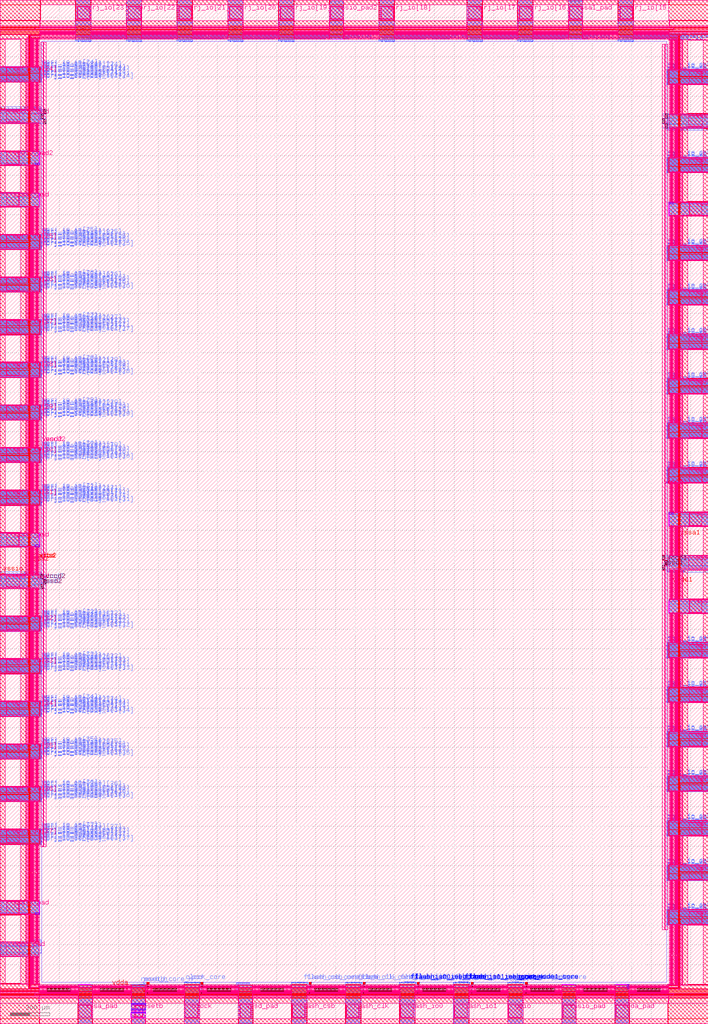
<source format=lef>
VERSION 5.7 ;
  NOWIREEXTENSIONATPIN ON ;
  DIVIDERCHAR "/" ;
  BUSBITCHARS "[]" ;
MACRO chip_io
  CLASS BLOCK ;
  FOREIGN chip_io ;
  ORIGIN 0.000 0.000 ;
  SIZE 3588.000 BY 5188.000 ;
  PIN clock
    DIRECTION INPUT ;
    USE SIGNAL ;
    ANTENNAGATEAREA 0.126000 ;
    PORT
      LAYER met5 ;
        RECT 938.200 32.990 1000.800 95.440 ;
    END
  END clock
  PIN clock_core
    DIRECTION OUTPUT TRISTATE ;
    USE SIGNAL ;
    ANTENNADIFFAREA 0.340600 ;
    PORT
      LAYER met2 ;
        RECT 936.635 208.565 936.915 210.965 ;
    END
  END clock_core
  PIN por
    DIRECTION INPUT ;
    USE SIGNAL ;
    ANTENNAGATEAREA 0.126000 ;
    PORT
      LAYER met2 ;
        RECT 970.215 208.565 970.495 210.965 ;
    END
  END por
  PIN flash_clk
    DIRECTION OUTPUT TRISTATE ;
    USE SIGNAL ;
    ANTENNADIFFAREA 0.340600 ;
    PORT
      LAYER met5 ;
        RECT 1755.200 32.990 1817.800 95.440 ;
    END
  END flash_clk
  PIN flash_clk_core
    DIRECTION INPUT ;
    USE SIGNAL ;
    ANTENNAGATEAREA 0.126000 ;
    PORT
      LAYER met2 ;
        RECT 1808.835 208.565 1809.115 210.965 ;
    END
  END flash_clk_core
  PIN flash_clk_oeb_core
    DIRECTION INPUT ;
    USE SIGNAL ;
    ANTENNAGATEAREA 0.126000 ;
    PORT
      LAYER met2 ;
        RECT 1824.475 208.565 1824.755 210.965 ;
    END
  END flash_clk_oeb_core
  PIN flash_csb
    DIRECTION OUTPUT TRISTATE ;
    USE SIGNAL ;
    ANTENNADIFFAREA 0.340600 ;
    PORT
      LAYER met5 ;
        RECT 1481.200 32.990 1543.800 95.440 ;
    END
  END flash_csb
  PIN flash_csb_core
    DIRECTION INPUT ;
    USE SIGNAL ;
    ANTENNAGATEAREA 0.126000 ;
    PORT
      LAYER met2 ;
        RECT 1534.835 208.565 1535.115 210.965 ;
    END
  END flash_csb_core
  PIN flash_csb_oeb_core
    DIRECTION INPUT ;
    USE SIGNAL ;
    ANTENNAGATEAREA 0.126000 ;
    PORT
      LAYER met2 ;
        RECT 1550.475 208.565 1550.755 210.965 ;
    END
  END flash_csb_oeb_core
  PIN flash_io0
    DIRECTION INOUT ;
    USE SIGNAL ;
    PORT
      LAYER met5 ;
        RECT 2029.200 32.990 2091.800 95.440 ;
    END
  END flash_io0
  PIN flash_io0_di_core
    DIRECTION OUTPUT TRISTATE ;
    USE SIGNAL ;
    ANTENNADIFFAREA 0.340600 ;
    PORT
      LAYER met2 ;
        RECT 2027.635 208.565 2027.915 210.965 ;
    END
  END flash_io0_di_core
  PIN flash_io0_do_core
    DIRECTION INPUT ;
    USE SIGNAL ;
    ANTENNAGATEAREA 0.126000 ;
    PORT
      LAYER met2 ;
        RECT 2082.835 208.565 2083.115 210.965 ;
    END
  END flash_io0_do_core
  PIN flash_io0_ieb_core
    DIRECTION INPUT ;
    USE SIGNAL ;
    ANTENNAGATEAREA 0.126000 ;
    PORT
      LAYER met1 ;
        RECT 2046.150 211.900 2046.470 211.960 ;
        RECT 2061.330 211.900 2061.650 211.960 ;
        RECT 2076.970 211.900 2077.290 211.960 ;
        RECT 2046.150 211.760 2077.290 211.900 ;
        RECT 2046.150 211.700 2046.470 211.760 ;
        RECT 2061.330 211.700 2061.650 211.760 ;
        RECT 2076.970 211.700 2077.290 211.760 ;
      LAYER via ;
        RECT 2046.180 211.700 2046.440 211.960 ;
        RECT 2061.360 211.700 2061.620 211.960 ;
        RECT 2077.000 211.700 2077.260 211.960 ;
      LAYER met2 ;
        RECT 2046.180 211.670 2046.440 211.990 ;
        RECT 2061.360 211.670 2061.620 211.990 ;
        RECT 2077.000 211.670 2077.260 211.990 ;
        RECT 2046.240 210.965 2046.380 211.670 ;
        RECT 2061.420 210.965 2061.560 211.670 ;
        RECT 2077.060 210.965 2077.200 211.670 ;
        RECT 2046.035 209.100 2046.380 210.965 ;
        RECT 2061.215 209.100 2061.560 210.965 ;
        RECT 2076.855 209.100 2077.200 210.965 ;
        RECT 2046.035 208.565 2046.315 209.100 ;
        RECT 2061.215 208.565 2061.495 209.100 ;
        RECT 2076.855 208.565 2077.135 209.100 ;
    END
  END flash_io0_ieb_core
  PIN flash_io0_oeb_core
    DIRECTION INPUT ;
    USE SIGNAL ;
    ANTENNAGATEAREA 0.126000 ;
    PORT
      LAYER met1 ;
        RECT 2055.350 212.530 2055.670 212.590 ;
        RECT 2098.590 212.530 2098.910 212.590 ;
        RECT 2055.350 212.390 2098.910 212.530 ;
        RECT 2055.350 212.330 2055.670 212.390 ;
        RECT 2098.590 212.330 2098.910 212.390 ;
      LAYER via ;
        RECT 2055.380 212.330 2055.640 212.590 ;
        RECT 2098.620 212.330 2098.880 212.590 ;
      LAYER met2 ;
        RECT 2055.380 212.300 2055.640 212.620 ;
        RECT 2098.620 212.300 2098.880 212.620 ;
        RECT 2055.440 210.965 2055.580 212.300 ;
        RECT 2098.680 210.965 2098.820 212.300 ;
        RECT 2055.235 209.100 2055.580 210.965 ;
        RECT 2098.475 209.100 2098.820 210.965 ;
        RECT 2055.235 208.565 2055.515 209.100 ;
        RECT 2098.475 208.565 2098.755 209.100 ;
    END
  END flash_io0_oeb_core
  PIN flash_io1
    DIRECTION INOUT ;
    USE SIGNAL ;
    PORT
      LAYER met5 ;
        RECT 2303.200 32.990 2365.800 95.440 ;
    END
  END flash_io1
  PIN flash_io1_di_core
    DIRECTION OUTPUT TRISTATE ;
    USE SIGNAL ;
    ANTENNADIFFAREA 0.340600 ;
    PORT
      LAYER met2 ;
        RECT 2301.635 208.565 2301.915 210.965 ;
    END
  END flash_io1_di_core
  PIN flash_io1_do_core
    DIRECTION INPUT ;
    USE SIGNAL ;
    ANTENNAGATEAREA 0.126000 ;
    PORT
      LAYER met2 ;
        RECT 2356.835 208.565 2357.115 210.965 ;
    END
  END flash_io1_do_core
  PIN flash_io1_ieb_core
    DIRECTION INPUT ;
    USE SIGNAL ;
    ANTENNAGATEAREA 0.126000 ;
    PORT
      LAYER met1 ;
        RECT 2320.020 211.840 2320.340 211.900 ;
        RECT 2335.200 211.840 2335.520 211.900 ;
        RECT 2350.835 211.840 2351.155 211.900 ;
        RECT 2320.020 211.700 2351.155 211.840 ;
        RECT 2320.020 211.640 2320.340 211.700 ;
        RECT 2335.200 211.640 2335.520 211.700 ;
        RECT 2350.835 211.640 2351.155 211.700 ;
      LAYER via ;
        RECT 2320.050 211.640 2320.310 211.900 ;
        RECT 2335.230 211.640 2335.490 211.900 ;
        RECT 2350.865 211.640 2351.125 211.900 ;
      LAYER met2 ;
        RECT 2320.050 210.965 2320.310 211.930 ;
        RECT 2335.230 210.965 2335.490 211.930 ;
        RECT 2350.865 210.965 2351.125 211.930 ;
        RECT 2320.035 208.565 2320.315 210.965 ;
        RECT 2335.215 208.565 2335.495 210.965 ;
        RECT 2350.855 208.565 2351.135 210.965 ;
    END
  END flash_io1_ieb_core
  PIN flash_io1_oeb_core
    DIRECTION INPUT ;
    USE SIGNAL ;
    ANTENNAGATEAREA 0.126000 ;
    PORT
      LAYER met1 ;
        RECT 2329.050 212.580 2329.370 212.640 ;
        RECT 2372.290 212.580 2372.610 212.640 ;
        RECT 2329.050 212.440 2372.610 212.580 ;
        RECT 2329.050 212.380 2329.370 212.440 ;
        RECT 2372.290 212.380 2372.610 212.440 ;
      LAYER via ;
        RECT 2329.080 212.380 2329.340 212.640 ;
        RECT 2372.320 212.380 2372.580 212.640 ;
      LAYER met2 ;
        RECT 2329.080 212.350 2329.340 212.670 ;
        RECT 2372.320 212.350 2372.580 212.670 ;
        RECT 2329.140 210.965 2329.280 212.350 ;
        RECT 2372.380 210.965 2372.520 212.350 ;
        RECT 2329.140 209.030 2329.515 210.965 ;
        RECT 2372.380 209.030 2372.755 210.965 ;
        RECT 2329.235 208.565 2329.515 209.030 ;
        RECT 2372.475 208.565 2372.755 209.030 ;
    END
  END flash_io1_oeb_core
  PIN gpio
    DIRECTION INOUT ;
    USE SIGNAL ;
    PORT
      LAYER met5 ;
        RECT 2577.200 32.990 2639.800 95.440 ;
    END
  END gpio
  PIN gpio_in_core
    DIRECTION OUTPUT TRISTATE ;
    USE SIGNAL ;
    ANTENNADIFFAREA 0.340600 ;
    PORT
      LAYER met2 ;
        RECT 2575.635 208.565 2575.915 210.965 ;
    END
  END gpio_in_core
  PIN gpio_inenb_core
    DIRECTION INPUT ;
    USE SIGNAL ;
    ANTENNAGATEAREA 0.126000 ;
    PORT
      LAYER met2 ;
        RECT 2609.215 208.565 2609.495 210.965 ;
    END
  END gpio_inenb_core
  PIN gpio_mode0_core
    DIRECTION INPUT ;
    USE SIGNAL ;
    ANTENNAGATEAREA 0.126000 ;
    PORT
      LAYER met2 ;
        RECT 2603.235 208.565 2603.515 210.965 ;
    END
  END gpio_mode0_core
  PIN gpio_mode1_core
    DIRECTION INPUT ;
    USE SIGNAL ;
    ANTENNAGATEAREA 0.126000 ;
    PORT
      LAYER met1 ;
        RECT 2594.010 211.900 2594.330 211.960 ;
        RECT 2624.830 211.900 2625.150 211.960 ;
        RECT 2594.010 211.760 2625.150 211.900 ;
        RECT 2594.010 211.700 2594.330 211.760 ;
        RECT 2624.830 211.700 2625.150 211.760 ;
      LAYER via ;
        RECT 2594.040 211.700 2594.300 211.960 ;
        RECT 2624.860 211.700 2625.120 211.960 ;
      LAYER met2 ;
        RECT 2594.040 211.670 2594.300 211.990 ;
        RECT 2624.860 211.670 2625.120 211.990 ;
        RECT 2594.100 210.965 2594.240 211.670 ;
        RECT 2624.920 210.965 2625.060 211.670 ;
        RECT 2594.035 208.565 2594.315 210.965 ;
        RECT 2624.855 208.565 2625.135 210.965 ;
    END
  END gpio_mode1_core
  PIN gpio_out_core
    DIRECTION INPUT ;
    USE SIGNAL ;
    ANTENNAGATEAREA 0.126000 ;
    PORT
      LAYER met2 ;
        RECT 2630.835 208.565 2631.115 210.965 ;
    END
  END gpio_out_core
  PIN gpio_outenb_core
    DIRECTION INPUT ;
    USE SIGNAL ;
    ANTENNAGATEAREA 0.126000 ;
    PORT
      LAYER met2 ;
        RECT 2646.475 208.565 2646.755 210.965 ;
    END
  END gpio_outenb_core
  PIN vccd_pad
    DIRECTION INOUT ;
    USE SIGNAL ;
    PORT
      LAYER met5 ;
        RECT 30.835 350.270 98.100 404.670 ;
    END
  END vccd_pad
  PIN vdda_pad
    DIRECTION INOUT ;
    USE SIGNAL ;
    PORT
      LAYER met5 ;
        RECT 3121.110 34.055 3181.950 94.880 ;
    END
  END vdda_pad
  PIN vddio_pad
    DIRECTION INOUT ;
    USE SIGNAL ;
    PORT
      LAYER met5 ;
        RECT 34.055 558.050 94.880 618.890 ;
    END
  END vddio_pad
  PIN vddio_pad2
    DIRECTION INOUT ;
    USE SIGNAL ;
    PORT
      LAYER met5 ;
        RECT 34.055 4356.050 94.880 4416.890 ;
    END
  END vddio_pad2
  PIN vssa_pad
    DIRECTION INOUT ;
    USE SIGNAL ;
    PORT
      LAYER met5 ;
        RECT 401.110 34.055 461.950 94.880 ;
    END
  END vssa_pad
  PIN vssd_pad
    DIRECTION INOUT ;
    USE SIGNAL ;
    PORT
      LAYER met5 ;
        RECT 1216.330 30.835 1270.730 98.100 ;
    END
  END vssd_pad
  PIN vssio_pad
    DIRECTION INOUT ;
    USE SIGNAL ;
    PORT
      LAYER met5 ;
        RECT 2852.110 34.055 2912.950 94.880 ;
    END
  END vssio_pad
  PIN vssio_pad2
    DIRECTION INOUT ;
    USE SIGNAL ;
    PORT
      LAYER met5 ;
        RECT 1674.050 5093.120 1734.890 5153.945 ;
    END
  END vssio_pad2
  PIN mprj_io[0]
    DIRECTION INOUT ;
    USE SIGNAL ;
    PORT
      LAYER met5 ;
        RECT 3492.560 506.200 3555.010 568.800 ;
    END
  END mprj_io[0]
  PIN mprj_io_analog_en[0]
    DIRECTION INPUT ;
    USE SIGNAL ;
    ANTENNAGATEAREA 0.126000 ;
    PORT
      LAYER met2 ;
        RECT 3377.035 529.015 3379.435 529.295 ;
    END
  END mprj_io_analog_en[0]
  PIN mprj_io_analog_pol[0]
    DIRECTION INPUT ;
    USE SIGNAL ;
    ANTENNAGATEAREA 0.126000 ;
    PORT
      LAYER met2 ;
        RECT 3377.035 535.455 3379.435 535.735 ;
    END
  END mprj_io_analog_pol[0]
  PIN mprj_io_analog_sel[0]
    DIRECTION INPUT ;
    USE SIGNAL ;
    ANTENNAGATEAREA 0.126000 ;
    PORT
      LAYER met2 ;
        RECT 3377.035 550.635 3379.435 550.915 ;
    END
  END mprj_io_analog_sel[0]
  PIN mprj_io_dm[0]
    DIRECTION INPUT ;
    USE SIGNAL ;
    ANTENNAGATEAREA 0.126000 ;
    PORT
      LAYER met2 ;
        RECT 3377.035 532.235 3379.435 532.515 ;
    END
  END mprj_io_dm[0]
  PIN mprj_io_dm[1]
    DIRECTION INPUT ;
    USE SIGNAL ;
    ANTENNAGATEAREA 0.126000 ;
    PORT
      LAYER met2 ;
        RECT 3377.035 523.035 3379.435 523.315 ;
    END
  END mprj_io_dm[1]
  PIN mprj_io_dm[2]
    DIRECTION INPUT ;
    USE SIGNAL ;
    ANTENNAGATEAREA 0.126000 ;
    PORT
      LAYER met2 ;
        RECT 3377.035 553.855 3379.435 554.135 ;
    END
  END mprj_io_dm[2]
  PIN mprj_io_holdover[0]
    DIRECTION INPUT ;
    USE SIGNAL ;
    ANTENNAGATEAREA 0.126000 ;
    PORT
      LAYER met2 ;
        RECT 3377.035 557.075 3379.435 557.355 ;
    END
  END mprj_io_holdover[0]
  PIN mprj_io_ib_mode_sel[0]
    DIRECTION INPUT ;
    USE SIGNAL ;
    ANTENNAGATEAREA 0.126000 ;
    PORT
      LAYER met2 ;
        RECT 3377.035 572.255 3379.435 572.535 ;
    END
  END mprj_io_ib_mode_sel[0]
  PIN mprj_io_inp_dis[0]
    DIRECTION INPUT ;
    USE SIGNAL ;
    ANTENNAGATEAREA 0.126000 ;
    PORT
      LAYER met2 ;
        RECT 3377.035 538.215 3379.435 538.495 ;
    END
  END mprj_io_inp_dis[0]
  PIN mprj_io_oeb[0]
    DIRECTION INPUT ;
    USE SIGNAL ;
    ANTENNAGATEAREA 0.126000 ;
    PORT
      LAYER met2 ;
        RECT 3377.035 575.475 3379.435 575.755 ;
    END
  END mprj_io_oeb[0]
  PIN mprj_io_out[0]
    DIRECTION INPUT ;
    USE SIGNAL ;
    ANTENNAGATEAREA 0.126000 ;
    PORT
      LAYER met2 ;
        RECT 3377.035 559.835 3379.435 560.115 ;
    END
  END mprj_io_out[0]
  PIN mprj_io_slow_sel[0]
    DIRECTION INPUT ;
    USE SIGNAL ;
    ANTENNAGATEAREA 0.126000 ;
    PORT
      LAYER met2 ;
        RECT 3377.035 513.835 3379.435 514.115 ;
    END
  END mprj_io_slow_sel[0]
  PIN mprj_io_vtrip_sel[0]
    DIRECTION INPUT ;
    USE SIGNAL ;
    ANTENNAGATEAREA 0.126000 ;
    PORT
      LAYER met2 ;
        RECT 3377.035 569.035 3379.435 569.315 ;
    END
  END mprj_io_vtrip_sel[0]
  PIN mprj_io_in[0]
    DIRECTION OUTPUT TRISTATE ;
    USE SIGNAL ;
    ANTENNADIFFAREA 0.340600 ;
    PORT
      LAYER met2 ;
        RECT 3377.035 504.635 3379.435 504.915 ;
    END
  END mprj_io_in[0]
  PIN mprj_analog_io[3]
    DIRECTION INOUT ;
    USE SIGNAL ;
    PORT
      LAYER met2 ;
        RECT 3377.035 3433.055 3379.435 3433.335 ;
    END
  END mprj_analog_io[3]
  PIN mprj_io[10]
    DIRECTION INOUT ;
    USE SIGNAL ;
    PORT
      LAYER met5 ;
        RECT 3492.560 3422.200 3555.010 3484.800 ;
    END
  END mprj_io[10]
  PIN mprj_io_analog_en[10]
    DIRECTION INPUT ;
    USE SIGNAL ;
    ANTENNAGATEAREA 0.126000 ;
    PORT
      LAYER met2 ;
        RECT 3377.035 3445.015 3379.435 3445.295 ;
    END
  END mprj_io_analog_en[10]
  PIN mprj_io_analog_pol[10]
    DIRECTION INPUT ;
    USE SIGNAL ;
    ANTENNAGATEAREA 0.126000 ;
    PORT
      LAYER met2 ;
        RECT 3377.035 3451.455 3379.435 3451.735 ;
    END
  END mprj_io_analog_pol[10]
  PIN mprj_io_analog_sel[10]
    DIRECTION INPUT ;
    USE SIGNAL ;
    ANTENNAGATEAREA 0.126000 ;
    PORT
      LAYER met2 ;
        RECT 3377.035 3466.635 3379.435 3466.915 ;
    END
  END mprj_io_analog_sel[10]
  PIN mprj_io_dm[30]
    DIRECTION INPUT ;
    USE SIGNAL ;
    ANTENNAGATEAREA 0.126000 ;
    PORT
      LAYER met2 ;
        RECT 3377.035 3448.235 3379.435 3448.515 ;
    END
  END mprj_io_dm[30]
  PIN mprj_io_dm[31]
    DIRECTION INPUT ;
    USE SIGNAL ;
    ANTENNAGATEAREA 0.126000 ;
    PORT
      LAYER met2 ;
        RECT 3377.035 3439.035 3379.435 3439.315 ;
    END
  END mprj_io_dm[31]
  PIN mprj_io_dm[32]
    DIRECTION INPUT ;
    USE SIGNAL ;
    ANTENNAGATEAREA 0.126000 ;
    PORT
      LAYER met2 ;
        RECT 3377.035 3469.855 3379.435 3470.135 ;
    END
  END mprj_io_dm[32]
  PIN mprj_io_holdover[10]
    DIRECTION INPUT ;
    USE SIGNAL ;
    ANTENNAGATEAREA 0.126000 ;
    PORT
      LAYER met2 ;
        RECT 3377.035 3473.075 3379.435 3473.355 ;
    END
  END mprj_io_holdover[10]
  PIN mprj_io_ib_mode_sel[10]
    DIRECTION INPUT ;
    USE SIGNAL ;
    ANTENNAGATEAREA 0.126000 ;
    PORT
      LAYER met2 ;
        RECT 3377.035 3488.255 3379.435 3488.535 ;
    END
  END mprj_io_ib_mode_sel[10]
  PIN mprj_io_inp_dis[10]
    DIRECTION INPUT ;
    USE SIGNAL ;
    ANTENNAGATEAREA 0.126000 ;
    PORT
      LAYER met2 ;
        RECT 3377.035 3454.215 3379.435 3454.495 ;
    END
  END mprj_io_inp_dis[10]
  PIN mprj_io_oeb[10]
    DIRECTION INPUT ;
    USE SIGNAL ;
    ANTENNAGATEAREA 0.126000 ;
    PORT
      LAYER met2 ;
        RECT 3377.035 3491.475 3379.435 3491.755 ;
    END
  END mprj_io_oeb[10]
  PIN mprj_io_out[10]
    DIRECTION INPUT ;
    USE SIGNAL ;
    ANTENNAGATEAREA 0.126000 ;
    PORT
      LAYER met2 ;
        RECT 3377.035 3475.835 3379.435 3476.115 ;
    END
  END mprj_io_out[10]
  PIN mprj_io_slow_sel[10]
    DIRECTION INPUT ;
    USE SIGNAL ;
    ANTENNAGATEAREA 0.126000 ;
    PORT
      LAYER met2 ;
        RECT 3377.035 3429.835 3379.435 3430.115 ;
    END
  END mprj_io_slow_sel[10]
  PIN mprj_io_vtrip_sel[10]
    DIRECTION INPUT ;
    USE SIGNAL ;
    ANTENNAGATEAREA 0.126000 ;
    PORT
      LAYER met2 ;
        RECT 3377.035 3485.035 3379.435 3485.315 ;
    END
  END mprj_io_vtrip_sel[10]
  PIN mprj_io_in[10]
    DIRECTION OUTPUT TRISTATE ;
    USE SIGNAL ;
    ANTENNADIFFAREA 0.340600 ;
    PORT
      LAYER met2 ;
        RECT 3377.035 3420.635 3379.435 3420.915 ;
    END
  END mprj_io_in[10]
  PIN mprj_analog_io[4]
    DIRECTION INOUT ;
    USE SIGNAL ;
    PORT
      LAYER met2 ;
        RECT 3377.035 3658.055 3379.435 3658.335 ;
    END
  END mprj_analog_io[4]
  PIN mprj_io[11]
    DIRECTION INOUT ;
    USE SIGNAL ;
    PORT
      LAYER met5 ;
        RECT 3492.560 3647.200 3555.010 3709.800 ;
    END
  END mprj_io[11]
  PIN mprj_io_analog_en[11]
    DIRECTION INPUT ;
    USE SIGNAL ;
    ANTENNAGATEAREA 0.126000 ;
    PORT
      LAYER met2 ;
        RECT 3377.035 3670.015 3379.435 3670.295 ;
    END
  END mprj_io_analog_en[11]
  PIN mprj_io_analog_pol[11]
    DIRECTION INPUT ;
    USE SIGNAL ;
    ANTENNAGATEAREA 0.126000 ;
    PORT
      LAYER met2 ;
        RECT 3377.035 3676.455 3379.435 3676.735 ;
    END
  END mprj_io_analog_pol[11]
  PIN mprj_io_analog_sel[11]
    DIRECTION INPUT ;
    USE SIGNAL ;
    ANTENNAGATEAREA 0.126000 ;
    PORT
      LAYER met2 ;
        RECT 3377.035 3691.635 3379.435 3691.915 ;
    END
  END mprj_io_analog_sel[11]
  PIN mprj_io_dm[33]
    DIRECTION INPUT ;
    USE SIGNAL ;
    ANTENNAGATEAREA 0.126000 ;
    PORT
      LAYER met2 ;
        RECT 3377.035 3673.235 3379.435 3673.515 ;
    END
  END mprj_io_dm[33]
  PIN mprj_io_dm[34]
    DIRECTION INPUT ;
    USE SIGNAL ;
    ANTENNAGATEAREA 0.126000 ;
    PORT
      LAYER met2 ;
        RECT 3377.035 3664.035 3379.435 3664.315 ;
    END
  END mprj_io_dm[34]
  PIN mprj_io_dm[35]
    DIRECTION INPUT ;
    USE SIGNAL ;
    ANTENNAGATEAREA 0.126000 ;
    PORT
      LAYER met2 ;
        RECT 3377.035 3694.855 3379.435 3695.135 ;
    END
  END mprj_io_dm[35]
  PIN mprj_io_holdover[11]
    DIRECTION INPUT ;
    USE SIGNAL ;
    ANTENNAGATEAREA 0.126000 ;
    PORT
      LAYER met2 ;
        RECT 3377.035 3698.075 3379.435 3698.355 ;
    END
  END mprj_io_holdover[11]
  PIN mprj_io_ib_mode_sel[11]
    DIRECTION INPUT ;
    USE SIGNAL ;
    ANTENNAGATEAREA 0.126000 ;
    PORT
      LAYER met2 ;
        RECT 3377.035 3713.255 3379.435 3713.535 ;
    END
  END mprj_io_ib_mode_sel[11]
  PIN mprj_io_inp_dis[11]
    DIRECTION INPUT ;
    USE SIGNAL ;
    ANTENNAGATEAREA 0.126000 ;
    PORT
      LAYER met2 ;
        RECT 3377.035 3679.215 3379.435 3679.495 ;
    END
  END mprj_io_inp_dis[11]
  PIN mprj_io_oeb[11]
    DIRECTION INPUT ;
    USE SIGNAL ;
    ANTENNAGATEAREA 0.126000 ;
    PORT
      LAYER met2 ;
        RECT 3377.035 3716.475 3379.435 3716.755 ;
    END
  END mprj_io_oeb[11]
  PIN mprj_io_out[11]
    DIRECTION INPUT ;
    USE SIGNAL ;
    ANTENNAGATEAREA 0.126000 ;
    PORT
      LAYER met2 ;
        RECT 3377.035 3700.835 3379.435 3701.115 ;
    END
  END mprj_io_out[11]
  PIN mprj_io_slow_sel[11]
    DIRECTION INPUT ;
    USE SIGNAL ;
    ANTENNAGATEAREA 0.126000 ;
    PORT
      LAYER met2 ;
        RECT 3377.035 3654.835 3379.435 3655.115 ;
    END
  END mprj_io_slow_sel[11]
  PIN mprj_io_vtrip_sel[11]
    DIRECTION INPUT ;
    USE SIGNAL ;
    ANTENNAGATEAREA 0.126000 ;
    PORT
      LAYER met2 ;
        RECT 3377.035 3710.035 3379.435 3710.315 ;
    END
  END mprj_io_vtrip_sel[11]
  PIN mprj_io_in[11]
    DIRECTION OUTPUT TRISTATE ;
    USE SIGNAL ;
    ANTENNADIFFAREA 0.340600 ;
    PORT
      LAYER met2 ;
        RECT 3377.035 3645.635 3379.435 3645.915 ;
    END
  END mprj_io_in[11]
  PIN mprj_analog_io[5]
    DIRECTION INOUT ;
    USE SIGNAL ;
    PORT
      LAYER met2 ;
        RECT 3377.035 3883.055 3379.435 3883.335 ;
    END
  END mprj_analog_io[5]
  PIN mprj_io[12]
    DIRECTION INOUT ;
    USE SIGNAL ;
    PORT
      LAYER met5 ;
        RECT 3492.560 3872.200 3555.010 3934.800 ;
    END
  END mprj_io[12]
  PIN mprj_io_analog_en[12]
    DIRECTION INPUT ;
    USE SIGNAL ;
    ANTENNAGATEAREA 0.126000 ;
    PORT
      LAYER met2 ;
        RECT 3377.035 3895.015 3379.435 3895.295 ;
    END
  END mprj_io_analog_en[12]
  PIN mprj_io_analog_pol[12]
    DIRECTION INPUT ;
    USE SIGNAL ;
    ANTENNAGATEAREA 0.126000 ;
    PORT
      LAYER met2 ;
        RECT 3377.035 3901.455 3379.435 3901.735 ;
    END
  END mprj_io_analog_pol[12]
  PIN mprj_io_analog_sel[12]
    DIRECTION INPUT ;
    USE SIGNAL ;
    ANTENNAGATEAREA 0.126000 ;
    PORT
      LAYER met2 ;
        RECT 3377.035 3916.635 3379.435 3916.915 ;
    END
  END mprj_io_analog_sel[12]
  PIN mprj_io_dm[36]
    DIRECTION INPUT ;
    USE SIGNAL ;
    ANTENNAGATEAREA 0.126000 ;
    PORT
      LAYER met2 ;
        RECT 3377.035 3898.235 3379.435 3898.515 ;
    END
  END mprj_io_dm[36]
  PIN mprj_io_dm[37]
    DIRECTION INPUT ;
    USE SIGNAL ;
    ANTENNAGATEAREA 0.126000 ;
    PORT
      LAYER met2 ;
        RECT 3377.035 3889.035 3379.435 3889.315 ;
    END
  END mprj_io_dm[37]
  PIN mprj_io_dm[38]
    DIRECTION INPUT ;
    USE SIGNAL ;
    ANTENNAGATEAREA 0.126000 ;
    PORT
      LAYER met2 ;
        RECT 3377.035 3919.855 3379.435 3920.135 ;
    END
  END mprj_io_dm[38]
  PIN mprj_io_holdover[12]
    DIRECTION INPUT ;
    USE SIGNAL ;
    ANTENNAGATEAREA 0.126000 ;
    PORT
      LAYER met2 ;
        RECT 3377.035 3923.075 3379.435 3923.355 ;
    END
  END mprj_io_holdover[12]
  PIN mprj_io_ib_mode_sel[12]
    DIRECTION INPUT ;
    USE SIGNAL ;
    ANTENNAGATEAREA 0.126000 ;
    PORT
      LAYER met2 ;
        RECT 3377.035 3938.255 3379.435 3938.535 ;
    END
  END mprj_io_ib_mode_sel[12]
  PIN mprj_io_inp_dis[12]
    DIRECTION INPUT ;
    USE SIGNAL ;
    ANTENNAGATEAREA 0.126000 ;
    PORT
      LAYER met2 ;
        RECT 3377.035 3904.215 3379.435 3904.495 ;
    END
  END mprj_io_inp_dis[12]
  PIN mprj_io_oeb[12]
    DIRECTION INPUT ;
    USE SIGNAL ;
    ANTENNAGATEAREA 0.126000 ;
    PORT
      LAYER met2 ;
        RECT 3377.035 3941.475 3379.435 3941.755 ;
    END
  END mprj_io_oeb[12]
  PIN mprj_io_out[12]
    DIRECTION INPUT ;
    USE SIGNAL ;
    ANTENNAGATEAREA 0.126000 ;
    PORT
      LAYER met2 ;
        RECT 3377.035 3925.835 3379.435 3926.115 ;
    END
  END mprj_io_out[12]
  PIN mprj_io_slow_sel[12]
    DIRECTION INPUT ;
    USE SIGNAL ;
    ANTENNAGATEAREA 0.126000 ;
    PORT
      LAYER met2 ;
        RECT 3377.035 3879.835 3379.435 3880.115 ;
    END
  END mprj_io_slow_sel[12]
  PIN mprj_io_vtrip_sel[12]
    DIRECTION INPUT ;
    USE SIGNAL ;
    ANTENNAGATEAREA 0.126000 ;
    PORT
      LAYER met2 ;
        RECT 3377.035 3935.035 3379.435 3935.315 ;
    END
  END mprj_io_vtrip_sel[12]
  PIN mprj_io_in[12]
    DIRECTION OUTPUT TRISTATE ;
    USE SIGNAL ;
    ANTENNADIFFAREA 0.340600 ;
    PORT
      LAYER met2 ;
        RECT 3377.035 3870.635 3379.435 3870.915 ;
    END
  END mprj_io_in[12]
  PIN mprj_analog_io[6]
    DIRECTION INOUT ;
    USE SIGNAL ;
    PORT
      LAYER met2 ;
        RECT 3377.035 4329.055 3379.435 4329.335 ;
    END
  END mprj_analog_io[6]
  PIN mprj_io[13]
    DIRECTION INOUT ;
    USE SIGNAL ;
    PORT
      LAYER met5 ;
        RECT 3492.560 4318.200 3555.010 4380.800 ;
    END
  END mprj_io[13]
  PIN mprj_io_analog_en[13]
    DIRECTION INPUT ;
    USE SIGNAL ;
    ANTENNAGATEAREA 0.126000 ;
    PORT
      LAYER met2 ;
        RECT 3377.035 4341.015 3379.435 4341.295 ;
    END
  END mprj_io_analog_en[13]
  PIN mprj_io_analog_pol[13]
    DIRECTION INPUT ;
    USE SIGNAL ;
    ANTENNAGATEAREA 0.126000 ;
    PORT
      LAYER met2 ;
        RECT 3377.035 4347.455 3379.435 4347.735 ;
    END
  END mprj_io_analog_pol[13]
  PIN mprj_io_analog_sel[13]
    DIRECTION INPUT ;
    USE SIGNAL ;
    ANTENNAGATEAREA 0.126000 ;
    PORT
      LAYER met2 ;
        RECT 3377.035 4362.635 3379.435 4362.915 ;
    END
  END mprj_io_analog_sel[13]
  PIN mprj_io_dm[39]
    DIRECTION INPUT ;
    USE SIGNAL ;
    ANTENNAGATEAREA 0.126000 ;
    PORT
      LAYER met2 ;
        RECT 3377.035 4344.235 3379.435 4344.515 ;
    END
  END mprj_io_dm[39]
  PIN mprj_io_dm[40]
    DIRECTION INPUT ;
    USE SIGNAL ;
    ANTENNAGATEAREA 0.126000 ;
    PORT
      LAYER met2 ;
        RECT 3377.035 4335.035 3379.435 4335.315 ;
    END
  END mprj_io_dm[40]
  PIN mprj_io_dm[41]
    DIRECTION INPUT ;
    USE SIGNAL ;
    ANTENNAGATEAREA 0.126000 ;
    PORT
      LAYER met2 ;
        RECT 3377.035 4365.855 3379.435 4366.135 ;
    END
  END mprj_io_dm[41]
  PIN mprj_io_holdover[13]
    DIRECTION INPUT ;
    USE SIGNAL ;
    ANTENNAGATEAREA 0.126000 ;
    PORT
      LAYER met2 ;
        RECT 3377.035 4369.075 3379.435 4369.355 ;
    END
  END mprj_io_holdover[13]
  PIN mprj_io_ib_mode_sel[13]
    DIRECTION INPUT ;
    USE SIGNAL ;
    ANTENNAGATEAREA 0.126000 ;
    PORT
      LAYER met2 ;
        RECT 3377.035 4384.255 3379.435 4384.535 ;
    END
  END mprj_io_ib_mode_sel[13]
  PIN mprj_io_inp_dis[13]
    DIRECTION INPUT ;
    USE SIGNAL ;
    ANTENNAGATEAREA 0.126000 ;
    PORT
      LAYER met2 ;
        RECT 3377.035 4350.215 3379.435 4350.495 ;
    END
  END mprj_io_inp_dis[13]
  PIN mprj_io_oeb[13]
    DIRECTION INPUT ;
    USE SIGNAL ;
    ANTENNAGATEAREA 0.126000 ;
    PORT
      LAYER met2 ;
        RECT 3377.035 4387.475 3379.435 4387.755 ;
    END
  END mprj_io_oeb[13]
  PIN mprj_io_out[13]
    DIRECTION INPUT ;
    USE SIGNAL ;
    ANTENNAGATEAREA 0.126000 ;
    PORT
      LAYER met2 ;
        RECT 3377.035 4371.835 3379.435 4372.115 ;
    END
  END mprj_io_out[13]
  PIN mprj_io_slow_sel[13]
    DIRECTION INPUT ;
    USE SIGNAL ;
    ANTENNAGATEAREA 0.126000 ;
    PORT
      LAYER met2 ;
        RECT 3377.035 4325.835 3379.435 4326.115 ;
    END
  END mprj_io_slow_sel[13]
  PIN mprj_io_vtrip_sel[13]
    DIRECTION INPUT ;
    USE SIGNAL ;
    ANTENNAGATEAREA 0.126000 ;
    PORT
      LAYER met2 ;
        RECT 3377.035 4381.035 3379.435 4381.315 ;
    END
  END mprj_io_vtrip_sel[13]
  PIN mprj_io_in[13]
    DIRECTION OUTPUT TRISTATE ;
    USE SIGNAL ;
    ANTENNADIFFAREA 0.340600 ;
    PORT
      LAYER met2 ;
        RECT 3377.035 4316.635 3379.435 4316.915 ;
    END
  END mprj_io_in[13]
  PIN mprj_analog_io[7]
    DIRECTION INOUT ;
    USE SIGNAL ;
    PORT
      LAYER met2 ;
        RECT 3377.035 4775.055 3379.435 4775.335 ;
    END
  END mprj_analog_io[7]
  PIN mprj_io[14]
    DIRECTION INOUT ;
    USE SIGNAL ;
    PORT
      LAYER met5 ;
        RECT 3492.560 4764.200 3555.010 4826.800 ;
    END
  END mprj_io[14]
  PIN mprj_io_analog_en[14]
    DIRECTION INPUT ;
    USE SIGNAL ;
    ANTENNAGATEAREA 0.126000 ;
    PORT
      LAYER met2 ;
        RECT 3377.035 4787.015 3379.435 4787.295 ;
    END
  END mprj_io_analog_en[14]
  PIN mprj_io_analog_pol[14]
    DIRECTION INPUT ;
    USE SIGNAL ;
    ANTENNAGATEAREA 0.126000 ;
    PORT
      LAYER met2 ;
        RECT 3377.035 4793.455 3379.435 4793.735 ;
    END
  END mprj_io_analog_pol[14]
  PIN mprj_io_analog_sel[14]
    DIRECTION INPUT ;
    USE SIGNAL ;
    ANTENNAGATEAREA 0.126000 ;
    PORT
      LAYER met2 ;
        RECT 3377.035 4808.635 3379.435 4808.915 ;
    END
  END mprj_io_analog_sel[14]
  PIN mprj_io_dm[42]
    DIRECTION INPUT ;
    USE SIGNAL ;
    ANTENNAGATEAREA 0.126000 ;
    PORT
      LAYER met2 ;
        RECT 3377.035 4790.235 3379.435 4790.515 ;
    END
  END mprj_io_dm[42]
  PIN mprj_io_dm[43]
    DIRECTION INPUT ;
    USE SIGNAL ;
    ANTENNAGATEAREA 0.126000 ;
    PORT
      LAYER met2 ;
        RECT 3377.035 4781.035 3379.435 4781.315 ;
    END
  END mprj_io_dm[43]
  PIN mprj_io_dm[44]
    DIRECTION INPUT ;
    USE SIGNAL ;
    ANTENNAGATEAREA 0.126000 ;
    PORT
      LAYER met2 ;
        RECT 3377.035 4811.855 3379.435 4812.135 ;
    END
  END mprj_io_dm[44]
  PIN mprj_io_holdover[14]
    DIRECTION INPUT ;
    USE SIGNAL ;
    ANTENNAGATEAREA 0.126000 ;
    PORT
      LAYER met2 ;
        RECT 3377.035 4815.075 3379.435 4815.355 ;
    END
  END mprj_io_holdover[14]
  PIN mprj_io_ib_mode_sel[14]
    DIRECTION INPUT ;
    USE SIGNAL ;
    ANTENNAGATEAREA 0.126000 ;
    PORT
      LAYER met2 ;
        RECT 3377.035 4830.255 3379.435 4830.535 ;
    END
  END mprj_io_ib_mode_sel[14]
  PIN mprj_io_inp_dis[14]
    DIRECTION INPUT ;
    USE SIGNAL ;
    ANTENNAGATEAREA 0.126000 ;
    PORT
      LAYER met2 ;
        RECT 3377.035 4796.215 3379.435 4796.495 ;
    END
  END mprj_io_inp_dis[14]
  PIN mprj_io_oeb[14]
    DIRECTION INPUT ;
    USE SIGNAL ;
    ANTENNAGATEAREA 0.126000 ;
    PORT
      LAYER met2 ;
        RECT 3377.035 4833.475 3379.435 4833.755 ;
    END
  END mprj_io_oeb[14]
  PIN mprj_io_out[14]
    DIRECTION INPUT ;
    USE SIGNAL ;
    ANTENNAGATEAREA 0.126000 ;
    PORT
      LAYER met2 ;
        RECT 3377.035 4817.835 3379.435 4818.115 ;
    END
  END mprj_io_out[14]
  PIN mprj_io_slow_sel[14]
    DIRECTION INPUT ;
    USE SIGNAL ;
    ANTENNAGATEAREA 0.126000 ;
    PORT
      LAYER met2 ;
        RECT 3377.035 4771.835 3379.435 4772.115 ;
    END
  END mprj_io_slow_sel[14]
  PIN mprj_io_vtrip_sel[14]
    DIRECTION INPUT ;
    USE SIGNAL ;
    ANTENNAGATEAREA 0.126000 ;
    PORT
      LAYER met2 ;
        RECT 3377.035 4827.035 3379.435 4827.315 ;
    END
  END mprj_io_vtrip_sel[14]
  PIN mprj_io_in[14]
    DIRECTION OUTPUT TRISTATE ;
    USE SIGNAL ;
    ANTENNADIFFAREA 0.340600 ;
    PORT
      LAYER met2 ;
        RECT 3377.035 4762.635 3379.435 4762.915 ;
    END
  END mprj_io_in[14]
  PIN mprj_analog_io[8]
    DIRECTION INOUT ;
    USE SIGNAL ;
    PORT
      LAYER met2 ;
        RECT 3192.665 4977.035 3192.945 4979.435 ;
    END
  END mprj_analog_io[8]
  PIN mprj_io[15]
    DIRECTION INOUT ;
    USE SIGNAL ;
    PORT
      LAYER met5 ;
        RECT 3141.200 5092.560 3203.800 5155.010 ;
    END
  END mprj_io[15]
  PIN mprj_io_analog_en[15]
    DIRECTION INPUT ;
    USE SIGNAL ;
    ANTENNAGATEAREA 0.126000 ;
    PORT
      LAYER met2 ;
        RECT 3180.705 4977.035 3180.985 4979.435 ;
    END
  END mprj_io_analog_en[15]
  PIN mprj_io_analog_pol[15]
    DIRECTION INPUT ;
    USE SIGNAL ;
    ANTENNAGATEAREA 0.126000 ;
    PORT
      LAYER met2 ;
        RECT 3174.265 4977.035 3174.545 4979.435 ;
    END
  END mprj_io_analog_pol[15]
  PIN mprj_io_analog_sel[15]
    DIRECTION INPUT ;
    USE SIGNAL ;
    ANTENNAGATEAREA 0.126000 ;
    PORT
      LAYER met2 ;
        RECT 3159.085 4977.035 3159.365 4979.435 ;
    END
  END mprj_io_analog_sel[15]
  PIN mprj_io_dm[45]
    DIRECTION INPUT ;
    USE SIGNAL ;
    ANTENNAGATEAREA 0.126000 ;
    PORT
      LAYER met2 ;
        RECT 3177.485 4977.035 3177.765 4979.435 ;
    END
  END mprj_io_dm[45]
  PIN mprj_io_dm[46]
    DIRECTION INPUT ;
    USE SIGNAL ;
    ANTENNAGATEAREA 0.126000 ;
    PORT
      LAYER met2 ;
        RECT 3186.685 4977.035 3186.965 4979.435 ;
    END
  END mprj_io_dm[46]
  PIN mprj_io_dm[47]
    DIRECTION INPUT ;
    USE SIGNAL ;
    ANTENNAGATEAREA 0.126000 ;
    PORT
      LAYER met2 ;
        RECT 3155.865 4977.035 3156.145 4979.435 ;
    END
  END mprj_io_dm[47]
  PIN mprj_io_holdover[15]
    DIRECTION INPUT ;
    USE SIGNAL ;
    ANTENNAGATEAREA 0.126000 ;
    PORT
      LAYER met2 ;
        RECT 3152.645 4977.035 3152.925 4979.435 ;
    END
  END mprj_io_holdover[15]
  PIN mprj_io_ib_mode_sel[15]
    DIRECTION INPUT ;
    USE SIGNAL ;
    ANTENNAGATEAREA 0.126000 ;
    PORT
      LAYER met2 ;
        RECT 3137.465 4977.035 3137.745 4979.435 ;
    END
  END mprj_io_ib_mode_sel[15]
  PIN mprj_io_inp_dis[15]
    DIRECTION INPUT ;
    USE SIGNAL ;
    ANTENNAGATEAREA 0.126000 ;
    PORT
      LAYER met2 ;
        RECT 3171.505 4977.035 3171.785 4979.435 ;
    END
  END mprj_io_inp_dis[15]
  PIN mprj_io_oeb[15]
    DIRECTION INPUT ;
    USE SIGNAL ;
    ANTENNAGATEAREA 0.126000 ;
    PORT
      LAYER met2 ;
        RECT 3134.245 4977.035 3134.525 4979.435 ;
    END
  END mprj_io_oeb[15]
  PIN mprj_io_out[15]
    DIRECTION INPUT ;
    USE SIGNAL ;
    ANTENNAGATEAREA 0.126000 ;
    PORT
      LAYER met2 ;
        RECT 3149.885 4977.035 3150.165 4979.435 ;
    END
  END mprj_io_out[15]
  PIN mprj_io_slow_sel[15]
    DIRECTION INPUT ;
    USE SIGNAL ;
    ANTENNAGATEAREA 0.126000 ;
    PORT
      LAYER met2 ;
        RECT 3195.885 4977.035 3196.165 4979.435 ;
    END
  END mprj_io_slow_sel[15]
  PIN mprj_io_vtrip_sel[15]
    DIRECTION INPUT ;
    USE SIGNAL ;
    ANTENNAGATEAREA 0.126000 ;
    PORT
      LAYER met2 ;
        RECT 3140.685 4977.035 3140.965 4979.435 ;
    END
  END mprj_io_vtrip_sel[15]
  PIN mprj_io_in[15]
    DIRECTION OUTPUT TRISTATE ;
    USE SIGNAL ;
    ANTENNADIFFAREA 0.340600 ;
    PORT
      LAYER met2 ;
        RECT 3205.085 4977.035 3205.365 4979.435 ;
    END
  END mprj_io_in[15]
  PIN mprj_analog_io[9]
    DIRECTION INOUT ;
    USE SIGNAL ;
    PORT
      LAYER met2 ;
        RECT 2683.665 4977.035 2683.945 4979.435 ;
    END
  END mprj_analog_io[9]
  PIN mprj_io[16]
    DIRECTION INOUT ;
    USE SIGNAL ;
    PORT
      LAYER met5 ;
        RECT 2632.200 5092.560 2694.800 5155.010 ;
    END
  END mprj_io[16]
  PIN mprj_io_analog_en[16]
    DIRECTION INPUT ;
    USE SIGNAL ;
    ANTENNAGATEAREA 0.126000 ;
    PORT
      LAYER met2 ;
        RECT 2671.705 4977.035 2671.985 4979.435 ;
    END
  END mprj_io_analog_en[16]
  PIN mprj_io_analog_pol[16]
    DIRECTION INPUT ;
    USE SIGNAL ;
    ANTENNAGATEAREA 0.126000 ;
    PORT
      LAYER met2 ;
        RECT 2665.265 4977.035 2665.545 4979.435 ;
    END
  END mprj_io_analog_pol[16]
  PIN mprj_io_analog_sel[16]
    DIRECTION INPUT ;
    USE SIGNAL ;
    ANTENNAGATEAREA 0.126000 ;
    PORT
      LAYER met2 ;
        RECT 2650.085 4977.035 2650.365 4979.435 ;
    END
  END mprj_io_analog_sel[16]
  PIN mprj_io_dm[48]
    DIRECTION INPUT ;
    USE SIGNAL ;
    ANTENNAGATEAREA 0.126000 ;
    PORT
      LAYER met2 ;
        RECT 2668.485 4977.035 2668.765 4979.435 ;
    END
  END mprj_io_dm[48]
  PIN mprj_io_dm[49]
    DIRECTION INPUT ;
    USE SIGNAL ;
    ANTENNAGATEAREA 0.126000 ;
    PORT
      LAYER met2 ;
        RECT 2677.685 4977.035 2677.965 4979.435 ;
    END
  END mprj_io_dm[49]
  PIN mprj_io_dm[50]
    DIRECTION INPUT ;
    USE SIGNAL ;
    ANTENNAGATEAREA 0.126000 ;
    PORT
      LAYER met2 ;
        RECT 2646.865 4977.035 2647.145 4979.435 ;
    END
  END mprj_io_dm[50]
  PIN mprj_io_holdover[16]
    DIRECTION INPUT ;
    USE SIGNAL ;
    ANTENNAGATEAREA 0.126000 ;
    PORT
      LAYER met2 ;
        RECT 2643.645 4977.035 2643.925 4979.435 ;
    END
  END mprj_io_holdover[16]
  PIN mprj_io_ib_mode_sel[16]
    DIRECTION INPUT ;
    USE SIGNAL ;
    ANTENNAGATEAREA 0.126000 ;
    PORT
      LAYER met2 ;
        RECT 2628.465 4977.035 2628.745 4979.435 ;
    END
  END mprj_io_ib_mode_sel[16]
  PIN mprj_io_inp_dis[16]
    DIRECTION INPUT ;
    USE SIGNAL ;
    ANTENNAGATEAREA 0.126000 ;
    PORT
      LAYER met2 ;
        RECT 2662.505 4977.035 2662.785 4979.435 ;
    END
  END mprj_io_inp_dis[16]
  PIN mprj_io_oeb[16]
    DIRECTION INPUT ;
    USE SIGNAL ;
    ANTENNAGATEAREA 0.126000 ;
    PORT
      LAYER met2 ;
        RECT 2625.245 4977.035 2625.525 4979.435 ;
    END
  END mprj_io_oeb[16]
  PIN mprj_io_out[16]
    DIRECTION INPUT ;
    USE SIGNAL ;
    ANTENNAGATEAREA 0.126000 ;
    PORT
      LAYER met2 ;
        RECT 2640.885 4977.035 2641.165 4979.435 ;
    END
  END mprj_io_out[16]
  PIN mprj_io_slow_sel[16]
    DIRECTION INPUT ;
    USE SIGNAL ;
    ANTENNAGATEAREA 0.126000 ;
    PORT
      LAYER met2 ;
        RECT 2686.885 4977.035 2687.165 4979.435 ;
    END
  END mprj_io_slow_sel[16]
  PIN mprj_io_vtrip_sel[16]
    DIRECTION INPUT ;
    USE SIGNAL ;
    ANTENNAGATEAREA 0.126000 ;
    PORT
      LAYER met2 ;
        RECT 2631.685 4977.035 2631.965 4979.435 ;
    END
  END mprj_io_vtrip_sel[16]
  PIN mprj_io_in[16]
    DIRECTION OUTPUT TRISTATE ;
    USE SIGNAL ;
    ANTENNADIFFAREA 0.340600 ;
    PORT
      LAYER met2 ;
        RECT 2696.085 4977.035 2696.365 4979.435 ;
    END
  END mprj_io_in[16]
  PIN mprj_analog_io[10]
    DIRECTION INOUT ;
    USE SIGNAL ;
    PORT
      LAYER met2 ;
        RECT 2426.665 4977.035 2426.945 4979.435 ;
    END
  END mprj_analog_io[10]
  PIN mprj_io[17]
    DIRECTION INOUT ;
    USE SIGNAL ;
    PORT
      LAYER met5 ;
        RECT 2375.200 5092.560 2437.800 5155.010 ;
    END
  END mprj_io[17]
  PIN mprj_io_analog_en[17]
    DIRECTION INPUT ;
    USE SIGNAL ;
    ANTENNAGATEAREA 0.126000 ;
    PORT
      LAYER met2 ;
        RECT 2414.705 4977.035 2414.985 4979.435 ;
    END
  END mprj_io_analog_en[17]
  PIN mprj_io_analog_pol[17]
    DIRECTION INPUT ;
    USE SIGNAL ;
    ANTENNAGATEAREA 0.126000 ;
    PORT
      LAYER met2 ;
        RECT 2408.265 4977.035 2408.545 4979.435 ;
    END
  END mprj_io_analog_pol[17]
  PIN mprj_io_analog_sel[17]
    DIRECTION INPUT ;
    USE SIGNAL ;
    ANTENNAGATEAREA 0.126000 ;
    PORT
      LAYER met2 ;
        RECT 2393.085 4977.035 2393.365 4979.435 ;
    END
  END mprj_io_analog_sel[17]
  PIN mprj_io_dm[51]
    DIRECTION INPUT ;
    USE SIGNAL ;
    ANTENNAGATEAREA 0.126000 ;
    PORT
      LAYER met2 ;
        RECT 2411.485 4977.035 2411.765 4979.435 ;
    END
  END mprj_io_dm[51]
  PIN mprj_io_dm[52]
    DIRECTION INPUT ;
    USE SIGNAL ;
    ANTENNAGATEAREA 0.126000 ;
    PORT
      LAYER met2 ;
        RECT 2420.685 4977.035 2420.965 4979.435 ;
    END
  END mprj_io_dm[52]
  PIN mprj_io_dm[53]
    DIRECTION INPUT ;
    USE SIGNAL ;
    ANTENNAGATEAREA 0.126000 ;
    PORT
      LAYER met2 ;
        RECT 2389.865 4977.035 2390.145 4979.435 ;
    END
  END mprj_io_dm[53]
  PIN mprj_io_holdover[17]
    DIRECTION INPUT ;
    USE SIGNAL ;
    ANTENNAGATEAREA 0.126000 ;
    PORT
      LAYER met2 ;
        RECT 2386.645 4977.035 2386.925 4979.435 ;
    END
  END mprj_io_holdover[17]
  PIN mprj_io_ib_mode_sel[17]
    DIRECTION INPUT ;
    USE SIGNAL ;
    ANTENNAGATEAREA 0.126000 ;
    PORT
      LAYER met2 ;
        RECT 2371.465 4977.035 2371.745 4979.435 ;
    END
  END mprj_io_ib_mode_sel[17]
  PIN mprj_io_inp_dis[17]
    DIRECTION INPUT ;
    USE SIGNAL ;
    ANTENNAGATEAREA 0.126000 ;
    PORT
      LAYER met2 ;
        RECT 2405.505 4977.035 2405.785 4979.435 ;
    END
  END mprj_io_inp_dis[17]
  PIN mprj_io_oeb[17]
    DIRECTION INPUT ;
    USE SIGNAL ;
    ANTENNAGATEAREA 0.126000 ;
    PORT
      LAYER met2 ;
        RECT 2368.245 4977.035 2368.525 4979.435 ;
    END
  END mprj_io_oeb[17]
  PIN mprj_io_out[17]
    DIRECTION INPUT ;
    USE SIGNAL ;
    ANTENNAGATEAREA 0.126000 ;
    PORT
      LAYER met2 ;
        RECT 2383.885 4977.035 2384.165 4979.435 ;
    END
  END mprj_io_out[17]
  PIN mprj_io_slow_sel[17]
    DIRECTION INPUT ;
    USE SIGNAL ;
    ANTENNAGATEAREA 0.126000 ;
    PORT
      LAYER met2 ;
        RECT 2429.885 4977.035 2430.165 4979.435 ;
    END
  END mprj_io_slow_sel[17]
  PIN mprj_io_vtrip_sel[17]
    DIRECTION INPUT ;
    USE SIGNAL ;
    ANTENNAGATEAREA 0.126000 ;
    PORT
      LAYER met2 ;
        RECT 2374.685 4977.035 2374.965 4979.435 ;
    END
  END mprj_io_vtrip_sel[17]
  PIN mprj_io_in[17]
    DIRECTION OUTPUT TRISTATE ;
    USE SIGNAL ;
    ANTENNADIFFAREA 0.340600 ;
    PORT
      LAYER met2 ;
        RECT 2439.085 4977.035 2439.365 4979.435 ;
    END
  END mprj_io_in[17]
  PIN mprj_analog_io[11]
    DIRECTION INOUT ;
    USE SIGNAL ;
    PORT
      LAYER met2 ;
        RECT 1981.665 4977.035 1981.945 4979.435 ;
    END
  END mprj_analog_io[11]
  PIN mprj_io[18]
    DIRECTION INOUT ;
    USE SIGNAL ;
    PORT
      LAYER met5 ;
        RECT 1930.200 5092.560 1992.800 5155.010 ;
    END
  END mprj_io[18]
  PIN mprj_io_analog_en[18]
    DIRECTION INPUT ;
    USE SIGNAL ;
    ANTENNAGATEAREA 0.126000 ;
    PORT
      LAYER met2 ;
        RECT 1969.705 4977.035 1969.985 4979.435 ;
    END
  END mprj_io_analog_en[18]
  PIN mprj_io_analog_pol[18]
    DIRECTION INPUT ;
    USE SIGNAL ;
    ANTENNAGATEAREA 0.126000 ;
    PORT
      LAYER met2 ;
        RECT 1963.265 4977.035 1963.545 4979.435 ;
    END
  END mprj_io_analog_pol[18]
  PIN mprj_io_analog_sel[18]
    DIRECTION INPUT ;
    USE SIGNAL ;
    ANTENNAGATEAREA 0.126000 ;
    PORT
      LAYER met2 ;
        RECT 1948.085 4977.035 1948.365 4979.435 ;
    END
  END mprj_io_analog_sel[18]
  PIN mprj_io_dm[54]
    DIRECTION INPUT ;
    USE SIGNAL ;
    ANTENNAGATEAREA 0.126000 ;
    PORT
      LAYER met2 ;
        RECT 1966.485 4977.035 1966.765 4979.435 ;
    END
  END mprj_io_dm[54]
  PIN mprj_io_dm[55]
    DIRECTION INPUT ;
    USE SIGNAL ;
    ANTENNAGATEAREA 0.126000 ;
    PORT
      LAYER met2 ;
        RECT 1975.685 4977.035 1975.965 4979.435 ;
    END
  END mprj_io_dm[55]
  PIN mprj_io_dm[56]
    DIRECTION INPUT ;
    USE SIGNAL ;
    ANTENNAGATEAREA 0.126000 ;
    PORT
      LAYER met2 ;
        RECT 1944.865 4977.035 1945.145 4979.435 ;
    END
  END mprj_io_dm[56]
  PIN mprj_io_holdover[18]
    DIRECTION INPUT ;
    USE SIGNAL ;
    ANTENNAGATEAREA 0.126000 ;
    PORT
      LAYER met2 ;
        RECT 1941.645 4977.035 1941.925 4979.435 ;
    END
  END mprj_io_holdover[18]
  PIN mprj_io_ib_mode_sel[18]
    DIRECTION INPUT ;
    USE SIGNAL ;
    ANTENNAGATEAREA 0.126000 ;
    PORT
      LAYER met2 ;
        RECT 1926.465 4977.035 1926.745 4979.435 ;
    END
  END mprj_io_ib_mode_sel[18]
  PIN mprj_io_inp_dis[18]
    DIRECTION INPUT ;
    USE SIGNAL ;
    ANTENNAGATEAREA 0.126000 ;
    PORT
      LAYER met2 ;
        RECT 1960.505 4977.035 1960.785 4979.435 ;
    END
  END mprj_io_inp_dis[18]
  PIN mprj_io_oeb[18]
    DIRECTION INPUT ;
    USE SIGNAL ;
    ANTENNAGATEAREA 0.126000 ;
    PORT
      LAYER met2 ;
        RECT 1923.245 4977.035 1923.525 4979.435 ;
    END
  END mprj_io_oeb[18]
  PIN mprj_io_out[18]
    DIRECTION INPUT ;
    USE SIGNAL ;
    ANTENNAGATEAREA 0.126000 ;
    PORT
      LAYER met2 ;
        RECT 1938.885 4977.035 1939.165 4979.435 ;
    END
  END mprj_io_out[18]
  PIN mprj_io_slow_sel[18]
    DIRECTION INPUT ;
    USE SIGNAL ;
    ANTENNAGATEAREA 0.126000 ;
    PORT
      LAYER met2 ;
        RECT 1984.885 4977.035 1985.165 4979.435 ;
    END
  END mprj_io_slow_sel[18]
  PIN mprj_io_vtrip_sel[18]
    DIRECTION INPUT ;
    USE SIGNAL ;
    ANTENNAGATEAREA 0.126000 ;
    PORT
      LAYER met2 ;
        RECT 1929.685 4977.035 1929.965 4979.435 ;
    END
  END mprj_io_vtrip_sel[18]
  PIN mprj_io_in[18]
    DIRECTION OUTPUT TRISTATE ;
    USE SIGNAL ;
    ANTENNADIFFAREA 0.340600 ;
    PORT
      LAYER met2 ;
        RECT 1994.085 4977.035 1994.365 4979.435 ;
    END
  END mprj_io_in[18]
  PIN mprj_io[1]
    DIRECTION INOUT ;
    USE SIGNAL ;
    PORT
      LAYER met5 ;
        RECT 3492.560 732.200 3555.010 794.800 ;
    END
  END mprj_io[1]
  PIN mprj_io_analog_en[1]
    DIRECTION INPUT ;
    USE SIGNAL ;
    ANTENNAGATEAREA 0.126000 ;
    PORT
      LAYER met2 ;
        RECT 3377.035 755.015 3379.435 755.295 ;
    END
  END mprj_io_analog_en[1]
  PIN mprj_io_analog_pol[1]
    DIRECTION INPUT ;
    USE SIGNAL ;
    ANTENNAGATEAREA 0.126000 ;
    PORT
      LAYER met2 ;
        RECT 3377.035 761.455 3379.435 761.735 ;
    END
  END mprj_io_analog_pol[1]
  PIN mprj_io_analog_sel[1]
    DIRECTION INPUT ;
    USE SIGNAL ;
    ANTENNAGATEAREA 0.126000 ;
    PORT
      LAYER met2 ;
        RECT 3377.035 776.635 3379.435 776.915 ;
    END
  END mprj_io_analog_sel[1]
  PIN mprj_io_dm[3]
    DIRECTION INPUT ;
    USE SIGNAL ;
    ANTENNAGATEAREA 0.126000 ;
    PORT
      LAYER met2 ;
        RECT 3377.035 758.235 3379.435 758.515 ;
    END
  END mprj_io_dm[3]
  PIN mprj_io_dm[4]
    DIRECTION INPUT ;
    USE SIGNAL ;
    ANTENNAGATEAREA 0.126000 ;
    PORT
      LAYER met2 ;
        RECT 3377.035 749.035 3379.435 749.315 ;
    END
  END mprj_io_dm[4]
  PIN mprj_io_dm[5]
    DIRECTION INPUT ;
    USE SIGNAL ;
    ANTENNAGATEAREA 0.126000 ;
    PORT
      LAYER met2 ;
        RECT 3377.035 779.855 3379.435 780.135 ;
    END
  END mprj_io_dm[5]
  PIN mprj_io_holdover[1]
    DIRECTION INPUT ;
    USE SIGNAL ;
    ANTENNAGATEAREA 0.126000 ;
    PORT
      LAYER met2 ;
        RECT 3377.035 783.075 3379.435 783.355 ;
    END
  END mprj_io_holdover[1]
  PIN mprj_io_ib_mode_sel[1]
    DIRECTION INPUT ;
    USE SIGNAL ;
    ANTENNAGATEAREA 0.126000 ;
    PORT
      LAYER met2 ;
        RECT 3377.035 798.255 3379.435 798.535 ;
    END
  END mprj_io_ib_mode_sel[1]
  PIN mprj_io_inp_dis[1]
    DIRECTION INPUT ;
    USE SIGNAL ;
    ANTENNAGATEAREA 0.126000 ;
    PORT
      LAYER met2 ;
        RECT 3377.035 764.215 3379.435 764.495 ;
    END
  END mprj_io_inp_dis[1]
  PIN mprj_io_oeb[1]
    DIRECTION INPUT ;
    USE SIGNAL ;
    ANTENNAGATEAREA 0.126000 ;
    PORT
      LAYER met2 ;
        RECT 3377.035 801.475 3379.435 801.755 ;
    END
  END mprj_io_oeb[1]
  PIN mprj_io_out[1]
    DIRECTION INPUT ;
    USE SIGNAL ;
    ANTENNAGATEAREA 0.126000 ;
    PORT
      LAYER met2 ;
        RECT 3377.035 785.835 3379.435 786.115 ;
    END
  END mprj_io_out[1]
  PIN mprj_io_slow_sel[1]
    DIRECTION INPUT ;
    USE SIGNAL ;
    ANTENNAGATEAREA 0.126000 ;
    PORT
      LAYER met2 ;
        RECT 3377.035 739.835 3379.435 740.115 ;
    END
  END mprj_io_slow_sel[1]
  PIN mprj_io_vtrip_sel[1]
    DIRECTION INPUT ;
    USE SIGNAL ;
    ANTENNAGATEAREA 0.126000 ;
    PORT
      LAYER met2 ;
        RECT 3377.035 795.035 3379.435 795.315 ;
    END
  END mprj_io_vtrip_sel[1]
  PIN mprj_io_in[1]
    DIRECTION OUTPUT TRISTATE ;
    USE SIGNAL ;
    ANTENNADIFFAREA 0.340600 ;
    PORT
      LAYER met2 ;
        RECT 3377.035 730.635 3379.435 730.915 ;
    END
  END mprj_io_in[1]
  PIN mprj_io[2]
    DIRECTION INOUT ;
    USE SIGNAL ;
    PORT
      LAYER met5 ;
        RECT 3492.560 957.200 3555.010 1019.800 ;
    END
  END mprj_io[2]
  PIN mprj_io_analog_en[2]
    DIRECTION INPUT ;
    USE SIGNAL ;
    ANTENNAGATEAREA 0.126000 ;
    PORT
      LAYER met2 ;
        RECT 3377.035 980.015 3379.435 980.295 ;
    END
  END mprj_io_analog_en[2]
  PIN mprj_io_analog_pol[2]
    DIRECTION INPUT ;
    USE SIGNAL ;
    ANTENNAGATEAREA 0.126000 ;
    PORT
      LAYER met2 ;
        RECT 3377.035 986.455 3379.435 986.735 ;
    END
  END mprj_io_analog_pol[2]
  PIN mprj_io_analog_sel[2]
    DIRECTION INPUT ;
    USE SIGNAL ;
    ANTENNAGATEAREA 0.126000 ;
    PORT
      LAYER met2 ;
        RECT 3377.035 1001.635 3379.435 1001.915 ;
    END
  END mprj_io_analog_sel[2]
  PIN mprj_io_dm[6]
    DIRECTION INPUT ;
    USE SIGNAL ;
    ANTENNAGATEAREA 0.126000 ;
    PORT
      LAYER met2 ;
        RECT 3377.035 983.235 3379.435 983.515 ;
    END
  END mprj_io_dm[6]
  PIN mprj_io_dm[7]
    DIRECTION INPUT ;
    USE SIGNAL ;
    ANTENNAGATEAREA 0.126000 ;
    PORT
      LAYER met2 ;
        RECT 3377.035 974.035 3379.435 974.315 ;
    END
  END mprj_io_dm[7]
  PIN mprj_io_dm[8]
    DIRECTION INPUT ;
    USE SIGNAL ;
    ANTENNAGATEAREA 0.126000 ;
    PORT
      LAYER met2 ;
        RECT 3377.035 1004.855 3379.435 1005.135 ;
    END
  END mprj_io_dm[8]
  PIN mprj_io_holdover[2]
    DIRECTION INPUT ;
    USE SIGNAL ;
    ANTENNAGATEAREA 0.126000 ;
    PORT
      LAYER met2 ;
        RECT 3377.035 1008.075 3379.435 1008.355 ;
    END
  END mprj_io_holdover[2]
  PIN mprj_io_ib_mode_sel[2]
    DIRECTION INPUT ;
    USE SIGNAL ;
    ANTENNAGATEAREA 0.126000 ;
    PORT
      LAYER met2 ;
        RECT 3377.035 1023.255 3379.435 1023.535 ;
    END
  END mprj_io_ib_mode_sel[2]
  PIN mprj_io_inp_dis[2]
    DIRECTION INPUT ;
    USE SIGNAL ;
    ANTENNAGATEAREA 0.126000 ;
    PORT
      LAYER met2 ;
        RECT 3377.035 989.215 3379.435 989.495 ;
    END
  END mprj_io_inp_dis[2]
  PIN mprj_io_oeb[2]
    DIRECTION INPUT ;
    USE SIGNAL ;
    ANTENNAGATEAREA 0.126000 ;
    PORT
      LAYER met2 ;
        RECT 3377.035 1026.475 3379.435 1026.755 ;
    END
  END mprj_io_oeb[2]
  PIN mprj_io_out[2]
    DIRECTION INPUT ;
    USE SIGNAL ;
    ANTENNAGATEAREA 0.126000 ;
    PORT
      LAYER met2 ;
        RECT 3377.035 1010.835 3379.435 1011.115 ;
    END
  END mprj_io_out[2]
  PIN mprj_io_slow_sel[2]
    DIRECTION INPUT ;
    USE SIGNAL ;
    ANTENNAGATEAREA 0.126000 ;
    PORT
      LAYER met2 ;
        RECT 3377.035 964.835 3379.435 965.115 ;
    END
  END mprj_io_slow_sel[2]
  PIN mprj_io_vtrip_sel[2]
    DIRECTION INPUT ;
    USE SIGNAL ;
    ANTENNAGATEAREA 0.126000 ;
    PORT
      LAYER met2 ;
        RECT 3377.035 1020.035 3379.435 1020.315 ;
    END
  END mprj_io_vtrip_sel[2]
  PIN mprj_io_in[2]
    DIRECTION OUTPUT TRISTATE ;
    USE SIGNAL ;
    ANTENNADIFFAREA 0.340600 ;
    PORT
      LAYER met2 ;
        RECT 3377.035 955.635 3379.435 955.915 ;
    END
  END mprj_io_in[2]
  PIN mprj_io[3]
    DIRECTION INOUT ;
    USE SIGNAL ;
    PORT
      LAYER met5 ;
        RECT 3492.560 1183.200 3555.010 1245.800 ;
    END
  END mprj_io[3]
  PIN mprj_io_analog_en[3]
    DIRECTION INPUT ;
    USE SIGNAL ;
    ANTENNAGATEAREA 0.126000 ;
    PORT
      LAYER met2 ;
        RECT 3377.035 1206.015 3379.435 1206.295 ;
    END
  END mprj_io_analog_en[3]
  PIN mprj_io_analog_pol[3]
    DIRECTION INPUT ;
    USE SIGNAL ;
    ANTENNAGATEAREA 0.126000 ;
    PORT
      LAYER met2 ;
        RECT 3377.035 1212.455 3379.435 1212.735 ;
    END
  END mprj_io_analog_pol[3]
  PIN mprj_io_analog_sel[3]
    DIRECTION INPUT ;
    USE SIGNAL ;
    ANTENNAGATEAREA 0.126000 ;
    PORT
      LAYER met2 ;
        RECT 3377.035 1227.635 3379.435 1227.915 ;
    END
  END mprj_io_analog_sel[3]
  PIN mprj_io_dm[10]
    DIRECTION INPUT ;
    USE SIGNAL ;
    ANTENNAGATEAREA 0.126000 ;
    PORT
      LAYER met2 ;
        RECT 3377.035 1200.035 3379.435 1200.315 ;
    END
  END mprj_io_dm[10]
  PIN mprj_io_dm[11]
    DIRECTION INPUT ;
    USE SIGNAL ;
    ANTENNAGATEAREA 0.126000 ;
    PORT
      LAYER met2 ;
        RECT 3377.035 1230.855 3379.435 1231.135 ;
    END
  END mprj_io_dm[11]
  PIN mprj_io_dm[9]
    DIRECTION INPUT ;
    USE SIGNAL ;
    ANTENNAGATEAREA 0.126000 ;
    PORT
      LAYER met2 ;
        RECT 3377.035 1209.235 3379.435 1209.515 ;
    END
  END mprj_io_dm[9]
  PIN mprj_io_holdover[3]
    DIRECTION INPUT ;
    USE SIGNAL ;
    ANTENNAGATEAREA 0.126000 ;
    PORT
      LAYER met2 ;
        RECT 3377.035 1234.075 3379.435 1234.355 ;
    END
  END mprj_io_holdover[3]
  PIN mprj_io_ib_mode_sel[3]
    DIRECTION INPUT ;
    USE SIGNAL ;
    ANTENNAGATEAREA 0.126000 ;
    PORT
      LAYER met2 ;
        RECT 3377.035 1249.255 3379.435 1249.535 ;
    END
  END mprj_io_ib_mode_sel[3]
  PIN mprj_io_inp_dis[3]
    DIRECTION INPUT ;
    USE SIGNAL ;
    ANTENNAGATEAREA 0.126000 ;
    PORT
      LAYER met2 ;
        RECT 3377.035 1215.215 3379.435 1215.495 ;
    END
  END mprj_io_inp_dis[3]
  PIN mprj_io_oeb[3]
    DIRECTION INPUT ;
    USE SIGNAL ;
    ANTENNAGATEAREA 0.126000 ;
    PORT
      LAYER met2 ;
        RECT 3377.035 1252.475 3379.435 1252.755 ;
    END
  END mprj_io_oeb[3]
  PIN mprj_io_out[3]
    DIRECTION INPUT ;
    USE SIGNAL ;
    ANTENNAGATEAREA 0.126000 ;
    PORT
      LAYER met2 ;
        RECT 3377.035 1236.835 3379.435 1237.115 ;
    END
  END mprj_io_out[3]
  PIN mprj_io_slow_sel[3]
    DIRECTION INPUT ;
    USE SIGNAL ;
    ANTENNAGATEAREA 0.126000 ;
    PORT
      LAYER met2 ;
        RECT 3377.035 1190.835 3379.435 1191.115 ;
    END
  END mprj_io_slow_sel[3]
  PIN mprj_io_vtrip_sel[3]
    DIRECTION INPUT ;
    USE SIGNAL ;
    ANTENNAGATEAREA 0.126000 ;
    PORT
      LAYER met2 ;
        RECT 3377.035 1246.035 3379.435 1246.315 ;
    END
  END mprj_io_vtrip_sel[3]
  PIN mprj_io_in[3]
    DIRECTION OUTPUT TRISTATE ;
    USE SIGNAL ;
    ANTENNADIFFAREA 0.340600 ;
    PORT
      LAYER met2 ;
        RECT 3377.035 1181.635 3379.435 1181.915 ;
    END
  END mprj_io_in[3]
  PIN mprj_io[4]
    DIRECTION INOUT ;
    USE SIGNAL ;
    PORT
      LAYER met5 ;
        RECT 3492.560 1408.200 3555.010 1470.800 ;
    END
  END mprj_io[4]
  PIN mprj_io_analog_en[4]
    DIRECTION INPUT ;
    USE SIGNAL ;
    ANTENNAGATEAREA 0.126000 ;
    PORT
      LAYER met2 ;
        RECT 3377.035 1431.015 3379.435 1431.295 ;
    END
  END mprj_io_analog_en[4]
  PIN mprj_io_analog_pol[4]
    DIRECTION INPUT ;
    USE SIGNAL ;
    ANTENNAGATEAREA 0.126000 ;
    PORT
      LAYER met2 ;
        RECT 3377.035 1437.455 3379.435 1437.735 ;
    END
  END mprj_io_analog_pol[4]
  PIN mprj_io_analog_sel[4]
    DIRECTION INPUT ;
    USE SIGNAL ;
    ANTENNAGATEAREA 0.126000 ;
    PORT
      LAYER met2 ;
        RECT 3377.035 1452.635 3379.435 1452.915 ;
    END
  END mprj_io_analog_sel[4]
  PIN mprj_io_dm[12]
    DIRECTION INPUT ;
    USE SIGNAL ;
    ANTENNAGATEAREA 0.126000 ;
    PORT
      LAYER met2 ;
        RECT 3377.035 1434.235 3379.435 1434.515 ;
    END
  END mprj_io_dm[12]
  PIN mprj_io_dm[13]
    DIRECTION INPUT ;
    USE SIGNAL ;
    ANTENNAGATEAREA 0.126000 ;
    PORT
      LAYER met2 ;
        RECT 3377.035 1425.035 3379.435 1425.315 ;
    END
  END mprj_io_dm[13]
  PIN mprj_io_dm[14]
    DIRECTION INPUT ;
    USE SIGNAL ;
    ANTENNAGATEAREA 0.126000 ;
    PORT
      LAYER met2 ;
        RECT 3377.035 1455.855 3379.435 1456.135 ;
    END
  END mprj_io_dm[14]
  PIN mprj_io_holdover[4]
    DIRECTION INPUT ;
    USE SIGNAL ;
    ANTENNAGATEAREA 0.126000 ;
    PORT
      LAYER met2 ;
        RECT 3377.035 1459.075 3379.435 1459.355 ;
    END
  END mprj_io_holdover[4]
  PIN mprj_io_ib_mode_sel[4]
    DIRECTION INPUT ;
    USE SIGNAL ;
    ANTENNAGATEAREA 0.126000 ;
    PORT
      LAYER met2 ;
        RECT 3377.035 1474.255 3379.435 1474.535 ;
    END
  END mprj_io_ib_mode_sel[4]
  PIN mprj_io_inp_dis[4]
    DIRECTION INPUT ;
    USE SIGNAL ;
    ANTENNAGATEAREA 0.126000 ;
    PORT
      LAYER met2 ;
        RECT 3377.035 1440.215 3379.435 1440.495 ;
    END
  END mprj_io_inp_dis[4]
  PIN mprj_io_oeb[4]
    DIRECTION INPUT ;
    USE SIGNAL ;
    ANTENNAGATEAREA 0.126000 ;
    PORT
      LAYER met2 ;
        RECT 3377.035 1477.475 3379.435 1477.755 ;
    END
  END mprj_io_oeb[4]
  PIN mprj_io_out[4]
    DIRECTION INPUT ;
    USE SIGNAL ;
    ANTENNAGATEAREA 0.126000 ;
    PORT
      LAYER met2 ;
        RECT 3377.035 1461.835 3379.435 1462.115 ;
    END
  END mprj_io_out[4]
  PIN mprj_io_slow_sel[4]
    DIRECTION INPUT ;
    USE SIGNAL ;
    ANTENNAGATEAREA 0.126000 ;
    PORT
      LAYER met2 ;
        RECT 3377.035 1415.835 3379.435 1416.115 ;
    END
  END mprj_io_slow_sel[4]
  PIN mprj_io_vtrip_sel[4]
    DIRECTION INPUT ;
    USE SIGNAL ;
    ANTENNAGATEAREA 0.126000 ;
    PORT
      LAYER met2 ;
        RECT 3377.035 1471.035 3379.435 1471.315 ;
    END
  END mprj_io_vtrip_sel[4]
  PIN mprj_io_in[4]
    DIRECTION OUTPUT TRISTATE ;
    USE SIGNAL ;
    ANTENNADIFFAREA 0.340600 ;
    PORT
      LAYER met2 ;
        RECT 3377.035 1406.635 3379.435 1406.915 ;
    END
  END mprj_io_in[4]
  PIN mprj_io[5]
    DIRECTION INOUT ;
    USE SIGNAL ;
    PORT
      LAYER met5 ;
        RECT 3492.560 1633.200 3555.010 1695.800 ;
    END
  END mprj_io[5]
  PIN mprj_io_analog_en[5]
    DIRECTION INPUT ;
    USE SIGNAL ;
    ANTENNAGATEAREA 0.126000 ;
    PORT
      LAYER met2 ;
        RECT 3377.035 1656.015 3379.435 1656.295 ;
    END
  END mprj_io_analog_en[5]
  PIN mprj_io_analog_pol[5]
    DIRECTION INPUT ;
    USE SIGNAL ;
    ANTENNAGATEAREA 0.126000 ;
    PORT
      LAYER met2 ;
        RECT 3377.035 1662.455 3379.435 1662.735 ;
    END
  END mprj_io_analog_pol[5]
  PIN mprj_io_analog_sel[5]
    DIRECTION INPUT ;
    USE SIGNAL ;
    ANTENNAGATEAREA 0.126000 ;
    PORT
      LAYER met2 ;
        RECT 3377.035 1677.635 3379.435 1677.915 ;
    END
  END mprj_io_analog_sel[5]
  PIN mprj_io_dm[15]
    DIRECTION INPUT ;
    USE SIGNAL ;
    ANTENNAGATEAREA 0.126000 ;
    PORT
      LAYER met2 ;
        RECT 3377.035 1659.235 3379.435 1659.515 ;
    END
  END mprj_io_dm[15]
  PIN mprj_io_dm[16]
    DIRECTION INPUT ;
    USE SIGNAL ;
    ANTENNAGATEAREA 0.126000 ;
    PORT
      LAYER met2 ;
        RECT 3377.035 1650.035 3379.435 1650.315 ;
    END
  END mprj_io_dm[16]
  PIN mprj_io_dm[17]
    DIRECTION INPUT ;
    USE SIGNAL ;
    ANTENNAGATEAREA 0.126000 ;
    PORT
      LAYER met2 ;
        RECT 3377.035 1680.855 3379.435 1681.135 ;
    END
  END mprj_io_dm[17]
  PIN mprj_io_holdover[5]
    DIRECTION INPUT ;
    USE SIGNAL ;
    ANTENNAGATEAREA 0.126000 ;
    PORT
      LAYER met2 ;
        RECT 3377.035 1684.075 3379.435 1684.355 ;
    END
  END mprj_io_holdover[5]
  PIN mprj_io_ib_mode_sel[5]
    DIRECTION INPUT ;
    USE SIGNAL ;
    ANTENNAGATEAREA 0.126000 ;
    PORT
      LAYER met2 ;
        RECT 3377.035 1699.255 3379.435 1699.535 ;
    END
  END mprj_io_ib_mode_sel[5]
  PIN mprj_io_inp_dis[5]
    DIRECTION INPUT ;
    USE SIGNAL ;
    ANTENNAGATEAREA 0.126000 ;
    PORT
      LAYER met2 ;
        RECT 3377.035 1665.215 3379.435 1665.495 ;
    END
  END mprj_io_inp_dis[5]
  PIN mprj_io_oeb[5]
    DIRECTION INPUT ;
    USE SIGNAL ;
    ANTENNAGATEAREA 0.126000 ;
    PORT
      LAYER met2 ;
        RECT 3377.035 1702.475 3379.435 1702.755 ;
    END
  END mprj_io_oeb[5]
  PIN mprj_io_out[5]
    DIRECTION INPUT ;
    USE SIGNAL ;
    ANTENNAGATEAREA 0.126000 ;
    PORT
      LAYER met2 ;
        RECT 3377.035 1686.835 3379.435 1687.115 ;
    END
  END mprj_io_out[5]
  PIN mprj_io_slow_sel[5]
    DIRECTION INPUT ;
    USE SIGNAL ;
    ANTENNAGATEAREA 0.126000 ;
    PORT
      LAYER met2 ;
        RECT 3377.035 1640.835 3379.435 1641.115 ;
    END
  END mprj_io_slow_sel[5]
  PIN mprj_io_vtrip_sel[5]
    DIRECTION INPUT ;
    USE SIGNAL ;
    ANTENNAGATEAREA 0.126000 ;
    PORT
      LAYER met2 ;
        RECT 3377.035 1696.035 3379.435 1696.315 ;
    END
  END mprj_io_vtrip_sel[5]
  PIN mprj_io_in[5]
    DIRECTION OUTPUT TRISTATE ;
    USE SIGNAL ;
    ANTENNADIFFAREA 0.340600 ;
    PORT
      LAYER met2 ;
        RECT 3377.035 1631.635 3379.435 1631.915 ;
    END
  END mprj_io_in[5]
  PIN mprj_io[6]
    DIRECTION INOUT ;
    USE SIGNAL ;
    PORT
      LAYER met5 ;
        RECT 3492.560 1859.200 3555.010 1921.800 ;
    END
  END mprj_io[6]
  PIN mprj_io_analog_en[6]
    DIRECTION INPUT ;
    USE SIGNAL ;
    ANTENNAGATEAREA 0.126000 ;
    PORT
      LAYER met2 ;
        RECT 3377.035 1882.015 3379.435 1882.295 ;
    END
  END mprj_io_analog_en[6]
  PIN mprj_io_analog_pol[6]
    DIRECTION INPUT ;
    USE SIGNAL ;
    ANTENNAGATEAREA 0.126000 ;
    PORT
      LAYER met2 ;
        RECT 3377.035 1888.455 3379.435 1888.735 ;
    END
  END mprj_io_analog_pol[6]
  PIN mprj_io_analog_sel[6]
    DIRECTION INPUT ;
    USE SIGNAL ;
    ANTENNAGATEAREA 0.126000 ;
    PORT
      LAYER met2 ;
        RECT 3377.035 1903.635 3379.435 1903.915 ;
    END
  END mprj_io_analog_sel[6]
  PIN mprj_io_dm[18]
    DIRECTION INPUT ;
    USE SIGNAL ;
    ANTENNAGATEAREA 0.126000 ;
    PORT
      LAYER met2 ;
        RECT 3377.035 1885.235 3379.435 1885.515 ;
    END
  END mprj_io_dm[18]
  PIN mprj_io_dm[19]
    DIRECTION INPUT ;
    USE SIGNAL ;
    ANTENNAGATEAREA 0.126000 ;
    PORT
      LAYER met2 ;
        RECT 3377.035 1876.035 3379.435 1876.315 ;
    END
  END mprj_io_dm[19]
  PIN mprj_io_dm[20]
    DIRECTION INPUT ;
    USE SIGNAL ;
    ANTENNAGATEAREA 0.126000 ;
    PORT
      LAYER met2 ;
        RECT 3377.035 1906.855 3379.435 1907.135 ;
    END
  END mprj_io_dm[20]
  PIN mprj_io_holdover[6]
    DIRECTION INPUT ;
    USE SIGNAL ;
    ANTENNAGATEAREA 0.126000 ;
    PORT
      LAYER met2 ;
        RECT 3377.035 1910.075 3379.435 1910.355 ;
    END
  END mprj_io_holdover[6]
  PIN mprj_io_ib_mode_sel[6]
    DIRECTION INPUT ;
    USE SIGNAL ;
    ANTENNAGATEAREA 0.126000 ;
    PORT
      LAYER met2 ;
        RECT 3377.035 1925.255 3379.435 1925.535 ;
    END
  END mprj_io_ib_mode_sel[6]
  PIN mprj_io_inp_dis[6]
    DIRECTION INPUT ;
    USE SIGNAL ;
    ANTENNAGATEAREA 0.126000 ;
    PORT
      LAYER met2 ;
        RECT 3377.035 1891.215 3379.435 1891.495 ;
    END
  END mprj_io_inp_dis[6]
  PIN mprj_io_oeb[6]
    DIRECTION INPUT ;
    USE SIGNAL ;
    ANTENNAGATEAREA 0.126000 ;
    PORT
      LAYER met2 ;
        RECT 3377.035 1928.475 3379.435 1928.755 ;
    END
  END mprj_io_oeb[6]
  PIN mprj_io_out[6]
    DIRECTION INPUT ;
    USE SIGNAL ;
    ANTENNAGATEAREA 0.126000 ;
    PORT
      LAYER met2 ;
        RECT 3377.035 1912.835 3379.435 1913.115 ;
    END
  END mprj_io_out[6]
  PIN mprj_io_slow_sel[6]
    DIRECTION INPUT ;
    USE SIGNAL ;
    ANTENNAGATEAREA 0.126000 ;
    PORT
      LAYER met2 ;
        RECT 3377.035 1866.835 3379.435 1867.115 ;
    END
  END mprj_io_slow_sel[6]
  PIN mprj_io_vtrip_sel[6]
    DIRECTION INPUT ;
    USE SIGNAL ;
    ANTENNAGATEAREA 0.126000 ;
    PORT
      LAYER met2 ;
        RECT 3377.035 1922.035 3379.435 1922.315 ;
    END
  END mprj_io_vtrip_sel[6]
  PIN mprj_io_in[6]
    DIRECTION OUTPUT TRISTATE ;
    USE SIGNAL ;
    ANTENNADIFFAREA 0.340600 ;
    PORT
      LAYER met2 ;
        RECT 3377.035 1857.635 3379.435 1857.915 ;
    END
  END mprj_io_in[6]
  PIN mprj_analog_io[0]
    DIRECTION INOUT ;
    USE SIGNAL ;
    PORT
      LAYER met2 ;
        RECT 3377.035 2756.055 3379.435 2756.335 ;
    END
  END mprj_analog_io[0]
  PIN mprj_io[7]
    DIRECTION INOUT ;
    USE SIGNAL ;
    PORT
      LAYER met5 ;
        RECT 3492.560 2745.200 3555.010 2807.800 ;
    END
  END mprj_io[7]
  PIN mprj_io_analog_en[7]
    DIRECTION INPUT ;
    USE SIGNAL ;
    ANTENNAGATEAREA 0.126000 ;
    PORT
      LAYER met2 ;
        RECT 3377.035 2768.015 3379.435 2768.295 ;
    END
  END mprj_io_analog_en[7]
  PIN mprj_io_analog_pol[7]
    DIRECTION INPUT ;
    USE SIGNAL ;
    ANTENNAGATEAREA 0.126000 ;
    PORT
      LAYER met2 ;
        RECT 3377.035 2774.455 3379.435 2774.735 ;
    END
  END mprj_io_analog_pol[7]
  PIN mprj_io_analog_sel[7]
    DIRECTION INPUT ;
    USE SIGNAL ;
    ANTENNAGATEAREA 0.126000 ;
    PORT
      LAYER met2 ;
        RECT 3377.035 2789.635 3379.435 2789.915 ;
    END
  END mprj_io_analog_sel[7]
  PIN mprj_io_dm[21]
    DIRECTION INPUT ;
    USE SIGNAL ;
    ANTENNAGATEAREA 0.126000 ;
    PORT
      LAYER met2 ;
        RECT 3377.035 2771.235 3379.435 2771.515 ;
    END
  END mprj_io_dm[21]
  PIN mprj_io_dm[22]
    DIRECTION INPUT ;
    USE SIGNAL ;
    ANTENNAGATEAREA 0.126000 ;
    PORT
      LAYER met2 ;
        RECT 3377.035 2762.035 3379.435 2762.315 ;
    END
  END mprj_io_dm[22]
  PIN mprj_io_dm[23]
    DIRECTION INPUT ;
    USE SIGNAL ;
    ANTENNAGATEAREA 0.126000 ;
    PORT
      LAYER met2 ;
        RECT 3377.035 2792.855 3379.435 2793.135 ;
    END
  END mprj_io_dm[23]
  PIN mprj_io_holdover[7]
    DIRECTION INPUT ;
    USE SIGNAL ;
    ANTENNAGATEAREA 0.126000 ;
    PORT
      LAYER met2 ;
        RECT 3377.035 2796.075 3379.435 2796.355 ;
    END
  END mprj_io_holdover[7]
  PIN mprj_io_ib_mode_sel[7]
    DIRECTION INPUT ;
    USE SIGNAL ;
    ANTENNAGATEAREA 0.126000 ;
    PORT
      LAYER met2 ;
        RECT 3377.035 2811.255 3379.435 2811.535 ;
    END
  END mprj_io_ib_mode_sel[7]
  PIN mprj_io_inp_dis[7]
    DIRECTION INPUT ;
    USE SIGNAL ;
    ANTENNAGATEAREA 0.126000 ;
    PORT
      LAYER met2 ;
        RECT 3377.035 2777.215 3379.435 2777.495 ;
    END
  END mprj_io_inp_dis[7]
  PIN mprj_io_oeb[7]
    DIRECTION INPUT ;
    USE SIGNAL ;
    ANTENNAGATEAREA 0.126000 ;
    PORT
      LAYER met2 ;
        RECT 3377.035 2814.475 3379.435 2814.755 ;
    END
  END mprj_io_oeb[7]
  PIN mprj_io_out[7]
    DIRECTION INPUT ;
    USE SIGNAL ;
    ANTENNAGATEAREA 0.126000 ;
    PORT
      LAYER met2 ;
        RECT 3377.035 2798.835 3379.435 2799.115 ;
    END
  END mprj_io_out[7]
  PIN mprj_io_slow_sel[7]
    DIRECTION INPUT ;
    USE SIGNAL ;
    ANTENNAGATEAREA 0.126000 ;
    PORT
      LAYER met2 ;
        RECT 3377.035 2752.835 3379.435 2753.115 ;
    END
  END mprj_io_slow_sel[7]
  PIN mprj_io_vtrip_sel[7]
    DIRECTION INPUT ;
    USE SIGNAL ;
    ANTENNAGATEAREA 0.126000 ;
    PORT
      LAYER met2 ;
        RECT 3377.035 2808.035 3379.435 2808.315 ;
    END
  END mprj_io_vtrip_sel[7]
  PIN mprj_io_in[7]
    DIRECTION OUTPUT TRISTATE ;
    USE SIGNAL ;
    ANTENNADIFFAREA 0.340600 ;
    PORT
      LAYER met2 ;
        RECT 3377.035 2743.635 3379.435 2743.915 ;
    END
  END mprj_io_in[7]
  PIN mprj_analog_io[1]
    DIRECTION INOUT ;
    USE SIGNAL ;
    PORT
      LAYER met2 ;
        RECT 3377.035 2982.055 3379.435 2982.335 ;
    END
  END mprj_analog_io[1]
  PIN mprj_io[8]
    DIRECTION INOUT ;
    USE SIGNAL ;
    PORT
      LAYER met5 ;
        RECT 3492.560 2971.200 3555.010 3033.800 ;
    END
  END mprj_io[8]
  PIN mprj_io_analog_en[8]
    DIRECTION INPUT ;
    USE SIGNAL ;
    ANTENNAGATEAREA 0.126000 ;
    PORT
      LAYER met2 ;
        RECT 3377.035 2994.015 3379.435 2994.295 ;
    END
  END mprj_io_analog_en[8]
  PIN mprj_io_analog_pol[8]
    DIRECTION INPUT ;
    USE SIGNAL ;
    ANTENNAGATEAREA 0.126000 ;
    PORT
      LAYER met2 ;
        RECT 3377.035 3000.455 3379.435 3000.735 ;
    END
  END mprj_io_analog_pol[8]
  PIN mprj_io_analog_sel[8]
    DIRECTION INPUT ;
    USE SIGNAL ;
    ANTENNAGATEAREA 0.126000 ;
    PORT
      LAYER met2 ;
        RECT 3377.035 3015.635 3379.435 3015.915 ;
    END
  END mprj_io_analog_sel[8]
  PIN mprj_io_dm[24]
    DIRECTION INPUT ;
    USE SIGNAL ;
    ANTENNAGATEAREA 0.126000 ;
    PORT
      LAYER met2 ;
        RECT 3377.035 2997.235 3379.435 2997.515 ;
    END
  END mprj_io_dm[24]
  PIN mprj_io_dm[25]
    DIRECTION INPUT ;
    USE SIGNAL ;
    ANTENNAGATEAREA 0.126000 ;
    PORT
      LAYER met2 ;
        RECT 3377.035 2988.035 3379.435 2988.315 ;
    END
  END mprj_io_dm[25]
  PIN mprj_io_dm[26]
    DIRECTION INPUT ;
    USE SIGNAL ;
    ANTENNAGATEAREA 0.126000 ;
    PORT
      LAYER met2 ;
        RECT 3377.035 3018.855 3379.435 3019.135 ;
    END
  END mprj_io_dm[26]
  PIN mprj_io_holdover[8]
    DIRECTION INPUT ;
    USE SIGNAL ;
    ANTENNAGATEAREA 0.126000 ;
    PORT
      LAYER met2 ;
        RECT 3377.035 3022.075 3379.435 3022.355 ;
    END
  END mprj_io_holdover[8]
  PIN mprj_io_ib_mode_sel[8]
    DIRECTION INPUT ;
    USE SIGNAL ;
    ANTENNAGATEAREA 0.126000 ;
    PORT
      LAYER met2 ;
        RECT 3377.035 3037.255 3379.435 3037.535 ;
    END
  END mprj_io_ib_mode_sel[8]
  PIN mprj_io_inp_dis[8]
    DIRECTION INPUT ;
    USE SIGNAL ;
    ANTENNAGATEAREA 0.126000 ;
    PORT
      LAYER met2 ;
        RECT 3377.035 3003.215 3379.435 3003.495 ;
    END
  END mprj_io_inp_dis[8]
  PIN mprj_io_oeb[8]
    DIRECTION INPUT ;
    USE SIGNAL ;
    ANTENNAGATEAREA 0.126000 ;
    PORT
      LAYER met2 ;
        RECT 3377.035 3040.475 3379.435 3040.755 ;
    END
  END mprj_io_oeb[8]
  PIN mprj_io_out[8]
    DIRECTION INPUT ;
    USE SIGNAL ;
    ANTENNAGATEAREA 0.126000 ;
    PORT
      LAYER met2 ;
        RECT 3377.035 3024.835 3379.435 3025.115 ;
    END
  END mprj_io_out[8]
  PIN mprj_io_slow_sel[8]
    DIRECTION INPUT ;
    USE SIGNAL ;
    ANTENNAGATEAREA 0.126000 ;
    PORT
      LAYER met2 ;
        RECT 3377.035 2978.835 3379.435 2979.115 ;
    END
  END mprj_io_slow_sel[8]
  PIN mprj_io_vtrip_sel[8]
    DIRECTION INPUT ;
    USE SIGNAL ;
    ANTENNAGATEAREA 0.126000 ;
    PORT
      LAYER met2 ;
        RECT 3377.035 3034.035 3379.435 3034.315 ;
    END
  END mprj_io_vtrip_sel[8]
  PIN mprj_io_in[8]
    DIRECTION OUTPUT TRISTATE ;
    USE SIGNAL ;
    ANTENNADIFFAREA 0.340600 ;
    PORT
      LAYER met2 ;
        RECT 3377.035 2969.635 3379.435 2969.915 ;
    END
  END mprj_io_in[8]
  PIN mprj_analog_io[2]
    DIRECTION INOUT ;
    USE SIGNAL ;
    PORT
      LAYER met2 ;
        RECT 3377.035 3207.055 3379.435 3207.335 ;
    END
  END mprj_analog_io[2]
  PIN mprj_io[9]
    DIRECTION INOUT ;
    USE SIGNAL ;
    PORT
      LAYER met5 ;
        RECT 3492.560 3196.200 3555.010 3258.800 ;
    END
  END mprj_io[9]
  PIN mprj_io_analog_en[9]
    DIRECTION INPUT ;
    USE SIGNAL ;
    ANTENNAGATEAREA 0.126000 ;
    PORT
      LAYER met2 ;
        RECT 3377.035 3219.015 3379.435 3219.295 ;
    END
  END mprj_io_analog_en[9]
  PIN mprj_io_analog_pol[9]
    DIRECTION INPUT ;
    USE SIGNAL ;
    ANTENNAGATEAREA 0.126000 ;
    PORT
      LAYER met2 ;
        RECT 3377.035 3225.455 3379.435 3225.735 ;
    END
  END mprj_io_analog_pol[9]
  PIN mprj_io_analog_sel[9]
    DIRECTION INPUT ;
    USE SIGNAL ;
    ANTENNAGATEAREA 0.126000 ;
    PORT
      LAYER met2 ;
        RECT 3377.035 3240.635 3379.435 3240.915 ;
    END
  END mprj_io_analog_sel[9]
  PIN mprj_io_dm[27]
    DIRECTION INPUT ;
    USE SIGNAL ;
    ANTENNAGATEAREA 0.126000 ;
    PORT
      LAYER met2 ;
        RECT 3377.035 3222.235 3379.435 3222.515 ;
    END
  END mprj_io_dm[27]
  PIN mprj_io_dm[28]
    DIRECTION INPUT ;
    USE SIGNAL ;
    ANTENNAGATEAREA 0.126000 ;
    PORT
      LAYER met2 ;
        RECT 3377.035 3213.035 3379.435 3213.315 ;
    END
  END mprj_io_dm[28]
  PIN mprj_io_dm[29]
    DIRECTION INPUT ;
    USE SIGNAL ;
    ANTENNAGATEAREA 0.126000 ;
    PORT
      LAYER met2 ;
        RECT 3377.035 3243.855 3379.435 3244.135 ;
    END
  END mprj_io_dm[29]
  PIN mprj_io_holdover[9]
    DIRECTION INPUT ;
    USE SIGNAL ;
    ANTENNAGATEAREA 0.126000 ;
    PORT
      LAYER met2 ;
        RECT 3377.035 3247.075 3379.435 3247.355 ;
    END
  END mprj_io_holdover[9]
  PIN mprj_io_ib_mode_sel[9]
    DIRECTION INPUT ;
    USE SIGNAL ;
    ANTENNAGATEAREA 0.126000 ;
    PORT
      LAYER met2 ;
        RECT 3377.035 3262.255 3379.435 3262.535 ;
    END
  END mprj_io_ib_mode_sel[9]
  PIN mprj_io_inp_dis[9]
    DIRECTION INPUT ;
    USE SIGNAL ;
    ANTENNAGATEAREA 0.126000 ;
    PORT
      LAYER met2 ;
        RECT 3377.035 3228.215 3379.435 3228.495 ;
    END
  END mprj_io_inp_dis[9]
  PIN mprj_io_oeb[9]
    DIRECTION INPUT ;
    USE SIGNAL ;
    ANTENNAGATEAREA 0.126000 ;
    PORT
      LAYER met2 ;
        RECT 3377.035 3265.475 3379.435 3265.755 ;
    END
  END mprj_io_oeb[9]
  PIN mprj_io_out[9]
    DIRECTION INPUT ;
    USE SIGNAL ;
    ANTENNAGATEAREA 0.126000 ;
    PORT
      LAYER met2 ;
        RECT 3377.035 3249.835 3379.435 3250.115 ;
    END
  END mprj_io_out[9]
  PIN mprj_io_slow_sel[9]
    DIRECTION INPUT ;
    USE SIGNAL ;
    ANTENNAGATEAREA 0.126000 ;
    PORT
      LAYER met2 ;
        RECT 3377.035 3203.835 3379.435 3204.115 ;
    END
  END mprj_io_slow_sel[9]
  PIN mprj_io_vtrip_sel[9]
    DIRECTION INPUT ;
    USE SIGNAL ;
    ANTENNAGATEAREA 0.126000 ;
    PORT
      LAYER met2 ;
        RECT 3377.035 3259.035 3379.435 3259.315 ;
    END
  END mprj_io_vtrip_sel[9]
  PIN mprj_io_in[9]
    DIRECTION OUTPUT TRISTATE ;
    USE SIGNAL ;
    ANTENNADIFFAREA 0.340600 ;
    PORT
      LAYER met2 ;
        RECT 3377.035 3194.635 3379.435 3194.915 ;
    END
  END mprj_io_in[9]
  PIN mprj_analog_io[12]
    DIRECTION INOUT ;
    USE SIGNAL ;
    PORT
      LAYER met2 ;
        RECT 1472.665 4977.035 1472.945 4979.435 ;
    END
  END mprj_analog_io[12]
  PIN mprj_io[19]
    DIRECTION INOUT ;
    USE SIGNAL ;
    PORT
      LAYER met5 ;
        RECT 1421.200 5092.560 1483.800 5155.010 ;
    END
  END mprj_io[19]
  PIN mprj_io_analog_en[19]
    DIRECTION INPUT ;
    USE SIGNAL ;
    ANTENNAGATEAREA 0.126000 ;
    PORT
      LAYER met2 ;
        RECT 1460.705 4977.035 1460.985 4979.435 ;
    END
  END mprj_io_analog_en[19]
  PIN mprj_io_analog_pol[19]
    DIRECTION INPUT ;
    USE SIGNAL ;
    ANTENNAGATEAREA 0.126000 ;
    PORT
      LAYER met2 ;
        RECT 1454.265 4977.035 1454.545 4979.435 ;
    END
  END mprj_io_analog_pol[19]
  PIN mprj_io_analog_sel[19]
    DIRECTION INPUT ;
    USE SIGNAL ;
    ANTENNAGATEAREA 0.126000 ;
    PORT
      LAYER met2 ;
        RECT 1439.085 4977.035 1439.365 4979.435 ;
    END
  END mprj_io_analog_sel[19]
  PIN mprj_io_dm[57]
    DIRECTION INPUT ;
    USE SIGNAL ;
    ANTENNAGATEAREA 0.126000 ;
    PORT
      LAYER met2 ;
        RECT 1457.485 4977.035 1457.765 4979.435 ;
    END
  END mprj_io_dm[57]
  PIN mprj_io_dm[58]
    DIRECTION INPUT ;
    USE SIGNAL ;
    ANTENNAGATEAREA 0.126000 ;
    PORT
      LAYER met2 ;
        RECT 1466.685 4977.035 1466.965 4979.435 ;
    END
  END mprj_io_dm[58]
  PIN mprj_io_dm[59]
    DIRECTION INPUT ;
    USE SIGNAL ;
    ANTENNAGATEAREA 0.126000 ;
    PORT
      LAYER met2 ;
        RECT 1435.865 4977.035 1436.145 4979.435 ;
    END
  END mprj_io_dm[59]
  PIN mprj_io_holdover[19]
    DIRECTION INPUT ;
    USE SIGNAL ;
    ANTENNAGATEAREA 0.126000 ;
    PORT
      LAYER met2 ;
        RECT 1432.645 4977.035 1432.925 4979.435 ;
    END
  END mprj_io_holdover[19]
  PIN mprj_io_ib_mode_sel[19]
    DIRECTION INPUT ;
    USE SIGNAL ;
    ANTENNAGATEAREA 0.126000 ;
    PORT
      LAYER met2 ;
        RECT 1417.465 4977.035 1417.745 4979.435 ;
    END
  END mprj_io_ib_mode_sel[19]
  PIN mprj_io_inp_dis[19]
    DIRECTION INPUT ;
    USE SIGNAL ;
    ANTENNAGATEAREA 0.126000 ;
    PORT
      LAYER met2 ;
        RECT 1451.505 4977.035 1451.785 4979.435 ;
    END
  END mprj_io_inp_dis[19]
  PIN mprj_io_oeb[19]
    DIRECTION INPUT ;
    USE SIGNAL ;
    ANTENNAGATEAREA 0.126000 ;
    PORT
      LAYER met2 ;
        RECT 1414.245 4977.035 1414.525 4979.435 ;
    END
  END mprj_io_oeb[19]
  PIN mprj_io_out[19]
    DIRECTION INPUT ;
    USE SIGNAL ;
    ANTENNAGATEAREA 0.126000 ;
    PORT
      LAYER met2 ;
        RECT 1429.885 4977.035 1430.165 4979.435 ;
    END
  END mprj_io_out[19]
  PIN mprj_io_slow_sel[19]
    DIRECTION INPUT ;
    USE SIGNAL ;
    ANTENNAGATEAREA 0.126000 ;
    PORT
      LAYER met2 ;
        RECT 1475.885 4977.035 1476.165 4979.435 ;
    END
  END mprj_io_slow_sel[19]
  PIN mprj_io_vtrip_sel[19]
    DIRECTION INPUT ;
    USE SIGNAL ;
    ANTENNAGATEAREA 0.126000 ;
    PORT
      LAYER met2 ;
        RECT 1420.685 4977.035 1420.965 4979.435 ;
    END
  END mprj_io_vtrip_sel[19]
  PIN mprj_io_in[19]
    DIRECTION OUTPUT TRISTATE ;
    USE SIGNAL ;
    ANTENNADIFFAREA 0.340600 ;
    PORT
      LAYER met2 ;
        RECT 1485.085 4977.035 1485.365 4979.435 ;
    END
  END mprj_io_in[19]
  PIN mprj_analog_io[22]
    DIRECTION INOUT ;
    USE SIGNAL ;
    PORT
      LAYER met2 ;
        RECT 208.565 3120.665 210.965 3120.945 ;
    END
  END mprj_analog_io[22]
  PIN mprj_io[29]
    DIRECTION INOUT ;
    USE SIGNAL ;
    PORT
      LAYER met5 ;
        RECT 32.990 3069.200 95.440 3131.800 ;
    END
  END mprj_io[29]
  PIN mprj_io_analog_en[29]
    DIRECTION INPUT ;
    USE SIGNAL ;
    ANTENNAGATEAREA 0.126000 ;
    PORT
      LAYER met2 ;
        RECT 208.565 3108.705 210.965 3108.985 ;
    END
  END mprj_io_analog_en[29]
  PIN mprj_io_analog_pol[29]
    DIRECTION INPUT ;
    USE SIGNAL ;
    ANTENNAGATEAREA 0.126000 ;
    PORT
      LAYER met2 ;
        RECT 208.565 3102.265 210.965 3102.545 ;
    END
  END mprj_io_analog_pol[29]
  PIN mprj_io_analog_sel[29]
    DIRECTION INPUT ;
    USE SIGNAL ;
    ANTENNAGATEAREA 0.126000 ;
    PORT
      LAYER met2 ;
        RECT 208.565 3087.085 210.965 3087.365 ;
    END
  END mprj_io_analog_sel[29]
  PIN mprj_io_dm[87]
    DIRECTION INPUT ;
    USE SIGNAL ;
    ANTENNAGATEAREA 0.126000 ;
    PORT
      LAYER met2 ;
        RECT 208.565 3105.485 210.965 3105.765 ;
    END
  END mprj_io_dm[87]
  PIN mprj_io_dm[88]
    DIRECTION INPUT ;
    USE SIGNAL ;
    ANTENNAGATEAREA 0.126000 ;
    PORT
      LAYER met2 ;
        RECT 208.565 3114.685 210.965 3114.965 ;
    END
  END mprj_io_dm[88]
  PIN mprj_io_dm[89]
    DIRECTION INPUT ;
    USE SIGNAL ;
    ANTENNAGATEAREA 0.126000 ;
    PORT
      LAYER met2 ;
        RECT 208.565 3083.865 210.965 3084.145 ;
    END
  END mprj_io_dm[89]
  PIN mprj_io_holdover[29]
    DIRECTION INPUT ;
    USE SIGNAL ;
    ANTENNAGATEAREA 0.126000 ;
    PORT
      LAYER met2 ;
        RECT 208.565 3080.645 210.965 3080.925 ;
    END
  END mprj_io_holdover[29]
  PIN mprj_io_ib_mode_sel[29]
    DIRECTION INPUT ;
    USE SIGNAL ;
    ANTENNAGATEAREA 0.126000 ;
    PORT
      LAYER met2 ;
        RECT 208.565 3065.465 210.965 3065.745 ;
    END
  END mprj_io_ib_mode_sel[29]
  PIN mprj_io_inp_dis[29]
    DIRECTION INPUT ;
    USE SIGNAL ;
    ANTENNAGATEAREA 0.126000 ;
    PORT
      LAYER met2 ;
        RECT 208.565 3099.505 210.965 3099.785 ;
    END
  END mprj_io_inp_dis[29]
  PIN mprj_io_oeb[29]
    DIRECTION INPUT ;
    USE SIGNAL ;
    ANTENNAGATEAREA 0.126000 ;
    PORT
      LAYER met2 ;
        RECT 208.565 3062.245 210.965 3062.525 ;
    END
  END mprj_io_oeb[29]
  PIN mprj_io_out[29]
    DIRECTION INPUT ;
    USE SIGNAL ;
    ANTENNAGATEAREA 0.126000 ;
    PORT
      LAYER met2 ;
        RECT 208.565 3077.885 210.965 3078.165 ;
    END
  END mprj_io_out[29]
  PIN mprj_io_slow_sel[29]
    DIRECTION INPUT ;
    USE SIGNAL ;
    ANTENNAGATEAREA 0.126000 ;
    PORT
      LAYER met2 ;
        RECT 208.565 3123.885 210.965 3124.165 ;
    END
  END mprj_io_slow_sel[29]
  PIN mprj_io_vtrip_sel[29]
    DIRECTION INPUT ;
    USE SIGNAL ;
    ANTENNAGATEAREA 0.126000 ;
    PORT
      LAYER met2 ;
        RECT 208.565 3068.685 210.965 3068.965 ;
    END
  END mprj_io_vtrip_sel[29]
  PIN mprj_io_in[29]
    DIRECTION OUTPUT TRISTATE ;
    USE SIGNAL ;
    ANTENNADIFFAREA 0.340600 ;
    PORT
      LAYER met2 ;
        RECT 208.565 3133.085 210.965 3133.365 ;
    END
  END mprj_io_in[29]
  PIN mprj_analog_io[23]
    DIRECTION INOUT ;
    USE SIGNAL ;
    PORT
      LAYER met2 ;
        RECT 208.565 2904.665 210.965 2904.945 ;
    END
  END mprj_analog_io[23]
  PIN mprj_io[30]
    DIRECTION INOUT ;
    USE SIGNAL ;
    PORT
      LAYER met5 ;
        RECT 32.990 2853.200 95.440 2915.800 ;
    END
  END mprj_io[30]
  PIN mprj_io_analog_en[30]
    DIRECTION INPUT ;
    USE SIGNAL ;
    ANTENNAGATEAREA 0.126000 ;
    PORT
      LAYER met2 ;
        RECT 208.565 2892.705 210.965 2892.985 ;
    END
  END mprj_io_analog_en[30]
  PIN mprj_io_analog_pol[30]
    DIRECTION INPUT ;
    USE SIGNAL ;
    ANTENNAGATEAREA 0.126000 ;
    PORT
      LAYER met2 ;
        RECT 208.565 2886.265 210.965 2886.545 ;
    END
  END mprj_io_analog_pol[30]
  PIN mprj_io_analog_sel[30]
    DIRECTION INPUT ;
    USE SIGNAL ;
    ANTENNAGATEAREA 0.126000 ;
    PORT
      LAYER met2 ;
        RECT 208.565 2871.085 210.965 2871.365 ;
    END
  END mprj_io_analog_sel[30]
  PIN mprj_io_dm[90]
    DIRECTION INPUT ;
    USE SIGNAL ;
    ANTENNAGATEAREA 0.126000 ;
    PORT
      LAYER met2 ;
        RECT 208.565 2889.485 210.965 2889.765 ;
    END
  END mprj_io_dm[90]
  PIN mprj_io_dm[91]
    DIRECTION INPUT ;
    USE SIGNAL ;
    ANTENNAGATEAREA 0.126000 ;
    PORT
      LAYER met2 ;
        RECT 208.565 2898.685 210.965 2898.965 ;
    END
  END mprj_io_dm[91]
  PIN mprj_io_dm[92]
    DIRECTION INPUT ;
    USE SIGNAL ;
    ANTENNAGATEAREA 0.126000 ;
    PORT
      LAYER met2 ;
        RECT 208.565 2867.865 210.965 2868.145 ;
    END
  END mprj_io_dm[92]
  PIN mprj_io_holdover[30]
    DIRECTION INPUT ;
    USE SIGNAL ;
    ANTENNAGATEAREA 0.126000 ;
    PORT
      LAYER met2 ;
        RECT 208.565 2864.645 210.965 2864.925 ;
    END
  END mprj_io_holdover[30]
  PIN mprj_io_ib_mode_sel[30]
    DIRECTION INPUT ;
    USE SIGNAL ;
    ANTENNAGATEAREA 0.126000 ;
    PORT
      LAYER met2 ;
        RECT 208.565 2849.465 210.965 2849.745 ;
    END
  END mprj_io_ib_mode_sel[30]
  PIN mprj_io_inp_dis[30]
    DIRECTION INPUT ;
    USE SIGNAL ;
    ANTENNAGATEAREA 0.126000 ;
    PORT
      LAYER met2 ;
        RECT 208.565 2883.505 210.965 2883.785 ;
    END
  END mprj_io_inp_dis[30]
  PIN mprj_io_oeb[30]
    DIRECTION INPUT ;
    USE SIGNAL ;
    ANTENNAGATEAREA 0.126000 ;
    PORT
      LAYER met2 ;
        RECT 208.565 2846.245 210.965 2846.525 ;
    END
  END mprj_io_oeb[30]
  PIN mprj_io_out[30]
    DIRECTION INPUT ;
    USE SIGNAL ;
    ANTENNAGATEAREA 0.126000 ;
    PORT
      LAYER met2 ;
        RECT 208.565 2861.885 210.965 2862.165 ;
    END
  END mprj_io_out[30]
  PIN mprj_io_slow_sel[30]
    DIRECTION INPUT ;
    USE SIGNAL ;
    ANTENNAGATEAREA 0.126000 ;
    PORT
      LAYER met2 ;
        RECT 208.565 2907.885 210.965 2908.165 ;
    END
  END mprj_io_slow_sel[30]
  PIN mprj_io_vtrip_sel[30]
    DIRECTION INPUT ;
    USE SIGNAL ;
    ANTENNAGATEAREA 0.126000 ;
    PORT
      LAYER met2 ;
        RECT 208.565 2852.685 210.965 2852.965 ;
    END
  END mprj_io_vtrip_sel[30]
  PIN mprj_io_in[30]
    DIRECTION OUTPUT TRISTATE ;
    USE SIGNAL ;
    ANTENNADIFFAREA 0.340600 ;
    PORT
      LAYER met2 ;
        RECT 208.565 2917.085 210.965 2917.365 ;
    END
  END mprj_io_in[30]
  PIN mprj_analog_io[24]
    DIRECTION INOUT ;
    USE SIGNAL ;
    PORT
      LAYER met2 ;
        RECT 208.565 2688.665 210.965 2688.945 ;
    END
  END mprj_analog_io[24]
  PIN mprj_io[31]
    DIRECTION INOUT ;
    USE SIGNAL ;
    PORT
      LAYER met5 ;
        RECT 32.990 2637.200 95.440 2699.800 ;
    END
  END mprj_io[31]
  PIN mprj_io_analog_en[31]
    DIRECTION INPUT ;
    USE SIGNAL ;
    ANTENNAGATEAREA 0.126000 ;
    PORT
      LAYER met2 ;
        RECT 208.565 2676.705 210.965 2676.985 ;
    END
  END mprj_io_analog_en[31]
  PIN mprj_io_analog_pol[31]
    DIRECTION INPUT ;
    USE SIGNAL ;
    ANTENNAGATEAREA 0.126000 ;
    PORT
      LAYER met2 ;
        RECT 208.565 2670.265 210.965 2670.545 ;
    END
  END mprj_io_analog_pol[31]
  PIN mprj_io_analog_sel[31]
    DIRECTION INPUT ;
    USE SIGNAL ;
    ANTENNAGATEAREA 0.126000 ;
    PORT
      LAYER met2 ;
        RECT 208.565 2655.085 210.965 2655.365 ;
    END
  END mprj_io_analog_sel[31]
  PIN mprj_io_dm[93]
    DIRECTION INPUT ;
    USE SIGNAL ;
    ANTENNAGATEAREA 0.126000 ;
    PORT
      LAYER met2 ;
        RECT 208.565 2673.485 210.965 2673.765 ;
    END
  END mprj_io_dm[93]
  PIN mprj_io_dm[94]
    DIRECTION INPUT ;
    USE SIGNAL ;
    ANTENNAGATEAREA 0.126000 ;
    PORT
      LAYER met2 ;
        RECT 208.565 2682.685 210.965 2682.965 ;
    END
  END mprj_io_dm[94]
  PIN mprj_io_dm[95]
    DIRECTION INPUT ;
    USE SIGNAL ;
    ANTENNAGATEAREA 0.126000 ;
    PORT
      LAYER met2 ;
        RECT 208.565 2651.865 210.965 2652.145 ;
    END
  END mprj_io_dm[95]
  PIN mprj_io_holdover[31]
    DIRECTION INPUT ;
    USE SIGNAL ;
    ANTENNAGATEAREA 0.126000 ;
    PORT
      LAYER met2 ;
        RECT 208.565 2648.645 210.965 2648.925 ;
    END
  END mprj_io_holdover[31]
  PIN mprj_io_ib_mode_sel[31]
    DIRECTION INPUT ;
    USE SIGNAL ;
    ANTENNAGATEAREA 0.126000 ;
    PORT
      LAYER met2 ;
        RECT 208.565 2633.465 210.965 2633.745 ;
    END
  END mprj_io_ib_mode_sel[31]
  PIN mprj_io_inp_dis[31]
    DIRECTION INPUT ;
    USE SIGNAL ;
    ANTENNAGATEAREA 0.126000 ;
    PORT
      LAYER met2 ;
        RECT 208.565 2667.505 210.965 2667.785 ;
    END
  END mprj_io_inp_dis[31]
  PIN mprj_io_oeb[31]
    DIRECTION INPUT ;
    USE SIGNAL ;
    ANTENNAGATEAREA 0.126000 ;
    PORT
      LAYER met2 ;
        RECT 208.565 2630.245 210.965 2630.525 ;
    END
  END mprj_io_oeb[31]
  PIN mprj_io_out[31]
    DIRECTION INPUT ;
    USE SIGNAL ;
    ANTENNAGATEAREA 0.126000 ;
    PORT
      LAYER met2 ;
        RECT 208.565 2645.885 210.965 2646.165 ;
    END
  END mprj_io_out[31]
  PIN mprj_io_slow_sel[31]
    DIRECTION INPUT ;
    USE SIGNAL ;
    ANTENNAGATEAREA 0.126000 ;
    PORT
      LAYER met2 ;
        RECT 208.565 2691.885 210.965 2692.165 ;
    END
  END mprj_io_slow_sel[31]
  PIN mprj_io_vtrip_sel[31]
    DIRECTION INPUT ;
    USE SIGNAL ;
    ANTENNAGATEAREA 0.126000 ;
    PORT
      LAYER met2 ;
        RECT 208.565 2636.685 210.965 2636.965 ;
    END
  END mprj_io_vtrip_sel[31]
  PIN mprj_io_in[31]
    DIRECTION OUTPUT TRISTATE ;
    USE SIGNAL ;
    ANTENNADIFFAREA 0.340600 ;
    PORT
      LAYER met2 ;
        RECT 208.565 2701.085 210.965 2701.365 ;
    END
  END mprj_io_in[31]
  PIN mprj_analog_io[25]
    DIRECTION INOUT ;
    USE SIGNAL ;
    PORT
      LAYER met2 ;
        RECT 208.565 2050.665 210.965 2050.945 ;
    END
  END mprj_analog_io[25]
  PIN mprj_io[32]
    DIRECTION INOUT ;
    USE SIGNAL ;
    PORT
      LAYER met5 ;
        RECT 32.990 1999.200 95.440 2061.800 ;
    END
  END mprj_io[32]
  PIN mprj_io_analog_en[32]
    DIRECTION INPUT ;
    USE SIGNAL ;
    ANTENNAGATEAREA 0.126000 ;
    PORT
      LAYER met2 ;
        RECT 208.565 2038.705 210.965 2038.985 ;
    END
  END mprj_io_analog_en[32]
  PIN mprj_io_analog_pol[32]
    DIRECTION INPUT ;
    USE SIGNAL ;
    ANTENNAGATEAREA 0.126000 ;
    PORT
      LAYER met2 ;
        RECT 208.565 2032.265 210.965 2032.545 ;
    END
  END mprj_io_analog_pol[32]
  PIN mprj_io_analog_sel[32]
    DIRECTION INPUT ;
    USE SIGNAL ;
    ANTENNAGATEAREA 0.126000 ;
    PORT
      LAYER met2 ;
        RECT 208.565 2017.085 210.965 2017.365 ;
    END
  END mprj_io_analog_sel[32]
  PIN mprj_io_dm[96]
    DIRECTION INPUT ;
    USE SIGNAL ;
    ANTENNAGATEAREA 0.126000 ;
    PORT
      LAYER met2 ;
        RECT 208.565 2035.485 210.965 2035.765 ;
    END
  END mprj_io_dm[96]
  PIN mprj_io_dm[97]
    DIRECTION INPUT ;
    USE SIGNAL ;
    ANTENNAGATEAREA 0.126000 ;
    PORT
      LAYER met2 ;
        RECT 208.565 2044.685 210.965 2044.965 ;
    END
  END mprj_io_dm[97]
  PIN mprj_io_dm[98]
    DIRECTION INPUT ;
    USE SIGNAL ;
    ANTENNAGATEAREA 0.126000 ;
    PORT
      LAYER met2 ;
        RECT 208.565 2013.865 210.965 2014.145 ;
    END
  END mprj_io_dm[98]
  PIN mprj_io_holdover[32]
    DIRECTION INPUT ;
    USE SIGNAL ;
    ANTENNAGATEAREA 0.126000 ;
    PORT
      LAYER met2 ;
        RECT 208.565 2010.645 210.965 2010.925 ;
    END
  END mprj_io_holdover[32]
  PIN mprj_io_ib_mode_sel[32]
    DIRECTION INPUT ;
    USE SIGNAL ;
    ANTENNAGATEAREA 0.126000 ;
    PORT
      LAYER met2 ;
        RECT 208.565 1995.465 210.965 1995.745 ;
    END
  END mprj_io_ib_mode_sel[32]
  PIN mprj_io_inp_dis[32]
    DIRECTION INPUT ;
    USE SIGNAL ;
    ANTENNAGATEAREA 0.126000 ;
    PORT
      LAYER met2 ;
        RECT 208.565 2029.505 210.965 2029.785 ;
    END
  END mprj_io_inp_dis[32]
  PIN mprj_io_oeb[32]
    DIRECTION INPUT ;
    USE SIGNAL ;
    ANTENNAGATEAREA 0.126000 ;
    PORT
      LAYER met2 ;
        RECT 208.565 1992.245 210.965 1992.525 ;
    END
  END mprj_io_oeb[32]
  PIN mprj_io_out[32]
    DIRECTION INPUT ;
    USE SIGNAL ;
    ANTENNAGATEAREA 0.126000 ;
    PORT
      LAYER met2 ;
        RECT 208.565 2007.885 210.965 2008.165 ;
    END
  END mprj_io_out[32]
  PIN mprj_io_slow_sel[32]
    DIRECTION INPUT ;
    USE SIGNAL ;
    ANTENNAGATEAREA 0.126000 ;
    PORT
      LAYER met2 ;
        RECT 208.565 2053.885 210.965 2054.165 ;
    END
  END mprj_io_slow_sel[32]
  PIN mprj_io_vtrip_sel[32]
    DIRECTION INPUT ;
    USE SIGNAL ;
    ANTENNAGATEAREA 0.126000 ;
    PORT
      LAYER met2 ;
        RECT 208.565 1998.685 210.965 1998.965 ;
    END
  END mprj_io_vtrip_sel[32]
  PIN mprj_io_in[32]
    DIRECTION OUTPUT TRISTATE ;
    USE SIGNAL ;
    ANTENNADIFFAREA 0.340600 ;
    PORT
      LAYER met2 ;
        RECT 208.565 2063.085 210.965 2063.365 ;
    END
  END mprj_io_in[32]
  PIN mprj_analog_io[26]
    DIRECTION INOUT ;
    USE SIGNAL ;
    PORT
      LAYER met2 ;
        RECT 208.565 1834.665 210.965 1834.945 ;
    END
  END mprj_analog_io[26]
  PIN mprj_io[33]
    DIRECTION INOUT ;
    USE SIGNAL ;
    PORT
      LAYER met5 ;
        RECT 32.990 1783.200 95.440 1845.800 ;
    END
  END mprj_io[33]
  PIN mprj_io_analog_en[33]
    DIRECTION INPUT ;
    USE SIGNAL ;
    ANTENNAGATEAREA 0.126000 ;
    PORT
      LAYER met2 ;
        RECT 208.565 1822.705 210.965 1822.985 ;
    END
  END mprj_io_analog_en[33]
  PIN mprj_io_analog_pol[33]
    DIRECTION INPUT ;
    USE SIGNAL ;
    ANTENNAGATEAREA 0.126000 ;
    PORT
      LAYER met2 ;
        RECT 208.565 1816.265 210.965 1816.545 ;
    END
  END mprj_io_analog_pol[33]
  PIN mprj_io_analog_sel[33]
    DIRECTION INPUT ;
    USE SIGNAL ;
    ANTENNAGATEAREA 0.126000 ;
    PORT
      LAYER met2 ;
        RECT 208.565 1801.085 210.965 1801.365 ;
    END
  END mprj_io_analog_sel[33]
  PIN mprj_io_dm[100]
    DIRECTION INPUT ;
    USE SIGNAL ;
    ANTENNAGATEAREA 0.126000 ;
    PORT
      LAYER met2 ;
        RECT 208.565 1828.685 210.965 1828.965 ;
    END
  END mprj_io_dm[100]
  PIN mprj_io_dm[101]
    DIRECTION INPUT ;
    USE SIGNAL ;
    ANTENNAGATEAREA 0.126000 ;
    PORT
      LAYER met2 ;
        RECT 208.565 1797.865 210.965 1798.145 ;
    END
  END mprj_io_dm[101]
  PIN mprj_io_dm[99]
    DIRECTION INPUT ;
    USE SIGNAL ;
    ANTENNAGATEAREA 0.126000 ;
    PORT
      LAYER met2 ;
        RECT 208.565 1819.485 210.965 1819.765 ;
    END
  END mprj_io_dm[99]
  PIN mprj_io_holdover[33]
    DIRECTION INPUT ;
    USE SIGNAL ;
    ANTENNAGATEAREA 0.126000 ;
    PORT
      LAYER met2 ;
        RECT 208.565 1794.645 210.965 1794.925 ;
    END
  END mprj_io_holdover[33]
  PIN mprj_io_ib_mode_sel[33]
    DIRECTION INPUT ;
    USE SIGNAL ;
    ANTENNAGATEAREA 0.126000 ;
    PORT
      LAYER met2 ;
        RECT 208.565 1779.465 210.965 1779.745 ;
    END
  END mprj_io_ib_mode_sel[33]
  PIN mprj_io_inp_dis[33]
    DIRECTION INPUT ;
    USE SIGNAL ;
    ANTENNAGATEAREA 0.126000 ;
    PORT
      LAYER met2 ;
        RECT 208.565 1813.505 210.965 1813.785 ;
    END
  END mprj_io_inp_dis[33]
  PIN mprj_io_oeb[33]
    DIRECTION INPUT ;
    USE SIGNAL ;
    ANTENNAGATEAREA 0.126000 ;
    PORT
      LAYER met2 ;
        RECT 208.565 1776.245 210.965 1776.525 ;
    END
  END mprj_io_oeb[33]
  PIN mprj_io_out[33]
    DIRECTION INPUT ;
    USE SIGNAL ;
    ANTENNAGATEAREA 0.126000 ;
    PORT
      LAYER met2 ;
        RECT 208.565 1791.885 210.965 1792.165 ;
    END
  END mprj_io_out[33]
  PIN mprj_io_slow_sel[33]
    DIRECTION INPUT ;
    USE SIGNAL ;
    ANTENNAGATEAREA 0.126000 ;
    PORT
      LAYER met2 ;
        RECT 208.565 1837.885 210.965 1838.165 ;
    END
  END mprj_io_slow_sel[33]
  PIN mprj_io_vtrip_sel[33]
    DIRECTION INPUT ;
    USE SIGNAL ;
    ANTENNAGATEAREA 0.126000 ;
    PORT
      LAYER met2 ;
        RECT 208.565 1782.685 210.965 1782.965 ;
    END
  END mprj_io_vtrip_sel[33]
  PIN mprj_io_in[33]
    DIRECTION OUTPUT TRISTATE ;
    USE SIGNAL ;
    ANTENNADIFFAREA 0.340600 ;
    PORT
      LAYER met2 ;
        RECT 208.565 1847.085 210.965 1847.365 ;
    END
  END mprj_io_in[33]
  PIN mprj_analog_io[27]
    DIRECTION INOUT ;
    USE SIGNAL ;
    PORT
      LAYER met2 ;
        RECT 208.565 1618.665 210.965 1618.945 ;
    END
  END mprj_analog_io[27]
  PIN mprj_io[34]
    DIRECTION INOUT ;
    USE SIGNAL ;
    PORT
      LAYER met5 ;
        RECT 32.990 1567.200 95.440 1629.800 ;
    END
  END mprj_io[34]
  PIN mprj_io_analog_en[34]
    DIRECTION INPUT ;
    USE SIGNAL ;
    ANTENNAGATEAREA 0.126000 ;
    PORT
      LAYER met2 ;
        RECT 208.565 1606.705 210.965 1606.985 ;
    END
  END mprj_io_analog_en[34]
  PIN mprj_io_analog_pol[34]
    DIRECTION INPUT ;
    USE SIGNAL ;
    ANTENNAGATEAREA 0.126000 ;
    PORT
      LAYER met2 ;
        RECT 208.565 1600.265 210.965 1600.545 ;
    END
  END mprj_io_analog_pol[34]
  PIN mprj_io_analog_sel[34]
    DIRECTION INPUT ;
    USE SIGNAL ;
    ANTENNAGATEAREA 0.126000 ;
    PORT
      LAYER met2 ;
        RECT 208.565 1585.085 210.965 1585.365 ;
    END
  END mprj_io_analog_sel[34]
  PIN mprj_io_dm[102]
    DIRECTION INPUT ;
    USE SIGNAL ;
    ANTENNAGATEAREA 0.126000 ;
    PORT
      LAYER met2 ;
        RECT 208.565 1603.485 210.965 1603.765 ;
    END
  END mprj_io_dm[102]
  PIN mprj_io_dm[103]
    DIRECTION INPUT ;
    USE SIGNAL ;
    ANTENNAGATEAREA 0.126000 ;
    PORT
      LAYER met2 ;
        RECT 208.565 1612.685 210.965 1612.965 ;
    END
  END mprj_io_dm[103]
  PIN mprj_io_dm[104]
    DIRECTION INPUT ;
    USE SIGNAL ;
    ANTENNAGATEAREA 0.126000 ;
    PORT
      LAYER met2 ;
        RECT 208.565 1581.865 210.965 1582.145 ;
    END
  END mprj_io_dm[104]
  PIN mprj_io_holdover[34]
    DIRECTION INPUT ;
    USE SIGNAL ;
    ANTENNAGATEAREA 0.126000 ;
    PORT
      LAYER met2 ;
        RECT 208.565 1578.645 210.965 1578.925 ;
    END
  END mprj_io_holdover[34]
  PIN mprj_io_ib_mode_sel[34]
    DIRECTION INPUT ;
    USE SIGNAL ;
    ANTENNAGATEAREA 0.126000 ;
    PORT
      LAYER met2 ;
        RECT 208.565 1563.465 210.965 1563.745 ;
    END
  END mprj_io_ib_mode_sel[34]
  PIN mprj_io_inp_dis[34]
    DIRECTION INPUT ;
    USE SIGNAL ;
    ANTENNAGATEAREA 0.126000 ;
    PORT
      LAYER met2 ;
        RECT 208.565 1597.505 210.965 1597.785 ;
    END
  END mprj_io_inp_dis[34]
  PIN mprj_io_oeb[34]
    DIRECTION INPUT ;
    USE SIGNAL ;
    ANTENNAGATEAREA 0.126000 ;
    PORT
      LAYER met2 ;
        RECT 208.565 1560.245 210.965 1560.525 ;
    END
  END mprj_io_oeb[34]
  PIN mprj_io_out[34]
    DIRECTION INPUT ;
    USE SIGNAL ;
    ANTENNAGATEAREA 0.126000 ;
    PORT
      LAYER met2 ;
        RECT 208.565 1575.885 210.965 1576.165 ;
    END
  END mprj_io_out[34]
  PIN mprj_io_slow_sel[34]
    DIRECTION INPUT ;
    USE SIGNAL ;
    ANTENNAGATEAREA 0.126000 ;
    PORT
      LAYER met2 ;
        RECT 208.565 1621.885 210.965 1622.165 ;
    END
  END mprj_io_slow_sel[34]
  PIN mprj_io_vtrip_sel[34]
    DIRECTION INPUT ;
    USE SIGNAL ;
    ANTENNAGATEAREA 0.126000 ;
    PORT
      LAYER met2 ;
        RECT 208.565 1566.685 210.965 1566.965 ;
    END
  END mprj_io_vtrip_sel[34]
  PIN mprj_io_in[34]
    DIRECTION OUTPUT TRISTATE ;
    USE SIGNAL ;
    ANTENNADIFFAREA 0.340600 ;
    PORT
      LAYER met2 ;
        RECT 208.565 1631.085 210.965 1631.365 ;
    END
  END mprj_io_in[34]
  PIN mprj_analog_io[28]
    DIRECTION INOUT ;
    USE SIGNAL ;
    PORT
      LAYER met2 ;
        RECT 208.565 1402.665 210.965 1402.945 ;
    END
  END mprj_analog_io[28]
  PIN mprj_io[35]
    DIRECTION INOUT ;
    USE SIGNAL ;
    PORT
      LAYER met5 ;
        RECT 32.990 1351.200 95.440 1413.800 ;
    END
  END mprj_io[35]
  PIN mprj_io_analog_en[35]
    DIRECTION INPUT ;
    USE SIGNAL ;
    ANTENNAGATEAREA 0.126000 ;
    PORT
      LAYER met2 ;
        RECT 208.565 1390.705 210.965 1390.985 ;
    END
  END mprj_io_analog_en[35]
  PIN mprj_io_analog_pol[35]
    DIRECTION INPUT ;
    USE SIGNAL ;
    ANTENNAGATEAREA 0.126000 ;
    PORT
      LAYER met2 ;
        RECT 208.565 1384.265 210.965 1384.545 ;
    END
  END mprj_io_analog_pol[35]
  PIN mprj_io_analog_sel[35]
    DIRECTION INPUT ;
    USE SIGNAL ;
    ANTENNAGATEAREA 0.126000 ;
    PORT
      LAYER met2 ;
        RECT 208.565 1369.085 210.965 1369.365 ;
    END
  END mprj_io_analog_sel[35]
  PIN mprj_io_dm[105]
    DIRECTION INPUT ;
    USE SIGNAL ;
    ANTENNAGATEAREA 0.126000 ;
    PORT
      LAYER met2 ;
        RECT 208.565 1387.485 210.965 1387.765 ;
    END
  END mprj_io_dm[105]
  PIN mprj_io_dm[106]
    DIRECTION INPUT ;
    USE SIGNAL ;
    ANTENNAGATEAREA 0.126000 ;
    PORT
      LAYER met2 ;
        RECT 208.565 1396.685 210.965 1396.965 ;
    END
  END mprj_io_dm[106]
  PIN mprj_io_dm[107]
    DIRECTION INPUT ;
    USE SIGNAL ;
    ANTENNAGATEAREA 0.126000 ;
    PORT
      LAYER met2 ;
        RECT 208.565 1365.865 210.965 1366.145 ;
    END
  END mprj_io_dm[107]
  PIN mprj_io_holdover[35]
    DIRECTION INPUT ;
    USE SIGNAL ;
    ANTENNAGATEAREA 0.126000 ;
    PORT
      LAYER met2 ;
        RECT 208.565 1362.645 210.965 1362.925 ;
    END
  END mprj_io_holdover[35]
  PIN mprj_io_ib_mode_sel[35]
    DIRECTION INPUT ;
    USE SIGNAL ;
    ANTENNAGATEAREA 0.126000 ;
    PORT
      LAYER met2 ;
        RECT 208.565 1347.465 210.965 1347.745 ;
    END
  END mprj_io_ib_mode_sel[35]
  PIN mprj_io_inp_dis[35]
    DIRECTION INPUT ;
    USE SIGNAL ;
    ANTENNAGATEAREA 0.126000 ;
    PORT
      LAYER met2 ;
        RECT 208.565 1381.505 210.965 1381.785 ;
    END
  END mprj_io_inp_dis[35]
  PIN mprj_io_oeb[35]
    DIRECTION INPUT ;
    USE SIGNAL ;
    ANTENNAGATEAREA 0.126000 ;
    PORT
      LAYER met2 ;
        RECT 208.565 1344.245 210.965 1344.525 ;
    END
  END mprj_io_oeb[35]
  PIN mprj_io_out[35]
    DIRECTION INPUT ;
    USE SIGNAL ;
    ANTENNAGATEAREA 0.126000 ;
    PORT
      LAYER met2 ;
        RECT 208.565 1359.885 210.965 1360.165 ;
    END
  END mprj_io_out[35]
  PIN mprj_io_slow_sel[35]
    DIRECTION INPUT ;
    USE SIGNAL ;
    ANTENNAGATEAREA 0.126000 ;
    PORT
      LAYER met2 ;
        RECT 208.565 1405.885 210.965 1406.165 ;
    END
  END mprj_io_slow_sel[35]
  PIN mprj_io_vtrip_sel[35]
    DIRECTION INPUT ;
    USE SIGNAL ;
    ANTENNAGATEAREA 0.126000 ;
    PORT
      LAYER met2 ;
        RECT 208.565 1350.685 210.965 1350.965 ;
    END
  END mprj_io_vtrip_sel[35]
  PIN mprj_io_in[35]
    DIRECTION OUTPUT TRISTATE ;
    USE SIGNAL ;
    ANTENNADIFFAREA 0.340600 ;
    PORT
      LAYER met2 ;
        RECT 208.565 1415.085 210.965 1415.365 ;
    END
  END mprj_io_in[35]
  PIN mprj_io[36]
    DIRECTION INOUT ;
    USE SIGNAL ;
    PORT
      LAYER met5 ;
        RECT 32.990 1135.200 95.440 1197.800 ;
    END
  END mprj_io[36]
  PIN mprj_io_analog_en[36]
    DIRECTION INPUT ;
    USE SIGNAL ;
    ANTENNAGATEAREA 0.126000 ;
    PORT
      LAYER met2 ;
        RECT 208.565 1174.705 210.965 1174.985 ;
    END
  END mprj_io_analog_en[36]
  PIN mprj_io_analog_pol[36]
    DIRECTION INPUT ;
    USE SIGNAL ;
    ANTENNAGATEAREA 0.126000 ;
    PORT
      LAYER met2 ;
        RECT 208.565 1168.265 210.965 1168.545 ;
    END
  END mprj_io_analog_pol[36]
  PIN mprj_io_analog_sel[36]
    DIRECTION INPUT ;
    USE SIGNAL ;
    ANTENNAGATEAREA 0.126000 ;
    PORT
      LAYER met2 ;
        RECT 208.565 1153.085 210.965 1153.365 ;
    END
  END mprj_io_analog_sel[36]
  PIN mprj_io_dm[108]
    DIRECTION INPUT ;
    USE SIGNAL ;
    ANTENNAGATEAREA 0.126000 ;
    PORT
      LAYER met2 ;
        RECT 208.565 1171.485 210.965 1171.765 ;
    END
  END mprj_io_dm[108]
  PIN mprj_io_dm[109]
    DIRECTION INPUT ;
    USE SIGNAL ;
    ANTENNAGATEAREA 0.126000 ;
    PORT
      LAYER met2 ;
        RECT 208.565 1180.685 210.965 1180.965 ;
    END
  END mprj_io_dm[109]
  PIN mprj_io_dm[110]
    DIRECTION INPUT ;
    USE SIGNAL ;
    ANTENNAGATEAREA 0.126000 ;
    PORT
      LAYER met2 ;
        RECT 208.565 1149.865 210.965 1150.145 ;
    END
  END mprj_io_dm[110]
  PIN mprj_io_holdover[36]
    DIRECTION INPUT ;
    USE SIGNAL ;
    ANTENNAGATEAREA 0.126000 ;
    PORT
      LAYER met2 ;
        RECT 208.565 1146.645 210.965 1146.925 ;
    END
  END mprj_io_holdover[36]
  PIN mprj_io_ib_mode_sel[36]
    DIRECTION INPUT ;
    USE SIGNAL ;
    ANTENNAGATEAREA 0.126000 ;
    PORT
      LAYER met2 ;
        RECT 208.565 1131.465 210.965 1131.745 ;
    END
  END mprj_io_ib_mode_sel[36]
  PIN mprj_io_inp_dis[36]
    DIRECTION INPUT ;
    USE SIGNAL ;
    ANTENNAGATEAREA 0.126000 ;
    PORT
      LAYER met2 ;
        RECT 208.565 1165.505 210.965 1165.785 ;
    END
  END mprj_io_inp_dis[36]
  PIN mprj_io_oeb[36]
    DIRECTION INPUT ;
    USE SIGNAL ;
    ANTENNAGATEAREA 0.126000 ;
    PORT
      LAYER met2 ;
        RECT 208.565 1128.245 210.965 1128.525 ;
    END
  END mprj_io_oeb[36]
  PIN mprj_io_out[36]
    DIRECTION INPUT ;
    USE SIGNAL ;
    ANTENNAGATEAREA 0.126000 ;
    PORT
      LAYER met2 ;
        RECT 208.565 1143.885 210.965 1144.165 ;
    END
  END mprj_io_out[36]
  PIN mprj_io_slow_sel[36]
    DIRECTION INPUT ;
    USE SIGNAL ;
    ANTENNAGATEAREA 0.126000 ;
    PORT
      LAYER met2 ;
        RECT 208.565 1189.885 210.965 1190.165 ;
    END
  END mprj_io_slow_sel[36]
  PIN mprj_io_vtrip_sel[36]
    DIRECTION INPUT ;
    USE SIGNAL ;
    ANTENNAGATEAREA 0.126000 ;
    PORT
      LAYER met2 ;
        RECT 208.565 1134.685 210.965 1134.965 ;
    END
  END mprj_io_vtrip_sel[36]
  PIN mprj_io_in[36]
    DIRECTION OUTPUT TRISTATE ;
    USE SIGNAL ;
    ANTENNADIFFAREA 0.340600 ;
    PORT
      LAYER met2 ;
        RECT 208.565 1199.085 210.965 1199.365 ;
    END
  END mprj_io_in[36]
  PIN mprj_io[37]
    DIRECTION INOUT ;
    USE SIGNAL ;
    PORT
      LAYER met5 ;
        RECT 32.990 919.200 95.440 981.800 ;
    END
  END mprj_io[37]
  PIN mprj_io_analog_en[37]
    DIRECTION INPUT ;
    USE SIGNAL ;
    ANTENNAGATEAREA 0.126000 ;
    PORT
      LAYER met2 ;
        RECT 208.565 958.705 210.965 958.985 ;
    END
  END mprj_io_analog_en[37]
  PIN mprj_io_analog_pol[37]
    DIRECTION INPUT ;
    USE SIGNAL ;
    ANTENNAGATEAREA 0.126000 ;
    PORT
      LAYER met2 ;
        RECT 208.565 952.265 210.965 952.545 ;
    END
  END mprj_io_analog_pol[37]
  PIN mprj_io_analog_sel[37]
    DIRECTION INPUT ;
    USE SIGNAL ;
    ANTENNAGATEAREA 0.126000 ;
    PORT
      LAYER met2 ;
        RECT 208.565 937.085 210.965 937.365 ;
    END
  END mprj_io_analog_sel[37]
  PIN mprj_io_dm[111]
    DIRECTION INPUT ;
    USE SIGNAL ;
    ANTENNAGATEAREA 0.126000 ;
    PORT
      LAYER met2 ;
        RECT 208.565 955.485 210.965 955.765 ;
    END
  END mprj_io_dm[111]
  PIN mprj_io_dm[112]
    DIRECTION INPUT ;
    USE SIGNAL ;
    ANTENNAGATEAREA 0.126000 ;
    PORT
      LAYER met2 ;
        RECT 208.565 964.685 210.965 964.965 ;
    END
  END mprj_io_dm[112]
  PIN mprj_io_dm[113]
    DIRECTION INPUT ;
    USE SIGNAL ;
    ANTENNAGATEAREA 0.126000 ;
    PORT
      LAYER met2 ;
        RECT 208.565 933.865 210.965 934.145 ;
    END
  END mprj_io_dm[113]
  PIN mprj_io_holdover[37]
    DIRECTION INPUT ;
    USE SIGNAL ;
    ANTENNAGATEAREA 0.126000 ;
    PORT
      LAYER met2 ;
        RECT 208.565 930.645 210.965 930.925 ;
    END
  END mprj_io_holdover[37]
  PIN mprj_io_ib_mode_sel[37]
    DIRECTION INPUT ;
    USE SIGNAL ;
    ANTENNAGATEAREA 0.126000 ;
    PORT
      LAYER met2 ;
        RECT 208.565 915.465 210.965 915.745 ;
    END
  END mprj_io_ib_mode_sel[37]
  PIN mprj_io_inp_dis[37]
    DIRECTION INPUT ;
    USE SIGNAL ;
    ANTENNAGATEAREA 0.126000 ;
    PORT
      LAYER met2 ;
        RECT 208.565 949.505 210.965 949.785 ;
    END
  END mprj_io_inp_dis[37]
  PIN mprj_io_oeb[37]
    DIRECTION INPUT ;
    USE SIGNAL ;
    ANTENNAGATEAREA 0.126000 ;
    PORT
      LAYER met2 ;
        RECT 208.565 912.245 210.965 912.525 ;
    END
  END mprj_io_oeb[37]
  PIN mprj_io_out[37]
    DIRECTION INPUT ;
    USE SIGNAL ;
    ANTENNAGATEAREA 0.126000 ;
    PORT
      LAYER met2 ;
        RECT 208.565 927.885 210.965 928.165 ;
    END
  END mprj_io_out[37]
  PIN mprj_io_slow_sel[37]
    DIRECTION INPUT ;
    USE SIGNAL ;
    ANTENNAGATEAREA 0.126000 ;
    PORT
      LAYER met2 ;
        RECT 208.565 973.885 210.965 974.165 ;
    END
  END mprj_io_slow_sel[37]
  PIN mprj_io_vtrip_sel[37]
    DIRECTION INPUT ;
    USE SIGNAL ;
    ANTENNAGATEAREA 0.126000 ;
    PORT
      LAYER met2 ;
        RECT 208.565 918.685 210.965 918.965 ;
    END
  END mprj_io_vtrip_sel[37]
  PIN mprj_io_in[37]
    DIRECTION OUTPUT TRISTATE ;
    USE SIGNAL ;
    ANTENNADIFFAREA 0.340600 ;
    PORT
      LAYER met2 ;
        RECT 208.565 983.085 210.965 983.365 ;
    END
  END mprj_io_in[37]
  PIN mprj_analog_io[13]
    DIRECTION INOUT ;
    USE SIGNAL ;
    PORT
      LAYER met2 ;
        RECT 1214.665 4977.035 1214.945 4979.435 ;
    END
  END mprj_analog_io[13]
  PIN mprj_io[20]
    DIRECTION INOUT ;
    USE SIGNAL ;
    PORT
      LAYER met5 ;
        RECT 1163.200 5092.560 1225.800 5155.010 ;
    END
  END mprj_io[20]
  PIN mprj_io_analog_en[20]
    DIRECTION INPUT ;
    USE SIGNAL ;
    ANTENNAGATEAREA 0.126000 ;
    PORT
      LAYER met2 ;
        RECT 1202.705 4977.035 1202.985 4979.435 ;
    END
  END mprj_io_analog_en[20]
  PIN mprj_io_analog_pol[20]
    DIRECTION INPUT ;
    USE SIGNAL ;
    ANTENNAGATEAREA 0.126000 ;
    PORT
      LAYER met2 ;
        RECT 1196.265 4977.035 1196.545 4979.435 ;
    END
  END mprj_io_analog_pol[20]
  PIN mprj_io_analog_sel[20]
    DIRECTION INPUT ;
    USE SIGNAL ;
    ANTENNAGATEAREA 0.126000 ;
    PORT
      LAYER met2 ;
        RECT 1181.085 4977.035 1181.365 4979.435 ;
    END
  END mprj_io_analog_sel[20]
  PIN mprj_io_dm[60]
    DIRECTION INPUT ;
    USE SIGNAL ;
    ANTENNAGATEAREA 0.126000 ;
    PORT
      LAYER met2 ;
        RECT 1199.485 4977.035 1199.765 4979.435 ;
    END
  END mprj_io_dm[60]
  PIN mprj_io_dm[61]
    DIRECTION INPUT ;
    USE SIGNAL ;
    ANTENNAGATEAREA 0.126000 ;
    PORT
      LAYER met2 ;
        RECT 1208.685 4977.035 1208.965 4979.435 ;
    END
  END mprj_io_dm[61]
  PIN mprj_io_dm[62]
    DIRECTION INPUT ;
    USE SIGNAL ;
    ANTENNAGATEAREA 0.126000 ;
    PORT
      LAYER met2 ;
        RECT 1177.865 4977.035 1178.145 4979.435 ;
    END
  END mprj_io_dm[62]
  PIN mprj_io_holdover[20]
    DIRECTION INPUT ;
    USE SIGNAL ;
    ANTENNAGATEAREA 0.126000 ;
    PORT
      LAYER met2 ;
        RECT 1174.645 4977.035 1174.925 4979.435 ;
    END
  END mprj_io_holdover[20]
  PIN mprj_io_ib_mode_sel[20]
    DIRECTION INPUT ;
    USE SIGNAL ;
    ANTENNAGATEAREA 0.126000 ;
    PORT
      LAYER met2 ;
        RECT 1159.465 4977.035 1159.745 4979.435 ;
    END
  END mprj_io_ib_mode_sel[20]
  PIN mprj_io_inp_dis[20]
    DIRECTION INPUT ;
    USE SIGNAL ;
    ANTENNAGATEAREA 0.126000 ;
    PORT
      LAYER met2 ;
        RECT 1193.505 4977.035 1193.785 4979.435 ;
    END
  END mprj_io_inp_dis[20]
  PIN mprj_io_oeb[20]
    DIRECTION INPUT ;
    USE SIGNAL ;
    ANTENNAGATEAREA 0.126000 ;
    PORT
      LAYER met2 ;
        RECT 1156.245 4977.035 1156.525 4979.435 ;
    END
  END mprj_io_oeb[20]
  PIN mprj_io_out[20]
    DIRECTION INPUT ;
    USE SIGNAL ;
    ANTENNAGATEAREA 0.126000 ;
    PORT
      LAYER met2 ;
        RECT 1171.885 4977.035 1172.165 4979.435 ;
    END
  END mprj_io_out[20]
  PIN mprj_io_slow_sel[20]
    DIRECTION INPUT ;
    USE SIGNAL ;
    ANTENNAGATEAREA 0.126000 ;
    PORT
      LAYER met2 ;
        RECT 1217.885 4977.035 1218.165 4979.435 ;
    END
  END mprj_io_slow_sel[20]
  PIN mprj_io_vtrip_sel[20]
    DIRECTION INPUT ;
    USE SIGNAL ;
    ANTENNAGATEAREA 0.126000 ;
    PORT
      LAYER met2 ;
        RECT 1162.685 4977.035 1162.965 4979.435 ;
    END
  END mprj_io_vtrip_sel[20]
  PIN mprj_io_in[20]
    DIRECTION OUTPUT TRISTATE ;
    USE SIGNAL ;
    ANTENNADIFFAREA 0.340600 ;
    PORT
      LAYER met2 ;
        RECT 1227.085 4977.035 1227.365 4979.435 ;
    END
  END mprj_io_in[20]
  PIN mprj_analog_io[14]
    DIRECTION INOUT ;
    USE SIGNAL ;
    PORT
      LAYER met2 ;
        RECT 957.665 4977.035 957.945 4979.435 ;
    END
  END mprj_analog_io[14]
  PIN mprj_io[21]
    DIRECTION INOUT ;
    USE SIGNAL ;
    PORT
      LAYER met5 ;
        RECT 906.200 5092.560 968.800 5155.010 ;
    END
  END mprj_io[21]
  PIN mprj_io_analog_en[21]
    DIRECTION INPUT ;
    USE SIGNAL ;
    ANTENNAGATEAREA 0.126000 ;
    PORT
      LAYER met2 ;
        RECT 945.705 4977.035 945.985 4979.435 ;
    END
  END mprj_io_analog_en[21]
  PIN mprj_io_analog_pol[21]
    DIRECTION INPUT ;
    USE SIGNAL ;
    ANTENNAGATEAREA 0.126000 ;
    PORT
      LAYER met2 ;
        RECT 939.265 4977.035 939.545 4979.435 ;
    END
  END mprj_io_analog_pol[21]
  PIN mprj_io_analog_sel[21]
    DIRECTION INPUT ;
    USE SIGNAL ;
    ANTENNAGATEAREA 0.126000 ;
    PORT
      LAYER met2 ;
        RECT 924.085 4977.035 924.365 4979.435 ;
    END
  END mprj_io_analog_sel[21]
  PIN mprj_io_dm[63]
    DIRECTION INPUT ;
    USE SIGNAL ;
    ANTENNAGATEAREA 0.126000 ;
    PORT
      LAYER met2 ;
        RECT 942.485 4977.035 942.765 4979.435 ;
    END
  END mprj_io_dm[63]
  PIN mprj_io_dm[64]
    DIRECTION INPUT ;
    USE SIGNAL ;
    ANTENNAGATEAREA 0.126000 ;
    PORT
      LAYER met2 ;
        RECT 951.685 4977.035 951.965 4979.435 ;
    END
  END mprj_io_dm[64]
  PIN mprj_io_dm[65]
    DIRECTION INPUT ;
    USE SIGNAL ;
    ANTENNAGATEAREA 0.126000 ;
    PORT
      LAYER met2 ;
        RECT 920.865 4977.035 921.145 4979.435 ;
    END
  END mprj_io_dm[65]
  PIN mprj_io_holdover[21]
    DIRECTION INPUT ;
    USE SIGNAL ;
    ANTENNAGATEAREA 0.126000 ;
    PORT
      LAYER met2 ;
        RECT 917.645 4977.035 917.925 4979.435 ;
    END
  END mprj_io_holdover[21]
  PIN mprj_io_ib_mode_sel[21]
    DIRECTION INPUT ;
    USE SIGNAL ;
    ANTENNAGATEAREA 0.126000 ;
    PORT
      LAYER met2 ;
        RECT 902.465 4977.035 902.745 4979.435 ;
    END
  END mprj_io_ib_mode_sel[21]
  PIN mprj_io_inp_dis[21]
    DIRECTION INPUT ;
    USE SIGNAL ;
    ANTENNAGATEAREA 0.126000 ;
    PORT
      LAYER met2 ;
        RECT 936.505 4977.035 936.785 4979.435 ;
    END
  END mprj_io_inp_dis[21]
  PIN mprj_io_oeb[21]
    DIRECTION INPUT ;
    USE SIGNAL ;
    ANTENNAGATEAREA 0.126000 ;
    PORT
      LAYER met2 ;
        RECT 899.245 4977.035 899.525 4979.435 ;
    END
  END mprj_io_oeb[21]
  PIN mprj_io_out[21]
    DIRECTION INPUT ;
    USE SIGNAL ;
    ANTENNAGATEAREA 0.126000 ;
    PORT
      LAYER met2 ;
        RECT 914.885 4977.035 915.165 4979.435 ;
    END
  END mprj_io_out[21]
  PIN mprj_io_slow_sel[21]
    DIRECTION INPUT ;
    USE SIGNAL ;
    ANTENNAGATEAREA 0.126000 ;
    PORT
      LAYER met2 ;
        RECT 960.885 4977.035 961.165 4979.435 ;
    END
  END mprj_io_slow_sel[21]
  PIN mprj_io_vtrip_sel[21]
    DIRECTION INPUT ;
    USE SIGNAL ;
    ANTENNAGATEAREA 0.126000 ;
    PORT
      LAYER met2 ;
        RECT 905.685 4977.035 905.965 4979.435 ;
    END
  END mprj_io_vtrip_sel[21]
  PIN mprj_io_in[21]
    DIRECTION OUTPUT TRISTATE ;
    USE SIGNAL ;
    ANTENNADIFFAREA 0.340600 ;
    PORT
      LAYER met2 ;
        RECT 970.085 4977.035 970.365 4979.435 ;
    END
  END mprj_io_in[21]
  PIN mprj_analog_io[15]
    DIRECTION INOUT ;
    USE SIGNAL ;
    PORT
      LAYER met2 ;
        RECT 700.665 4977.035 700.945 4979.435 ;
    END
  END mprj_analog_io[15]
  PIN mprj_io[22]
    DIRECTION INOUT ;
    USE SIGNAL ;
    PORT
      LAYER met5 ;
        RECT 649.200 5092.560 711.800 5155.010 ;
    END
  END mprj_io[22]
  PIN mprj_io_analog_en[22]
    DIRECTION INPUT ;
    USE SIGNAL ;
    ANTENNAGATEAREA 0.126000 ;
    PORT
      LAYER met2 ;
        RECT 688.705 4977.035 688.985 4979.435 ;
    END
  END mprj_io_analog_en[22]
  PIN mprj_io_analog_pol[22]
    DIRECTION INPUT ;
    USE SIGNAL ;
    ANTENNAGATEAREA 0.126000 ;
    PORT
      LAYER met2 ;
        RECT 682.265 4977.035 682.545 4979.435 ;
    END
  END mprj_io_analog_pol[22]
  PIN mprj_io_analog_sel[22]
    DIRECTION INPUT ;
    USE SIGNAL ;
    ANTENNAGATEAREA 0.126000 ;
    PORT
      LAYER met2 ;
        RECT 667.085 4977.035 667.365 4979.435 ;
    END
  END mprj_io_analog_sel[22]
  PIN mprj_io_dm[66]
    DIRECTION INPUT ;
    USE SIGNAL ;
    ANTENNAGATEAREA 0.126000 ;
    PORT
      LAYER met2 ;
        RECT 685.485 4977.035 685.765 4979.435 ;
    END
  END mprj_io_dm[66]
  PIN mprj_io_dm[67]
    DIRECTION INPUT ;
    USE SIGNAL ;
    ANTENNAGATEAREA 0.126000 ;
    PORT
      LAYER met2 ;
        RECT 694.685 4977.035 694.965 4979.435 ;
    END
  END mprj_io_dm[67]
  PIN mprj_io_dm[68]
    DIRECTION INPUT ;
    USE SIGNAL ;
    ANTENNAGATEAREA 0.126000 ;
    PORT
      LAYER met2 ;
        RECT 663.865 4977.035 664.145 4979.435 ;
    END
  END mprj_io_dm[68]
  PIN mprj_io_holdover[22]
    DIRECTION INPUT ;
    USE SIGNAL ;
    ANTENNAGATEAREA 0.126000 ;
    PORT
      LAYER met2 ;
        RECT 660.645 4977.035 660.925 4979.435 ;
    END
  END mprj_io_holdover[22]
  PIN mprj_io_ib_mode_sel[22]
    DIRECTION INPUT ;
    USE SIGNAL ;
    ANTENNAGATEAREA 0.126000 ;
    PORT
      LAYER met2 ;
        RECT 645.465 4977.035 645.745 4979.435 ;
    END
  END mprj_io_ib_mode_sel[22]
  PIN mprj_io_inp_dis[22]
    DIRECTION INPUT ;
    USE SIGNAL ;
    ANTENNAGATEAREA 0.126000 ;
    PORT
      LAYER met2 ;
        RECT 679.505 4977.035 679.785 4979.435 ;
    END
  END mprj_io_inp_dis[22]
  PIN mprj_io_oeb[22]
    DIRECTION INPUT ;
    USE SIGNAL ;
    ANTENNAGATEAREA 0.126000 ;
    PORT
      LAYER met2 ;
        RECT 642.245 4977.035 642.525 4979.435 ;
    END
  END mprj_io_oeb[22]
  PIN mprj_io_out[22]
    DIRECTION INPUT ;
    USE SIGNAL ;
    ANTENNAGATEAREA 0.126000 ;
    PORT
      LAYER met2 ;
        RECT 657.885 4977.035 658.165 4979.435 ;
    END
  END mprj_io_out[22]
  PIN mprj_io_slow_sel[22]
    DIRECTION INPUT ;
    USE SIGNAL ;
    ANTENNAGATEAREA 0.126000 ;
    PORT
      LAYER met2 ;
        RECT 703.885 4977.035 704.165 4979.435 ;
    END
  END mprj_io_slow_sel[22]
  PIN mprj_io_vtrip_sel[22]
    DIRECTION INPUT ;
    USE SIGNAL ;
    ANTENNAGATEAREA 0.126000 ;
    PORT
      LAYER met2 ;
        RECT 648.685 4977.035 648.965 4979.435 ;
    END
  END mprj_io_vtrip_sel[22]
  PIN mprj_io_in[22]
    DIRECTION OUTPUT TRISTATE ;
    USE SIGNAL ;
    ANTENNADIFFAREA 0.340600 ;
    PORT
      LAYER met2 ;
        RECT 713.085 4977.035 713.365 4979.435 ;
    END
  END mprj_io_in[22]
  PIN mprj_analog_io[16]
    DIRECTION INOUT ;
    USE SIGNAL ;
    PORT
      LAYER met2 ;
        RECT 443.665 4977.035 443.945 4979.435 ;
    END
  END mprj_analog_io[16]
  PIN mprj_io[23]
    DIRECTION INOUT ;
    USE SIGNAL ;
    PORT
      LAYER met5 ;
        RECT 392.200 5092.560 454.800 5155.010 ;
    END
  END mprj_io[23]
  PIN mprj_io_analog_en[23]
    DIRECTION INPUT ;
    USE SIGNAL ;
    ANTENNAGATEAREA 0.126000 ;
    PORT
      LAYER met2 ;
        RECT 431.705 4977.035 431.985 4979.435 ;
    END
  END mprj_io_analog_en[23]
  PIN mprj_io_analog_pol[23]
    DIRECTION INPUT ;
    USE SIGNAL ;
    ANTENNAGATEAREA 0.126000 ;
    PORT
      LAYER met2 ;
        RECT 425.265 4977.035 425.545 4979.435 ;
    END
  END mprj_io_analog_pol[23]
  PIN mprj_io_analog_sel[23]
    DIRECTION INPUT ;
    USE SIGNAL ;
    ANTENNAGATEAREA 0.126000 ;
    PORT
      LAYER met2 ;
        RECT 410.085 4977.035 410.365 4979.435 ;
    END
  END mprj_io_analog_sel[23]
  PIN mprj_io_dm[69]
    DIRECTION INPUT ;
    USE SIGNAL ;
    ANTENNAGATEAREA 0.126000 ;
    PORT
      LAYER met2 ;
        RECT 428.485 4977.035 428.765 4979.435 ;
    END
  END mprj_io_dm[69]
  PIN mprj_io_dm[70]
    DIRECTION INPUT ;
    USE SIGNAL ;
    ANTENNAGATEAREA 0.126000 ;
    PORT
      LAYER met2 ;
        RECT 437.685 4977.035 437.965 4979.435 ;
    END
  END mprj_io_dm[70]
  PIN mprj_io_dm[71]
    DIRECTION INPUT ;
    USE SIGNAL ;
    ANTENNAGATEAREA 0.126000 ;
    PORT
      LAYER met2 ;
        RECT 406.865 4977.035 407.145 4979.435 ;
    END
  END mprj_io_dm[71]
  PIN mprj_io_holdover[23]
    DIRECTION INPUT ;
    USE SIGNAL ;
    ANTENNAGATEAREA 0.126000 ;
    PORT
      LAYER met2 ;
        RECT 403.645 4977.035 403.925 4979.435 ;
    END
  END mprj_io_holdover[23]
  PIN mprj_io_ib_mode_sel[23]
    DIRECTION INPUT ;
    USE SIGNAL ;
    ANTENNAGATEAREA 0.126000 ;
    PORT
      LAYER met2 ;
        RECT 388.465 4977.035 388.745 4979.435 ;
    END
  END mprj_io_ib_mode_sel[23]
  PIN mprj_io_inp_dis[23]
    DIRECTION INPUT ;
    USE SIGNAL ;
    ANTENNAGATEAREA 0.126000 ;
    PORT
      LAYER met2 ;
        RECT 422.505 4977.035 422.785 4979.435 ;
    END
  END mprj_io_inp_dis[23]
  PIN mprj_io_oeb[23]
    DIRECTION INPUT ;
    USE SIGNAL ;
    ANTENNAGATEAREA 0.126000 ;
    PORT
      LAYER met2 ;
        RECT 385.245 4977.035 385.525 4979.435 ;
    END
  END mprj_io_oeb[23]
  PIN mprj_io_out[23]
    DIRECTION INPUT ;
    USE SIGNAL ;
    ANTENNAGATEAREA 0.126000 ;
    PORT
      LAYER met2 ;
        RECT 400.885 4977.035 401.165 4979.435 ;
    END
  END mprj_io_out[23]
  PIN mprj_io_slow_sel[23]
    DIRECTION INPUT ;
    USE SIGNAL ;
    ANTENNAGATEAREA 0.126000 ;
    PORT
      LAYER met2 ;
        RECT 446.885 4977.035 447.165 4979.435 ;
    END
  END mprj_io_slow_sel[23]
  PIN mprj_io_vtrip_sel[23]
    DIRECTION INPUT ;
    USE SIGNAL ;
    ANTENNAGATEAREA 0.126000 ;
    PORT
      LAYER met2 ;
        RECT 391.685 4977.035 391.965 4979.435 ;
    END
  END mprj_io_vtrip_sel[23]
  PIN mprj_io_in[23]
    DIRECTION OUTPUT TRISTATE ;
    USE SIGNAL ;
    ANTENNADIFFAREA 0.340600 ;
    PORT
      LAYER met2 ;
        RECT 456.085 4977.035 456.365 4979.435 ;
    END
  END mprj_io_in[23]
  PIN mprj_analog_io[17]
    DIRECTION INOUT ;
    USE SIGNAL ;
    PORT
      LAYER met2 ;
        RECT 208.565 4833.665 210.965 4833.945 ;
    END
  END mprj_analog_io[17]
  PIN mprj_io[24]
    DIRECTION INOUT ;
    USE SIGNAL ;
    PORT
      LAYER met5 ;
        RECT 32.990 4782.200 95.440 4844.800 ;
    END
  END mprj_io[24]
  PIN mprj_io_analog_en[24]
    DIRECTION INPUT ;
    USE SIGNAL ;
    ANTENNAGATEAREA 0.126000 ;
    PORT
      LAYER met2 ;
        RECT 208.565 4821.705 210.965 4821.985 ;
    END
  END mprj_io_analog_en[24]
  PIN mprj_io_analog_pol[24]
    DIRECTION INPUT ;
    USE SIGNAL ;
    ANTENNAGATEAREA 0.126000 ;
    PORT
      LAYER met2 ;
        RECT 208.565 4815.265 210.965 4815.545 ;
    END
  END mprj_io_analog_pol[24]
  PIN mprj_io_analog_sel[24]
    DIRECTION INPUT ;
    USE SIGNAL ;
    ANTENNAGATEAREA 0.126000 ;
    PORT
      LAYER met2 ;
        RECT 208.565 4800.085 210.965 4800.365 ;
    END
  END mprj_io_analog_sel[24]
  PIN mprj_io_dm[72]
    DIRECTION INPUT ;
    USE SIGNAL ;
    ANTENNAGATEAREA 0.126000 ;
    PORT
      LAYER met2 ;
        RECT 208.565 4818.485 210.965 4818.765 ;
    END
  END mprj_io_dm[72]
  PIN mprj_io_dm[73]
    DIRECTION INPUT ;
    USE SIGNAL ;
    ANTENNAGATEAREA 0.126000 ;
    PORT
      LAYER met2 ;
        RECT 208.565 4827.685 210.965 4827.965 ;
    END
  END mprj_io_dm[73]
  PIN mprj_io_dm[74]
    DIRECTION INPUT ;
    USE SIGNAL ;
    ANTENNAGATEAREA 0.126000 ;
    PORT
      LAYER met2 ;
        RECT 208.565 4796.865 210.965 4797.145 ;
    END
  END mprj_io_dm[74]
  PIN mprj_io_holdover[24]
    DIRECTION INPUT ;
    USE SIGNAL ;
    ANTENNAGATEAREA 0.126000 ;
    PORT
      LAYER met2 ;
        RECT 208.565 4793.645 210.965 4793.925 ;
    END
  END mprj_io_holdover[24]
  PIN mprj_io_ib_mode_sel[24]
    DIRECTION INPUT ;
    USE SIGNAL ;
    ANTENNAGATEAREA 0.126000 ;
    PORT
      LAYER met2 ;
        RECT 208.565 4778.465 210.965 4778.745 ;
    END
  END mprj_io_ib_mode_sel[24]
  PIN mprj_io_inp_dis[24]
    DIRECTION INPUT ;
    USE SIGNAL ;
    ANTENNAGATEAREA 0.126000 ;
    PORT
      LAYER met2 ;
        RECT 208.565 4812.505 210.965 4812.785 ;
    END
  END mprj_io_inp_dis[24]
  PIN mprj_io_oeb[24]
    DIRECTION INPUT ;
    USE SIGNAL ;
    ANTENNAGATEAREA 0.126000 ;
    PORT
      LAYER met2 ;
        RECT 208.565 4775.245 210.965 4775.525 ;
    END
  END mprj_io_oeb[24]
  PIN mprj_io_out[24]
    DIRECTION INPUT ;
    USE SIGNAL ;
    ANTENNAGATEAREA 0.126000 ;
    PORT
      LAYER met2 ;
        RECT 208.565 4790.885 210.965 4791.165 ;
    END
  END mprj_io_out[24]
  PIN mprj_io_slow_sel[24]
    DIRECTION INPUT ;
    USE SIGNAL ;
    ANTENNAGATEAREA 0.126000 ;
    PORT
      LAYER met2 ;
        RECT 208.565 4836.885 210.965 4837.165 ;
    END
  END mprj_io_slow_sel[24]
  PIN mprj_io_vtrip_sel[24]
    DIRECTION INPUT ;
    USE SIGNAL ;
    ANTENNAGATEAREA 0.126000 ;
    PORT
      LAYER met2 ;
        RECT 208.565 4781.685 210.965 4781.965 ;
    END
  END mprj_io_vtrip_sel[24]
  PIN mprj_io_in[24]
    DIRECTION OUTPUT TRISTATE ;
    USE SIGNAL ;
    ANTENNADIFFAREA 0.340600 ;
    PORT
      LAYER met2 ;
        RECT 208.565 4846.085 210.965 4846.365 ;
    END
  END mprj_io_in[24]
  PIN mprj_analog_io[18]
    DIRECTION INOUT ;
    USE SIGNAL ;
    PORT
      LAYER met2 ;
        RECT 208.565 3984.665 210.965 3984.945 ;
    END
  END mprj_analog_io[18]
  PIN mprj_io[25]
    DIRECTION INOUT ;
    USE SIGNAL ;
    PORT
      LAYER met5 ;
        RECT 32.990 3933.200 95.440 3995.800 ;
    END
  END mprj_io[25]
  PIN mprj_io_analog_en[25]
    DIRECTION INPUT ;
    USE SIGNAL ;
    ANTENNAGATEAREA 0.126000 ;
    PORT
      LAYER met2 ;
        RECT 208.565 3972.705 210.965 3972.985 ;
    END
  END mprj_io_analog_en[25]
  PIN mprj_io_analog_pol[25]
    DIRECTION INPUT ;
    USE SIGNAL ;
    ANTENNAGATEAREA 0.126000 ;
    PORT
      LAYER met2 ;
        RECT 208.565 3966.265 210.965 3966.545 ;
    END
  END mprj_io_analog_pol[25]
  PIN mprj_io_analog_sel[25]
    DIRECTION INPUT ;
    USE SIGNAL ;
    ANTENNAGATEAREA 0.126000 ;
    PORT
      LAYER met2 ;
        RECT 208.565 3951.085 210.965 3951.365 ;
    END
  END mprj_io_analog_sel[25]
  PIN mprj_io_dm[75]
    DIRECTION INPUT ;
    USE SIGNAL ;
    ANTENNAGATEAREA 0.126000 ;
    PORT
      LAYER met2 ;
        RECT 208.565 3969.485 210.965 3969.765 ;
    END
  END mprj_io_dm[75]
  PIN mprj_io_dm[76]
    DIRECTION INPUT ;
    USE SIGNAL ;
    ANTENNAGATEAREA 0.126000 ;
    PORT
      LAYER met2 ;
        RECT 208.565 3978.685 210.965 3978.965 ;
    END
  END mprj_io_dm[76]
  PIN mprj_io_dm[77]
    DIRECTION INPUT ;
    USE SIGNAL ;
    ANTENNAGATEAREA 0.126000 ;
    PORT
      LAYER met2 ;
        RECT 208.565 3947.865 210.965 3948.145 ;
    END
  END mprj_io_dm[77]
  PIN mprj_io_holdover[25]
    DIRECTION INPUT ;
    USE SIGNAL ;
    ANTENNAGATEAREA 0.126000 ;
    PORT
      LAYER met2 ;
        RECT 208.565 3944.645 210.965 3944.925 ;
    END
  END mprj_io_holdover[25]
  PIN mprj_io_ib_mode_sel[25]
    DIRECTION INPUT ;
    USE SIGNAL ;
    ANTENNAGATEAREA 0.126000 ;
    PORT
      LAYER met2 ;
        RECT 208.565 3929.465 210.965 3929.745 ;
    END
  END mprj_io_ib_mode_sel[25]
  PIN mprj_io_inp_dis[25]
    DIRECTION INPUT ;
    USE SIGNAL ;
    ANTENNAGATEAREA 0.126000 ;
    PORT
      LAYER met2 ;
        RECT 208.565 3963.505 210.965 3963.785 ;
    END
  END mprj_io_inp_dis[25]
  PIN mprj_io_oeb[25]
    DIRECTION INPUT ;
    USE SIGNAL ;
    ANTENNAGATEAREA 0.126000 ;
    PORT
      LAYER met2 ;
        RECT 208.565 3926.245 210.965 3926.525 ;
    END
  END mprj_io_oeb[25]
  PIN mprj_io_out[25]
    DIRECTION INPUT ;
    USE SIGNAL ;
    ANTENNAGATEAREA 0.126000 ;
    PORT
      LAYER met2 ;
        RECT 208.565 3941.885 210.965 3942.165 ;
    END
  END mprj_io_out[25]
  PIN mprj_io_slow_sel[25]
    DIRECTION INPUT ;
    USE SIGNAL ;
    ANTENNAGATEAREA 0.126000 ;
    PORT
      LAYER met2 ;
        RECT 208.565 3987.885 210.965 3988.165 ;
    END
  END mprj_io_slow_sel[25]
  PIN mprj_io_vtrip_sel[25]
    DIRECTION INPUT ;
    USE SIGNAL ;
    ANTENNAGATEAREA 0.126000 ;
    PORT
      LAYER met2 ;
        RECT 208.565 3932.685 210.965 3932.965 ;
    END
  END mprj_io_vtrip_sel[25]
  PIN mprj_io_in[25]
    DIRECTION OUTPUT TRISTATE ;
    USE SIGNAL ;
    ANTENNADIFFAREA 0.340600 ;
    PORT
      LAYER met2 ;
        RECT 208.565 3997.085 210.965 3997.365 ;
    END
  END mprj_io_in[25]
  PIN mprj_analog_io[19]
    DIRECTION INOUT ;
    USE SIGNAL ;
    PORT
      LAYER met2 ;
        RECT 208.565 3768.665 210.965 3768.945 ;
    END
  END mprj_analog_io[19]
  PIN mprj_io[26]
    DIRECTION INOUT ;
    USE SIGNAL ;
    PORT
      LAYER met5 ;
        RECT 32.990 3717.200 95.440 3779.800 ;
    END
  END mprj_io[26]
  PIN mprj_io_analog_en[26]
    DIRECTION INPUT ;
    USE SIGNAL ;
    ANTENNAGATEAREA 0.126000 ;
    PORT
      LAYER met2 ;
        RECT 208.565 3756.705 210.965 3756.985 ;
    END
  END mprj_io_analog_en[26]
  PIN mprj_io_analog_pol[26]
    DIRECTION INPUT ;
    USE SIGNAL ;
    ANTENNAGATEAREA 0.126000 ;
    PORT
      LAYER met2 ;
        RECT 208.565 3750.265 210.965 3750.545 ;
    END
  END mprj_io_analog_pol[26]
  PIN mprj_io_analog_sel[26]
    DIRECTION INPUT ;
    USE SIGNAL ;
    ANTENNAGATEAREA 0.126000 ;
    PORT
      LAYER met2 ;
        RECT 208.565 3735.085 210.965 3735.365 ;
    END
  END mprj_io_analog_sel[26]
  PIN mprj_io_dm[78]
    DIRECTION INPUT ;
    USE SIGNAL ;
    ANTENNAGATEAREA 0.126000 ;
    PORT
      LAYER met2 ;
        RECT 208.565 3753.485 210.965 3753.765 ;
    END
  END mprj_io_dm[78]
  PIN mprj_io_dm[79]
    DIRECTION INPUT ;
    USE SIGNAL ;
    ANTENNAGATEAREA 0.126000 ;
    PORT
      LAYER met2 ;
        RECT 208.565 3762.685 210.965 3762.965 ;
    END
  END mprj_io_dm[79]
  PIN mprj_io_dm[80]
    DIRECTION INPUT ;
    USE SIGNAL ;
    ANTENNAGATEAREA 0.126000 ;
    PORT
      LAYER met2 ;
        RECT 208.565 3731.865 210.965 3732.145 ;
    END
  END mprj_io_dm[80]
  PIN mprj_io_holdover[26]
    DIRECTION INPUT ;
    USE SIGNAL ;
    ANTENNAGATEAREA 0.126000 ;
    PORT
      LAYER met2 ;
        RECT 208.565 3728.645 210.965 3728.925 ;
    END
  END mprj_io_holdover[26]
  PIN mprj_io_ib_mode_sel[26]
    DIRECTION INPUT ;
    USE SIGNAL ;
    ANTENNAGATEAREA 0.126000 ;
    PORT
      LAYER met2 ;
        RECT 208.565 3713.465 210.965 3713.745 ;
    END
  END mprj_io_ib_mode_sel[26]
  PIN mprj_io_inp_dis[26]
    DIRECTION INPUT ;
    USE SIGNAL ;
    ANTENNAGATEAREA 0.126000 ;
    PORT
      LAYER met2 ;
        RECT 208.565 3747.505 210.965 3747.785 ;
    END
  END mprj_io_inp_dis[26]
  PIN mprj_io_oeb[26]
    DIRECTION INPUT ;
    USE SIGNAL ;
    ANTENNAGATEAREA 0.126000 ;
    PORT
      LAYER met2 ;
        RECT 208.565 3710.245 210.965 3710.525 ;
    END
  END mprj_io_oeb[26]
  PIN mprj_io_out[26]
    DIRECTION INPUT ;
    USE SIGNAL ;
    ANTENNAGATEAREA 0.126000 ;
    PORT
      LAYER met2 ;
        RECT 208.565 3725.885 210.965 3726.165 ;
    END
  END mprj_io_out[26]
  PIN mprj_io_slow_sel[26]
    DIRECTION INPUT ;
    USE SIGNAL ;
    ANTENNAGATEAREA 0.126000 ;
    PORT
      LAYER met2 ;
        RECT 208.565 3771.885 210.965 3772.165 ;
    END
  END mprj_io_slow_sel[26]
  PIN mprj_io_vtrip_sel[26]
    DIRECTION INPUT ;
    USE SIGNAL ;
    ANTENNAGATEAREA 0.126000 ;
    PORT
      LAYER met2 ;
        RECT 208.565 3716.685 210.965 3716.965 ;
    END
  END mprj_io_vtrip_sel[26]
  PIN mprj_io_in[26]
    DIRECTION OUTPUT TRISTATE ;
    USE SIGNAL ;
    ANTENNADIFFAREA 0.340600 ;
    PORT
      LAYER met2 ;
        RECT 208.565 3781.085 210.965 3781.365 ;
    END
  END mprj_io_in[26]
  PIN mprj_analog_io[20]
    DIRECTION INOUT ;
    USE SIGNAL ;
    PORT
      LAYER met2 ;
        RECT 208.565 3552.665 210.965 3552.945 ;
    END
  END mprj_analog_io[20]
  PIN mprj_io[27]
    DIRECTION INOUT ;
    USE SIGNAL ;
    PORT
      LAYER met5 ;
        RECT 32.990 3501.200 95.440 3563.800 ;
    END
  END mprj_io[27]
  PIN mprj_io_analog_en[27]
    DIRECTION INPUT ;
    USE SIGNAL ;
    ANTENNAGATEAREA 0.126000 ;
    PORT
      LAYER met2 ;
        RECT 208.565 3540.705 210.965 3540.985 ;
    END
  END mprj_io_analog_en[27]
  PIN mprj_io_analog_pol[27]
    DIRECTION INPUT ;
    USE SIGNAL ;
    ANTENNAGATEAREA 0.126000 ;
    PORT
      LAYER met2 ;
        RECT 208.565 3534.265 210.965 3534.545 ;
    END
  END mprj_io_analog_pol[27]
  PIN mprj_io_analog_sel[27]
    DIRECTION INPUT ;
    USE SIGNAL ;
    ANTENNAGATEAREA 0.126000 ;
    PORT
      LAYER met2 ;
        RECT 208.565 3519.085 210.965 3519.365 ;
    END
  END mprj_io_analog_sel[27]
  PIN mprj_io_dm[81]
    DIRECTION INPUT ;
    USE SIGNAL ;
    ANTENNAGATEAREA 0.126000 ;
    PORT
      LAYER met2 ;
        RECT 208.565 3537.485 210.965 3537.765 ;
    END
  END mprj_io_dm[81]
  PIN mprj_io_dm[82]
    DIRECTION INPUT ;
    USE SIGNAL ;
    ANTENNAGATEAREA 0.126000 ;
    PORT
      LAYER met2 ;
        RECT 208.565 3546.685 210.965 3546.965 ;
    END
  END mprj_io_dm[82]
  PIN mprj_io_dm[83]
    DIRECTION INPUT ;
    USE SIGNAL ;
    ANTENNAGATEAREA 0.126000 ;
    PORT
      LAYER met2 ;
        RECT 208.565 3515.865 210.965 3516.145 ;
    END
  END mprj_io_dm[83]
  PIN mprj_io_holdover[27]
    DIRECTION INPUT ;
    USE SIGNAL ;
    ANTENNAGATEAREA 0.126000 ;
    PORT
      LAYER met2 ;
        RECT 208.565 3512.645 210.965 3512.925 ;
    END
  END mprj_io_holdover[27]
  PIN mprj_io_ib_mode_sel[27]
    DIRECTION INPUT ;
    USE SIGNAL ;
    ANTENNAGATEAREA 0.126000 ;
    PORT
      LAYER met2 ;
        RECT 208.565 3497.465 210.965 3497.745 ;
    END
  END mprj_io_ib_mode_sel[27]
  PIN mprj_io_inp_dis[27]
    DIRECTION INPUT ;
    USE SIGNAL ;
    ANTENNAGATEAREA 0.126000 ;
    PORT
      LAYER met2 ;
        RECT 208.565 3531.505 210.965 3531.785 ;
    END
  END mprj_io_inp_dis[27]
  PIN mprj_io_oeb[27]
    DIRECTION INPUT ;
    USE SIGNAL ;
    ANTENNAGATEAREA 0.126000 ;
    PORT
      LAYER met2 ;
        RECT 208.565 3494.245 210.965 3494.525 ;
    END
  END mprj_io_oeb[27]
  PIN mprj_io_out[27]
    DIRECTION INPUT ;
    USE SIGNAL ;
    ANTENNAGATEAREA 0.126000 ;
    PORT
      LAYER met2 ;
        RECT 208.565 3509.885 210.965 3510.165 ;
    END
  END mprj_io_out[27]
  PIN mprj_io_slow_sel[27]
    DIRECTION INPUT ;
    USE SIGNAL ;
    ANTENNAGATEAREA 0.126000 ;
    PORT
      LAYER met2 ;
        RECT 208.565 3555.885 210.965 3556.165 ;
    END
  END mprj_io_slow_sel[27]
  PIN mprj_io_vtrip_sel[27]
    DIRECTION INPUT ;
    USE SIGNAL ;
    ANTENNAGATEAREA 0.126000 ;
    PORT
      LAYER met2 ;
        RECT 208.565 3500.685 210.965 3500.965 ;
    END
  END mprj_io_vtrip_sel[27]
  PIN mprj_io_in[27]
    DIRECTION OUTPUT TRISTATE ;
    USE SIGNAL ;
    ANTENNADIFFAREA 0.340600 ;
    PORT
      LAYER met2 ;
        RECT 208.565 3565.085 210.965 3565.365 ;
    END
  END mprj_io_in[27]
  PIN mprj_analog_io[21]
    DIRECTION INOUT ;
    USE SIGNAL ;
    PORT
      LAYER met2 ;
        RECT 208.565 3336.665 210.965 3336.945 ;
    END
  END mprj_analog_io[21]
  PIN mprj_io[28]
    DIRECTION INOUT ;
    USE SIGNAL ;
    PORT
      LAYER met5 ;
        RECT 32.990 3285.200 95.440 3347.800 ;
    END
  END mprj_io[28]
  PIN mprj_io_analog_en[28]
    DIRECTION INPUT ;
    USE SIGNAL ;
    ANTENNAGATEAREA 0.126000 ;
    PORT
      LAYER met2 ;
        RECT 208.565 3324.705 210.965 3324.985 ;
    END
  END mprj_io_analog_en[28]
  PIN mprj_io_analog_pol[28]
    DIRECTION INPUT ;
    USE SIGNAL ;
    ANTENNAGATEAREA 0.126000 ;
    PORT
      LAYER met2 ;
        RECT 208.565 3318.265 210.965 3318.545 ;
    END
  END mprj_io_analog_pol[28]
  PIN mprj_io_analog_sel[28]
    DIRECTION INPUT ;
    USE SIGNAL ;
    ANTENNAGATEAREA 0.126000 ;
    PORT
      LAYER met2 ;
        RECT 208.565 3303.085 210.965 3303.365 ;
    END
  END mprj_io_analog_sel[28]
  PIN mprj_io_dm[84]
    DIRECTION INPUT ;
    USE SIGNAL ;
    ANTENNAGATEAREA 0.126000 ;
    PORT
      LAYER met2 ;
        RECT 208.565 3321.485 210.965 3321.765 ;
    END
  END mprj_io_dm[84]
  PIN mprj_io_dm[85]
    DIRECTION INPUT ;
    USE SIGNAL ;
    ANTENNAGATEAREA 0.126000 ;
    PORT
      LAYER met2 ;
        RECT 208.565 3330.685 210.965 3330.965 ;
    END
  END mprj_io_dm[85]
  PIN mprj_io_dm[86]
    DIRECTION INPUT ;
    USE SIGNAL ;
    ANTENNAGATEAREA 0.126000 ;
    PORT
      LAYER met2 ;
        RECT 208.565 3299.865 210.965 3300.145 ;
    END
  END mprj_io_dm[86]
  PIN mprj_io_holdover[28]
    DIRECTION INPUT ;
    USE SIGNAL ;
    ANTENNAGATEAREA 0.126000 ;
    PORT
      LAYER met2 ;
        RECT 208.565 3296.645 210.965 3296.925 ;
    END
  END mprj_io_holdover[28]
  PIN mprj_io_ib_mode_sel[28]
    DIRECTION INPUT ;
    USE SIGNAL ;
    ANTENNAGATEAREA 0.126000 ;
    PORT
      LAYER met2 ;
        RECT 208.565 3281.465 210.965 3281.745 ;
    END
  END mprj_io_ib_mode_sel[28]
  PIN mprj_io_inp_dis[28]
    DIRECTION INPUT ;
    USE SIGNAL ;
    ANTENNAGATEAREA 0.126000 ;
    PORT
      LAYER met2 ;
        RECT 208.565 3315.505 210.965 3315.785 ;
    END
  END mprj_io_inp_dis[28]
  PIN mprj_io_oeb[28]
    DIRECTION INPUT ;
    USE SIGNAL ;
    ANTENNAGATEAREA 0.126000 ;
    PORT
      LAYER met2 ;
        RECT 208.565 3278.245 210.965 3278.525 ;
    END
  END mprj_io_oeb[28]
  PIN mprj_io_out[28]
    DIRECTION INPUT ;
    USE SIGNAL ;
    ANTENNAGATEAREA 0.126000 ;
    PORT
      LAYER met2 ;
        RECT 208.565 3293.885 210.965 3294.165 ;
    END
  END mprj_io_out[28]
  PIN mprj_io_slow_sel[28]
    DIRECTION INPUT ;
    USE SIGNAL ;
    ANTENNAGATEAREA 0.126000 ;
    PORT
      LAYER met2 ;
        RECT 208.565 3339.885 210.965 3340.165 ;
    END
  END mprj_io_slow_sel[28]
  PIN mprj_io_vtrip_sel[28]
    DIRECTION INPUT ;
    USE SIGNAL ;
    ANTENNAGATEAREA 0.126000 ;
    PORT
      LAYER met2 ;
        RECT 208.565 3284.685 210.965 3284.965 ;
    END
  END mprj_io_vtrip_sel[28]
  PIN mprj_io_in[28]
    DIRECTION OUTPUT TRISTATE ;
    USE SIGNAL ;
    ANTENNADIFFAREA 0.340600 ;
    PORT
      LAYER met2 ;
        RECT 208.565 3349.085 210.965 3349.365 ;
    END
  END mprj_io_in[28]
  PIN resetb
    DIRECTION INPUT ;
    USE SIGNAL ;
    ANTENNAGATEAREA 0.126000 ;
    PORT
      LAYER met5 ;
        RECT 683.565 35.715 720.750 91.545 ;
    END
  END resetb
  PIN resetb_core_h
    DIRECTION OUTPUT TRISTATE ;
    USE SIGNAL ;
    ANTENNADIFFAREA 0.340600 ;
    PORT
      LAYER met2 ;
        RECT 708.335 199.670 709.065 200.000 ;
    END
  END resetb_core_h
  PIN vdda
    DIRECTION INOUT ;
    USE SIGNAL ;
    PORT
      LAYER met4 ;
        RECT 468.035 181.615 663.965 185.065 ;
    END
  END vdda
  PIN vccd1_pad
    DIRECTION INOUT ;
    USE SIGNAL ;
    PORT
      LAYER met5 ;
        RECT 3489.900 4548.330 3557.165 4602.730 ;
    END
  END vccd1_pad
  PIN vdda1_pad
    DIRECTION INOUT ;
    USE SIGNAL ;
    PORT
      LAYER met5 ;
        RECT 3493.120 4099.110 3553.945 4159.950 ;
    END
  END vdda1_pad
  PIN vdda1_pad2
    DIRECTION INOUT ;
    USE SIGNAL ;
    PORT
      LAYER met5 ;
        RECT 3493.120 2526.110 3553.945 2586.950 ;
    END
  END vdda1_pad2
  PIN vssa1_pad
    DIRECTION INOUT ;
    USE SIGNAL ;
    PORT
      LAYER met5 ;
        RECT 2885.050 5093.120 2945.890 5153.945 ;
    END
  END vssa1_pad
  PIN vssa1_pad2
    DIRECTION INOUT ;
    USE SIGNAL ;
    PORT
      LAYER met5 ;
        RECT 3493.120 2085.110 3553.945 2145.950 ;
    END
  END vssa1_pad2
  PIN vccd1
    DIRECTION INOUT ;
    USE SIGNAL ;
    PORT
      LAYER met3 ;
        RECT 3353.860 4588.500 3437.380 4612.500 ;
        RECT 3353.860 4538.300 3474.465 4562.245 ;
        RECT 3353.970 2324.745 3387.745 2348.000 ;
      LAYER via3 ;
        RECT 3370.680 4589.110 3382.480 4611.870 ;
        RECT 3370.850 4538.950 3382.520 4561.610 ;
        RECT 3370.720 2325.290 3382.560 2347.400 ;
      LAYER met4 ;
        RECT 3370.050 4588.580 3383.080 4612.430 ;
        RECT 3370.080 4538.350 3383.110 4562.200 ;
        RECT 3370.120 2324.770 3383.090 2347.950 ;
      LAYER via4 ;
        RECT 3370.680 4589.110 3382.480 4611.870 ;
        RECT 3370.850 4538.950 3382.520 4561.610 ;
        RECT 3370.720 2325.290 3382.560 2347.400 ;
      LAYER met5 ;
        RECT 3370.100 475.780 3383.100 4963.570 ;
    END
  END vccd1
  PIN vssd1
    DIRECTION INOUT ;
    USE SIGNAL ;
    PORT
      LAYER met3 ;
        RECT 3353.860 4563.740 3387.525 4587.050 ;
        RECT 3353.970 2349.500 3416.435 2373.500 ;
        RECT 3353.970 2299.300 3417.155 2323.245 ;
      LAYER via3 ;
        RECT 3354.870 4564.310 3366.570 4586.340 ;
        RECT 3354.630 2350.230 3366.470 2372.820 ;
        RECT 3354.660 2300.150 3366.500 2322.740 ;
      LAYER met4 ;
        RECT 3354.130 4563.780 3367.170 4587.070 ;
        RECT 3354.120 2349.500 3367.120 2373.420 ;
        RECT 3354.130 2299.320 3367.130 2323.240 ;
      LAYER via4 ;
        RECT 3354.870 4564.310 3366.570 4586.340 ;
        RECT 3354.630 2350.230 3366.470 2372.820 ;
        RECT 3354.660 2300.150 3366.500 2322.740 ;
      LAYER met5 ;
        RECT 3354.100 475.780 3367.100 4963.570 ;
    END
  END vssd1
  PIN vssd1_pad
    DIRECTION INOUT ;
    USE SIGNAL ;
    PORT
      LAYER met5 ;
        RECT 3489.900 2309.330 3557.165 2363.730 ;
    END
  END vssd1_pad
  PIN vccd2_pad
    DIRECTION INOUT ;
    USE SIGNAL ;
    PORT
      LAYER met5 ;
        RECT 30.835 4570.270 98.100 4624.670 ;
    END
  END vccd2_pad
  PIN vdda2_pad
    DIRECTION INOUT ;
    USE SIGNAL ;
    PORT
      LAYER met5 ;
        RECT 34.055 2422.050 94.880 2482.890 ;
    END
  END vdda2_pad
  PIN vssa2_pad
    DIRECTION INOUT ;
    USE SIGNAL ;
    PORT
      LAYER met5 ;
        RECT 34.055 4145.050 94.880 4205.890 ;
    END
  END vssa2_pad
  PIN vccd2
    DIRECTION INOUT ;
    USE SIGNAL ;
    PORT
      LAYER met3 ;
        RECT 113.535 4610.755 234.090 4634.700 ;
        RECT 150.620 4560.500 234.090 4584.500 ;
        RECT 200.255 2230.000 234.140 2253.255 ;
      LAYER via3 ;
        RECT 221.470 4611.340 233.510 4634.380 ;
        RECT 221.370 4560.810 233.410 4583.850 ;
        RECT 221.450 2230.520 233.450 2252.640 ;
      LAYER met4 ;
        RECT 220.990 4610.770 234.000 4634.790 ;
        RECT 220.970 4560.470 233.980 4584.490 ;
        RECT 221.010 2230.080 234.060 2253.180 ;
      LAYER via4 ;
        RECT 221.470 4611.340 233.510 4634.380 ;
        RECT 221.370 4560.810 233.410 4583.850 ;
        RECT 221.450 2230.520 233.450 2252.640 ;
      LAYER met5 ;
        RECT 220.990 896.500 233.990 4975.020 ;
    END
  END vccd2
  PIN vdda2
    DIRECTION INOUT ;
    USE SIGNAL ;
    PORT
      LAYER met4 ;
        RECT 181.615 2278.035 185.065 2415.965 ;
    END
  END vdda2
  PIN vssa2
    DIRECTION INOUT ;
    USE SIGNAL ;
    PORT
      LAYER met4 ;
        RECT 143.265 2035.090 143.595 2628.610 ;
    END
  END vssa2
  PIN vssd2
    DIRECTION INOUT ;
    USE SIGNAL ;
    PORT
      LAYER met3 ;
        RECT 200.475 4585.950 234.090 4609.260 ;
        RECT 170.845 2254.755 234.140 2278.700 ;
        RECT 171.565 2204.500 234.140 2228.500 ;
      LAYER via3 ;
        RECT 205.480 4586.400 217.520 4608.680 ;
        RECT 205.710 2255.210 217.540 2278.270 ;
        RECT 205.610 2204.920 217.440 2227.980 ;
      LAYER met4 ;
        RECT 204.910 4585.930 217.920 4609.220 ;
        RECT 205.040 2254.750 218.090 2278.790 ;
        RECT 204.970 2204.480 218.020 2228.520 ;
      LAYER via4 ;
        RECT 205.480 4586.400 217.520 4608.680 ;
        RECT 205.710 2255.210 217.540 2278.270 ;
        RECT 205.610 2204.920 217.440 2227.980 ;
      LAYER met5 ;
        RECT 204.990 896.500 217.990 4975.020 ;
    END
  END vssd2
  PIN vssd2_pad
    DIRECTION INOUT ;
    USE SIGNAL ;
    PORT
      LAYER met5 ;
        RECT 30.835 2214.270 98.100 2268.670 ;
    END
  END vssd2_pad
  PIN mprj_io_one[0]
    PORT
      LAYER met2 ;
        RECT 3377.035 510.615 3379.435 510.895 ;
    END
  END mprj_io_one[0]
  PIN mprj_io_one[1]
    PORT
      LAYER met2 ;
        RECT 3377.035 736.615 3379.435 736.895 ;
    END
  END mprj_io_one[1]
  PIN mprj_io_one[2]
    PORT
      LAYER met2 ;
        RECT 3377.035 961.615 3379.435 961.895 ;
    END
  END mprj_io_one[2]
  PIN mprj_io_one[3]
    PORT
      LAYER met2 ;
        RECT 3377.035 1187.615 3379.435 1187.895 ;
    END
  END mprj_io_one[3]
  PIN mprj_io_one[4]
    PORT
      LAYER met2 ;
        RECT 3377.035 1412.615 3379.435 1412.895 ;
    END
  END mprj_io_one[4]
  PIN mprj_io_one[5]
    PORT
      LAYER met2 ;
        RECT 3377.035 1637.615 3379.435 1637.895 ;
    END
  END mprj_io_one[5]
  PIN mprj_io_one[6]
    PORT
      LAYER met2 ;
        RECT 3377.035 1863.615 3379.435 1863.895 ;
    END
  END mprj_io_one[6]
  PIN mprj_io_one[7]
    PORT
      LAYER met2 ;
        RECT 3377.035 2749.615 3379.435 2749.895 ;
    END
  END mprj_io_one[7]
  PIN mprj_io_one[8]
    PORT
      LAYER met2 ;
        RECT 3377.035 2975.615 3379.435 2975.895 ;
    END
  END mprj_io_one[8]
  PIN mprj_io_one[9]
    PORT
      LAYER met2 ;
        RECT 3377.035 3200.615 3379.435 3200.895 ;
    END
  END mprj_io_one[9]
  PIN mprj_io_one[10]
    PORT
      LAYER met2 ;
        RECT 3377.035 3426.615 3379.435 3426.895 ;
    END
  END mprj_io_one[10]
  PIN mprj_io_one[11]
    PORT
      LAYER met2 ;
        RECT 3377.035 3651.615 3379.435 3651.895 ;
    END
  END mprj_io_one[11]
  PIN mprj_io_one[12]
    PORT
      LAYER met2 ;
        RECT 3377.035 3876.615 3379.435 3876.895 ;
    END
  END mprj_io_one[12]
  PIN mprj_io_one[13]
    PORT
      LAYER met2 ;
        RECT 3377.035 4322.615 3379.435 4322.895 ;
    END
  END mprj_io_one[13]
  PIN mprj_io_one[14]
    PORT
      LAYER met2 ;
        RECT 3377.035 4768.615 3379.435 4768.895 ;
    END
  END mprj_io_one[14]
  PIN mprj_io_one[15]
    PORT
      LAYER met2 ;
        RECT 3199.105 4977.035 3199.385 4979.435 ;
    END
  END mprj_io_one[15]
  PIN mprj_io_one[16]
    PORT
      LAYER met2 ;
        RECT 2690.105 4977.035 2690.385 4979.435 ;
    END
  END mprj_io_one[16]
  PIN mprj_io_one[17]
    PORT
      LAYER met2 ;
        RECT 2433.105 4977.035 2433.385 4979.435 ;
    END
  END mprj_io_one[17]
  PIN mprj_io_one[18]
    PORT
      LAYER met2 ;
        RECT 1988.105 4977.035 1988.385 4979.435 ;
    END
  END mprj_io_one[18]
  PIN mprj_io_one[19]
    PORT
      LAYER met2 ;
        RECT 1479.105 4977.035 1479.385 4979.435 ;
    END
  END mprj_io_one[19]
  PIN mprj_io_one[20]
    PORT
      LAYER met2 ;
        RECT 1221.105 4977.035 1221.385 4979.435 ;
    END
  END mprj_io_one[20]
  PIN mprj_io_one[21]
    PORT
      LAYER met2 ;
        RECT 964.105 4977.035 964.385 4979.435 ;
    END
  END mprj_io_one[21]
  PIN mprj_io_one[22]
    PORT
      LAYER met2 ;
        RECT 707.105 4977.035 707.385 4979.435 ;
    END
  END mprj_io_one[22]
  PIN mprj_io_one[23]
    PORT
      LAYER met2 ;
        RECT 450.105 4977.035 450.385 4979.435 ;
    END
  END mprj_io_one[23]
  PIN mprj_io_one[24]
    PORT
      LAYER met2 ;
        RECT 208.565 4840.105 210.965 4840.385 ;
    END
  END mprj_io_one[24]
  PIN mprj_io_one[25]
    PORT
      LAYER met2 ;
        RECT 208.565 3991.105 210.965 3991.385 ;
    END
  END mprj_io_one[25]
  PIN mprj_io_one[26]
    PORT
      LAYER met2 ;
        RECT 208.565 3775.105 210.965 3775.385 ;
    END
  END mprj_io_one[26]
  PIN mprj_io_one[27]
    PORT
      LAYER met2 ;
        RECT 208.565 3559.105 210.965 3559.385 ;
    END
  END mprj_io_one[27]
  PIN mprj_io_one[28]
    PORT
      LAYER met2 ;
        RECT 208.565 3343.105 210.965 3343.385 ;
    END
  END mprj_io_one[28]
  PIN mprj_io_one[29]
    PORT
      LAYER met2 ;
        RECT 208.565 3127.105 210.965 3127.385 ;
    END
  END mprj_io_one[29]
  PIN mprj_io_one[30]
    PORT
      LAYER met2 ;
        RECT 208.565 2911.105 210.965 2911.385 ;
    END
  END mprj_io_one[30]
  PIN mprj_io_one[31]
    PORT
      LAYER met2 ;
        RECT 208.565 2695.105 210.965 2695.385 ;
    END
  END mprj_io_one[31]
  PIN mprj_io_one[32]
    PORT
      LAYER met2 ;
        RECT 208.565 2057.105 210.965 2057.385 ;
    END
  END mprj_io_one[32]
  PIN mprj_io_one[33]
    PORT
      LAYER met2 ;
        RECT 208.565 1841.105 210.965 1841.385 ;
    END
  END mprj_io_one[33]
  PIN mprj_io_one[34]
    PORT
      LAYER met2 ;
        RECT 208.565 1625.105 210.965 1625.385 ;
    END
  END mprj_io_one[34]
  PIN mprj_io_one[35]
    PORT
      LAYER met2 ;
        RECT 208.565 1409.105 210.965 1409.385 ;
    END
  END mprj_io_one[35]
  PIN mprj_io_one[36]
    PORT
      LAYER met2 ;
        RECT 208.565 1193.105 210.965 1193.385 ;
    END
  END mprj_io_one[36]
  PIN mprj_io_one[37]
    PORT
      LAYER met2 ;
        RECT 208.565 977.105 210.965 977.385 ;
    END
  END mprj_io_one[37]
  PIN porb_h
    PORT
      LAYER met1 ;
        RECT 209.330 4978.410 3378.670 4978.670 ;
        RECT 209.330 211.125 209.590 4978.410 ;
        RECT 3378.410 211.125 3378.670 4978.410 ;
        RECT 209.330 210.865 3378.670 211.125 ;
      LAYER via ;
        RECT 394.145 4978.410 395.005 4978.670 ;
        RECT 651.145 4978.410 652.005 4978.670 ;
        RECT 908.145 4978.410 909.005 4978.670 ;
        RECT 1165.145 4978.410 1166.005 4978.670 ;
        RECT 1423.145 4978.410 1424.005 4978.670 ;
        RECT 1932.145 4978.410 1933.005 4978.670 ;
        RECT 2377.145 4978.410 2378.005 4978.670 ;
        RECT 2634.145 4978.410 2635.005 4978.670 ;
        RECT 3143.145 4978.410 3144.005 4978.670 ;
        RECT 209.330 4784.145 209.590 4785.005 ;
        RECT 209.330 3935.145 209.590 3936.005 ;
        RECT 209.330 3719.145 209.590 3720.005 ;
        RECT 209.330 3503.145 209.590 3504.005 ;
        RECT 209.330 3287.145 209.590 3288.005 ;
        RECT 209.330 3071.145 209.590 3072.005 ;
        RECT 209.330 2855.145 209.590 2856.005 ;
        RECT 209.330 2639.145 209.590 2640.005 ;
        RECT 209.330 2001.145 209.590 2002.005 ;
        RECT 209.330 1785.145 209.590 1786.005 ;
        RECT 209.330 1569.145 209.590 1570.005 ;
        RECT 209.330 1353.145 209.590 1354.005 ;
        RECT 209.330 1137.145 209.590 1138.005 ;
        RECT 209.330 921.145 209.590 922.005 ;
        RECT 3378.410 4823.995 3378.670 4824.855 ;
        RECT 3378.410 4377.995 3378.670 4378.855 ;
        RECT 3378.410 3931.995 3378.670 3932.855 ;
        RECT 3378.410 3706.995 3378.670 3707.855 ;
        RECT 3378.410 3481.995 3378.670 3482.855 ;
        RECT 3378.410 3255.995 3378.670 3256.855 ;
        RECT 3378.410 3030.995 3378.670 3031.855 ;
        RECT 3378.410 2804.995 3378.670 2805.855 ;
        RECT 3378.410 1918.995 3378.670 1919.855 ;
        RECT 3378.410 1692.995 3378.670 1693.855 ;
        RECT 3378.410 1467.995 3378.670 1468.855 ;
        RECT 3378.410 1242.995 3378.670 1243.855 ;
        RECT 3378.410 1016.995 3378.670 1017.855 ;
        RECT 3378.410 791.995 3378.670 792.855 ;
        RECT 3378.410 565.995 3378.670 566.855 ;
        RECT 725.175 210.865 726.035 211.125 ;
        RECT 976.640 210.865 976.900 211.125 ;
        RECT 998.265 210.865 998.525 211.125 ;
        RECT 1519.645 210.865 1519.905 211.125 ;
        RECT 1540.330 210.865 1540.590 211.125 ;
        RECT 1793.660 210.865 1793.920 211.125 ;
        RECT 1815.265 210.865 1815.525 211.125 ;
        RECT 2067.620 210.865 2067.880 211.125 ;
        RECT 2089.290 210.865 2089.550 211.125 ;
        RECT 2341.650 210.865 2341.910 211.125 ;
        RECT 2363.280 210.865 2363.540 211.125 ;
        RECT 2615.630 210.865 2615.890 211.125 ;
        RECT 2637.285 210.865 2637.545 211.125 ;
      LAYER met2 ;
        RECT 394.445 4978.700 394.725 4979.435 ;
        RECT 651.445 4978.700 651.725 4979.435 ;
        RECT 908.445 4978.700 908.725 4979.435 ;
        RECT 1165.445 4978.700 1165.725 4979.435 ;
        RECT 1423.445 4978.700 1423.725 4979.435 ;
        RECT 1932.445 4978.700 1932.725 4979.435 ;
        RECT 2377.445 4978.700 2377.725 4979.435 ;
        RECT 2634.445 4978.700 2634.725 4979.435 ;
        RECT 3143.445 4978.700 3143.725 4979.435 ;
        RECT 394.145 4978.380 395.005 4978.700 ;
        RECT 651.145 4978.380 652.005 4978.700 ;
        RECT 908.145 4978.380 909.005 4978.700 ;
        RECT 1165.145 4978.380 1166.005 4978.700 ;
        RECT 1423.145 4978.380 1424.005 4978.700 ;
        RECT 1932.145 4978.380 1933.005 4978.700 ;
        RECT 2377.145 4978.380 2378.005 4978.700 ;
        RECT 2634.145 4978.380 2635.005 4978.700 ;
        RECT 3143.145 4978.380 3144.005 4978.700 ;
        RECT 394.445 4977.035 394.725 4978.380 ;
        RECT 651.445 4977.035 651.725 4978.380 ;
        RECT 908.445 4977.035 908.725 4978.380 ;
        RECT 1165.445 4977.035 1165.725 4978.380 ;
        RECT 1423.445 4977.035 1423.725 4978.380 ;
        RECT 1932.445 4977.035 1932.725 4978.380 ;
        RECT 2377.445 4977.035 2377.725 4978.380 ;
        RECT 2634.445 4977.035 2634.725 4978.380 ;
        RECT 3143.445 4977.035 3143.725 4978.380 ;
        RECT 3378.380 4824.555 3378.700 4824.855 ;
        RECT 3377.035 4824.275 3379.435 4824.555 ;
        RECT 3378.380 4823.995 3378.700 4824.275 ;
        RECT 209.300 4784.725 209.620 4785.005 ;
        RECT 208.565 4784.445 210.965 4784.725 ;
        RECT 209.300 4784.145 209.620 4784.445 ;
        RECT 3378.380 4378.555 3378.700 4378.855 ;
        RECT 3377.035 4378.275 3379.435 4378.555 ;
        RECT 3378.380 4377.995 3378.700 4378.275 ;
        RECT 209.300 3935.725 209.620 3936.005 ;
        RECT 208.565 3935.445 210.965 3935.725 ;
        RECT 209.300 3935.145 209.620 3935.445 ;
        RECT 3378.380 3932.555 3378.700 3932.855 ;
        RECT 3377.035 3932.275 3379.435 3932.555 ;
        RECT 3378.380 3931.995 3378.700 3932.275 ;
        RECT 209.300 3719.725 209.620 3720.005 ;
        RECT 208.565 3719.445 210.965 3719.725 ;
        RECT 209.300 3719.145 209.620 3719.445 ;
        RECT 3378.380 3707.555 3378.700 3707.855 ;
        RECT 3377.035 3707.275 3379.435 3707.555 ;
        RECT 3378.380 3706.995 3378.700 3707.275 ;
        RECT 209.300 3503.725 209.620 3504.005 ;
        RECT 208.565 3503.445 210.965 3503.725 ;
        RECT 209.300 3503.145 209.620 3503.445 ;
        RECT 3378.380 3482.555 3378.700 3482.855 ;
        RECT 3377.035 3482.275 3379.435 3482.555 ;
        RECT 3378.380 3481.995 3378.700 3482.275 ;
        RECT 209.300 3287.725 209.620 3288.005 ;
        RECT 208.565 3287.445 210.965 3287.725 ;
        RECT 209.300 3287.145 209.620 3287.445 ;
        RECT 3378.380 3256.555 3378.700 3256.855 ;
        RECT 3377.035 3256.275 3379.435 3256.555 ;
        RECT 3378.380 3255.995 3378.700 3256.275 ;
        RECT 209.300 3071.725 209.620 3072.005 ;
        RECT 208.565 3071.445 210.965 3071.725 ;
        RECT 209.300 3071.145 209.620 3071.445 ;
        RECT 3378.380 3031.555 3378.700 3031.855 ;
        RECT 3377.035 3031.275 3379.435 3031.555 ;
        RECT 3378.380 3030.995 3378.700 3031.275 ;
        RECT 209.300 2855.725 209.620 2856.005 ;
        RECT 208.565 2855.445 210.965 2855.725 ;
        RECT 209.300 2855.145 209.620 2855.445 ;
        RECT 3378.380 2805.555 3378.700 2805.855 ;
        RECT 3377.035 2805.275 3379.435 2805.555 ;
        RECT 3378.380 2804.995 3378.700 2805.275 ;
        RECT 209.300 2639.725 209.620 2640.005 ;
        RECT 208.565 2639.445 210.965 2639.725 ;
        RECT 209.300 2639.145 209.620 2639.445 ;
        RECT 209.300 2001.725 209.620 2002.005 ;
        RECT 208.565 2001.445 210.965 2001.725 ;
        RECT 209.300 2001.145 209.620 2001.445 ;
        RECT 3378.380 1919.555 3378.700 1919.855 ;
        RECT 3377.035 1919.275 3379.435 1919.555 ;
        RECT 3378.380 1918.995 3378.700 1919.275 ;
        RECT 209.300 1785.725 209.620 1786.005 ;
        RECT 208.565 1785.445 210.965 1785.725 ;
        RECT 209.300 1785.145 209.620 1785.445 ;
        RECT 3378.380 1693.555 3378.700 1693.855 ;
        RECT 3377.035 1693.275 3379.435 1693.555 ;
        RECT 3378.380 1692.995 3378.700 1693.275 ;
        RECT 209.300 1569.725 209.620 1570.005 ;
        RECT 208.565 1569.445 210.965 1569.725 ;
        RECT 209.300 1569.145 209.620 1569.445 ;
        RECT 3378.380 1468.555 3378.700 1468.855 ;
        RECT 3377.035 1468.275 3379.435 1468.555 ;
        RECT 3378.380 1467.995 3378.700 1468.275 ;
        RECT 209.300 1353.725 209.620 1354.005 ;
        RECT 208.565 1353.445 210.965 1353.725 ;
        RECT 209.300 1353.145 209.620 1353.445 ;
        RECT 3378.380 1243.555 3378.700 1243.855 ;
        RECT 3377.035 1243.275 3379.435 1243.555 ;
        RECT 3378.380 1242.995 3378.700 1243.275 ;
        RECT 209.300 1137.725 209.620 1138.005 ;
        RECT 208.565 1137.445 210.965 1137.725 ;
        RECT 209.300 1137.145 209.620 1137.445 ;
        RECT 3378.380 1017.555 3378.700 1017.855 ;
        RECT 3377.035 1017.275 3379.435 1017.555 ;
        RECT 3378.380 1016.995 3378.700 1017.275 ;
        RECT 209.300 921.725 209.620 922.005 ;
        RECT 208.565 921.445 210.965 921.725 ;
        RECT 209.300 921.145 209.620 921.445 ;
        RECT 3378.380 792.555 3378.700 792.855 ;
        RECT 3377.035 792.275 3379.435 792.555 ;
        RECT 3378.380 791.995 3378.700 792.275 ;
        RECT 3378.380 566.555 3378.700 566.855 ;
        RECT 3377.035 566.275 3379.435 566.555 ;
        RECT 3378.380 565.995 3378.700 566.275 ;
        RECT 976.655 211.155 976.935 211.210 ;
        RECT 998.275 211.155 998.555 211.215 ;
        RECT 1519.655 211.155 1519.935 211.200 ;
        RECT 725.175 210.835 726.035 211.155 ;
        RECT 976.640 210.835 976.935 211.155 ;
        RECT 998.265 210.835 998.555 211.155 ;
        RECT 1519.645 210.835 1519.935 211.155 ;
        RECT 725.530 200.000 725.680 210.835 ;
        RECT 976.655 208.565 976.935 210.835 ;
        RECT 998.275 208.565 998.555 210.835 ;
        RECT 1519.655 208.565 1519.935 210.835 ;
        RECT 1540.325 210.645 1540.605 211.240 ;
        RECT 1541.275 210.645 1541.555 210.965 ;
        RECT 1540.325 210.365 1541.555 210.645 ;
        RECT 1541.275 208.565 1541.555 210.365 ;
        RECT 1793.655 208.565 1793.935 211.200 ;
        RECT 1815.275 211.155 1815.555 211.200 ;
        RECT 2067.655 211.155 2067.935 211.200 ;
        RECT 1815.265 210.835 1815.555 211.155 ;
        RECT 2067.620 210.835 2067.935 211.155 ;
        RECT 1815.275 208.565 1815.555 210.835 ;
        RECT 2067.655 208.565 2067.935 210.835 ;
        RECT 2089.275 208.565 2089.555 211.180 ;
        RECT 2341.655 211.155 2341.935 211.225 ;
        RECT 2341.650 210.835 2341.935 211.155 ;
        RECT 2341.655 208.565 2341.935 210.835 ;
        RECT 2363.275 208.565 2363.555 211.175 ;
        RECT 2615.655 211.155 2615.935 211.255 ;
        RECT 2615.630 210.835 2615.935 211.155 ;
        RECT 2615.655 208.565 2615.935 210.835 ;
        RECT 2637.275 208.565 2637.555 211.245 ;
        RECT 725.455 199.670 725.715 200.000 ;
    END
  END porb_h
  PIN vccd
    PORT
      LAYER met4 ;
        RECT 192.515 2277.730 197.965 2416.270 ;
    END
  END vccd
  PIN vdda1
    PORT
      LAYER met4 ;
        RECT 3402.935 2152.035 3406.385 2299.965 ;
    END
  END vdda1
  PIN vddio
    PORT
      LAYER met4 ;
        RECT 164.665 2277.730 168.115 2416.270 ;
    END
  END vddio
  PIN vssa
    PORT
      LAYER met4 ;
        RECT 467.730 143.265 964.910 143.595 ;
    END
  END vssa
  PIN vssa1
    PORT
      LAYER met4 ;
        RECT 3444.405 2151.730 3444.735 2771.910 ;
    END
  END vssa1
  PIN vssd
    PORT
      LAYER met4 ;
        RECT 467.730 153.765 664.270 158.415 ;
    END
  END vssd
  PIN vssio
    PORT
      LAYER met4 ;
        RECT 0.000 2278.225 24.215 2280.470 ;
    END
  END vssio
  OBS
      LAYER nwell ;
        RECT 1678.860 4988.685 1737.965 4990.205 ;
        RECT 2889.860 4988.685 2948.965 4990.205 ;
        RECT 197.795 4360.860 199.315 4419.965 ;
      LAYER pwell ;
        RECT 176.210 4352.495 199.065 4360.285 ;
      LAYER nwell ;
        RECT 197.795 4149.860 199.315 4208.965 ;
      LAYER pwell ;
        RECT 3388.935 4155.715 3411.790 4163.505 ;
      LAYER nwell ;
        RECT 3388.685 4096.035 3390.205 4155.140 ;
      LAYER pwell ;
        RECT 3388.935 2582.715 3411.790 2590.505 ;
      LAYER nwell ;
        RECT 3388.685 2523.035 3390.205 2582.140 ;
        RECT 197.795 2426.860 199.315 2485.965 ;
      LAYER pwell ;
        RECT 176.210 2418.495 199.065 2426.285 ;
      LAYER nwell ;
        RECT 3388.685 2082.035 3390.205 2141.140 ;
        RECT 197.795 562.860 199.315 621.965 ;
      LAYER pwell ;
        RECT 176.210 554.495 199.065 562.285 ;
      LAYER nwell ;
        RECT 398.035 197.795 457.140 199.315 ;
        RECT 2849.035 197.795 2908.140 199.315 ;
        RECT 3118.035 197.795 3177.140 199.315 ;
      LAYER pwell ;
        RECT 3177.715 176.210 3185.505 199.065 ;
        RECT 679.530 103.265 738.130 103.270 ;
        RECT 662.870 102.005 738.130 103.265 ;
        RECT 662.870 100.770 666.070 102.005 ;
        RECT 679.530 100.770 738.130 102.005 ;
        RECT 662.870 97.475 738.130 100.770 ;
        RECT 662.870 75.865 664.440 97.475 ;
        RECT 736.565 75.865 738.130 97.475 ;
        RECT 662.870 70.685 738.130 75.865 ;
        RECT 662.870 69.645 676.090 70.685 ;
        RECT 696.250 69.645 738.130 70.685 ;
      LAYER nwell ;
        RECT 662.670 59.620 738.330 69.335 ;
      LAYER pwell ;
        RECT 662.710 55.435 738.290 59.315 ;
      LAYER nwell ;
        RECT 662.380 53.310 738.515 55.120 ;
        RECT 662.380 31.485 664.905 53.310 ;
        RECT 736.325 31.485 738.515 53.310 ;
        RECT 662.380 29.790 738.515 31.485 ;
      LAYER li1 ;
        RECT 380.840 4988.230 461.160 5187.705 ;
        RECT 637.840 4988.230 718.160 5187.705 ;
        RECT 894.840 4988.230 975.160 5187.705 ;
        RECT 1151.840 4988.230 1232.160 5187.705 ;
        RECT 1409.840 4988.230 1490.160 5187.705 ;
        RECT 1668.070 4990.035 1739.775 5187.695 ;
        RECT 1679.065 4989.890 1680.045 4990.035 ;
        RECT 1736.760 4989.890 1737.650 4990.035 ;
        RECT 1679.065 4989.000 1737.650 4989.890 ;
        RECT 1918.840 4988.230 1999.160 5187.705 ;
        RECT 2363.840 4988.230 2444.160 5187.705 ;
        RECT 2620.840 4988.230 2701.160 5187.705 ;
        RECT 2879.070 4990.035 2950.775 5187.695 ;
        RECT 2890.065 4989.890 2891.045 4990.035 ;
        RECT 2947.760 4989.890 2948.650 4990.035 ;
        RECT 2890.065 4989.000 2948.650 4989.890 ;
        RECT 3129.840 4988.230 3210.160 5187.705 ;
        RECT 0.295 4770.840 199.770 4851.160 ;
        RECT 3388.230 4757.840 3587.705 4838.160 ;
        RECT 0.220 4560.240 196.980 4634.755 ;
        RECT 3391.020 4538.245 3587.780 4612.760 ;
        RECT 0.305 4419.680 197.965 4421.855 ;
        RECT 0.305 4418.730 199.030 4419.680 ;
        RECT 0.305 4362.045 197.965 4418.730 ;
        RECT 198.080 4362.045 199.030 4418.730 ;
        RECT 0.305 4361.035 199.030 4362.045 ;
        RECT 0.305 4360.155 197.965 4361.035 ;
        RECT 0.305 4349.610 198.935 4360.155 ;
        RECT 3388.230 4311.840 3587.705 4392.160 ;
        RECT 0.305 4208.650 197.965 4210.775 ;
        RECT 0.305 4207.760 199.000 4208.650 ;
        RECT 0.305 4151.045 197.965 4207.760 ;
        RECT 198.110 4151.045 199.000 4207.760 ;
        RECT 3389.065 4155.845 3587.695 4166.390 ;
        RECT 3390.035 4154.965 3587.695 4155.845 ;
        RECT 0.305 4150.065 199.000 4151.045 ;
        RECT 3388.970 4153.955 3587.695 4154.965 ;
        RECT 0.305 4139.070 197.965 4150.065 ;
        RECT 3388.970 4097.270 3389.920 4153.955 ;
        RECT 3390.035 4097.270 3587.695 4153.955 ;
        RECT 3388.970 4096.320 3587.695 4097.270 ;
        RECT 3390.035 4094.145 3587.695 4096.320 ;
        RECT 0.295 3921.840 199.770 4002.160 ;
        RECT 3388.230 3865.840 3587.705 3946.160 ;
        RECT 0.295 3705.840 199.770 3786.160 ;
        RECT 3388.230 3640.840 3587.705 3721.160 ;
        RECT 0.295 3489.840 199.770 3570.160 ;
        RECT 3388.230 3415.840 3587.705 3496.160 ;
        RECT 0.295 3273.840 199.770 3354.160 ;
        RECT 3388.230 3189.840 3587.705 3270.160 ;
        RECT 0.295 3057.840 199.770 3138.160 ;
        RECT 3388.230 2964.840 3587.705 3045.160 ;
        RECT 0.295 2841.840 199.770 2922.160 ;
        RECT 3388.230 2738.840 3587.705 2819.160 ;
        RECT 0.295 2625.840 199.770 2706.160 ;
        RECT 3389.065 2582.845 3587.695 2593.390 ;
        RECT 3390.035 2581.965 3587.695 2582.845 ;
        RECT 3388.970 2580.955 3587.695 2581.965 ;
        RECT 3388.970 2524.270 3389.920 2580.955 ;
        RECT 3390.035 2524.270 3587.695 2580.955 ;
        RECT 3388.970 2523.320 3587.695 2524.270 ;
        RECT 3390.035 2521.145 3587.695 2523.320 ;
        RECT 0.305 2485.680 197.965 2487.855 ;
        RECT 0.305 2484.730 199.030 2485.680 ;
        RECT 0.305 2428.045 197.965 2484.730 ;
        RECT 198.080 2428.045 199.030 2484.730 ;
        RECT 0.305 2427.035 199.030 2428.045 ;
        RECT 0.305 2426.155 197.965 2427.035 ;
        RECT 0.305 2415.610 198.935 2426.155 ;
        RECT 3391.020 2299.245 3587.780 2373.760 ;
        RECT 0.220 2204.240 196.980 2278.755 ;
        RECT 3390.035 2140.935 3587.695 2151.930 ;
        RECT 3389.000 2139.955 3587.695 2140.935 ;
        RECT 3389.000 2083.240 3389.890 2139.955 ;
        RECT 3390.035 2083.240 3587.695 2139.955 ;
        RECT 3389.000 2082.350 3587.695 2083.240 ;
        RECT 3390.035 2080.225 3587.695 2082.350 ;
        RECT 0.295 1987.840 199.770 2068.160 ;
        RECT 3388.230 1852.840 3587.705 1933.160 ;
        RECT 0.295 1771.840 199.770 1852.160 ;
        RECT 0.295 1555.840 199.770 1636.160 ;
        RECT 3388.230 1626.840 3587.705 1707.160 ;
        RECT 0.295 1339.840 199.770 1420.160 ;
        RECT 3388.230 1401.840 3587.705 1482.160 ;
        RECT 0.295 1123.840 199.770 1204.160 ;
        RECT 3388.230 1176.840 3587.705 1257.160 ;
        RECT 0.295 907.840 199.770 988.160 ;
        RECT 3388.230 950.840 3587.705 1031.160 ;
        RECT 3388.230 725.840 3587.705 806.160 ;
        RECT 0.305 621.680 197.965 623.855 ;
        RECT 0.305 620.730 199.030 621.680 ;
        RECT 0.305 564.045 197.965 620.730 ;
        RECT 198.080 564.045 199.030 620.730 ;
        RECT 0.305 563.035 199.030 564.045 ;
        RECT 0.305 562.155 197.965 563.035 ;
        RECT 0.305 551.610 198.935 562.155 ;
        RECT 3388.230 499.840 3587.705 580.160 ;
        RECT 0.220 340.240 196.980 414.755 ;
        RECT 741.740 200.895 754.620 209.225 ;
        RECT 1015.740 200.895 1028.620 209.225 ;
        RECT 1563.740 200.895 1576.620 209.225 ;
        RECT 1837.740 200.895 1850.620 209.225 ;
        RECT 2111.740 200.895 2124.620 209.225 ;
        RECT 2385.740 200.895 2398.620 209.225 ;
        RECT 2659.740 200.895 2672.620 209.225 ;
        RECT 398.350 198.110 456.935 199.000 ;
        RECT 398.350 197.965 399.240 198.110 ;
        RECT 455.955 197.965 456.935 198.110 ;
        RECT 396.225 0.305 467.930 197.965 ;
        RECT 663.000 98.605 738.000 199.815 ;
        RECT 663.000 69.775 738.265 98.605 ;
        RECT 663.000 59.185 738.000 69.775 ;
        RECT 662.840 55.565 738.160 59.185 ;
        RECT 663.000 0.780 738.000 55.565 ;
        RECT 931.840 0.295 1012.160 199.770 ;
        RECT 1206.245 0.220 1280.760 196.980 ;
        RECT 1474.840 0.295 1555.160 199.770 ;
        RECT 1748.840 0.295 1829.160 199.770 ;
        RECT 2022.840 0.295 2103.160 199.770 ;
        RECT 2296.840 0.295 2377.160 199.770 ;
        RECT 2570.840 0.295 2651.160 199.770 ;
        RECT 2849.350 198.110 2907.935 199.000 ;
        RECT 2849.350 197.965 2850.240 198.110 ;
        RECT 2906.955 197.965 2907.935 198.110 ;
        RECT 3118.320 198.080 3176.965 199.030 ;
        RECT 3118.320 197.965 3119.270 198.080 ;
        RECT 3175.955 197.965 3176.965 198.080 ;
        RECT 3177.845 197.965 3188.390 198.935 ;
        RECT 2847.225 0.305 2918.930 197.965 ;
        RECT 3116.145 0.305 3188.390 197.965 ;
      LAYER met1 ;
        RECT 380.855 4981.155 461.145 5188.000 ;
        RECT 637.855 4981.155 718.145 5188.000 ;
        RECT 894.855 4981.155 975.145 5188.000 ;
        RECT 1151.855 4981.155 1232.145 5188.000 ;
        RECT 1409.855 4981.155 1490.145 5188.000 ;
        RECT 1667.185 4990.035 1740.620 5187.725 ;
        RECT 1679.035 4989.920 1680.350 4990.035 ;
        POLYGON 1680.350 4990.035 1680.465 4989.920 1680.350 4989.920 ;
        POLYGON 1736.540 4990.035 1736.540 4989.920 1736.425 4989.920 ;
        RECT 1736.540 4989.920 1737.680 4990.035 ;
        RECT 1679.035 4988.970 1737.680 4989.920 ;
        RECT 1918.855 4981.155 1999.145 5188.000 ;
        RECT 2363.855 4981.155 2444.145 5188.000 ;
        RECT 2620.855 4981.155 2701.145 5188.000 ;
        RECT 2878.185 4990.035 2951.620 5187.725 ;
        RECT 2890.035 4989.920 2891.350 4990.035 ;
        POLYGON 2891.350 4990.035 2891.465 4989.920 2891.350 4989.920 ;
        POLYGON 2947.540 4990.035 2947.540 4989.920 2947.425 4989.920 ;
        RECT 2947.540 4989.920 2948.680 4990.035 ;
        RECT 2890.035 4988.970 2948.680 4989.920 ;
        RECT 3129.855 4981.155 3210.145 5188.000 ;
      LAYER met1 ;
        RECT 397.645 4978.180 398.565 4978.190 ;
        RECT 419.265 4978.180 420.185 4978.190 ;
        RECT 458.690 4978.180 459.610 4978.190 ;
        RECT 654.645 4978.180 655.565 4978.190 ;
        RECT 676.265 4978.180 677.185 4978.190 ;
        RECT 715.690 4978.180 716.610 4978.190 ;
        RECT 911.645 4978.180 912.565 4978.190 ;
        RECT 933.265 4978.180 934.185 4978.190 ;
        RECT 972.690 4978.180 973.610 4978.190 ;
        RECT 1168.645 4978.180 1169.565 4978.190 ;
        RECT 1190.265 4978.180 1191.185 4978.190 ;
        RECT 1229.690 4978.180 1230.610 4978.190 ;
        RECT 1426.645 4978.180 1427.565 4978.190 ;
        RECT 1448.265 4978.180 1449.185 4978.190 ;
        RECT 1487.690 4978.180 1488.610 4978.190 ;
        RECT 1935.645 4978.180 1936.565 4978.190 ;
        RECT 1957.265 4978.180 1958.185 4978.190 ;
        RECT 1996.690 4978.180 1997.610 4978.190 ;
        RECT 2380.645 4978.180 2381.565 4978.190 ;
        RECT 2402.265 4978.180 2403.185 4978.190 ;
        RECT 2441.690 4978.180 2442.610 4978.190 ;
        RECT 2637.645 4978.180 2638.565 4978.190 ;
        RECT 2659.265 4978.180 2660.185 4978.190 ;
        RECT 2698.690 4978.180 2699.610 4978.190 ;
        RECT 3146.645 4978.180 3147.565 4978.190 ;
        RECT 3168.265 4978.180 3169.185 4978.190 ;
        RECT 3207.690 4978.180 3208.610 4978.190 ;
        RECT 397.645 4977.940 459.675 4978.180 ;
        RECT 654.645 4977.940 716.675 4978.180 ;
        RECT 911.645 4977.940 973.675 4978.180 ;
        RECT 1168.645 4977.940 1230.675 4978.180 ;
        RECT 1426.645 4977.940 1488.675 4978.180 ;
        RECT 1935.645 4977.940 1997.675 4978.180 ;
        RECT 2380.645 4977.940 2442.675 4978.180 ;
        RECT 2637.645 4977.940 2699.675 4978.180 ;
        RECT 3146.645 4977.940 3208.675 4978.180 ;
        RECT 397.645 4977.930 398.565 4977.940 ;
        RECT 419.265 4977.930 420.185 4977.940 ;
        RECT 458.690 4977.930 459.610 4977.940 ;
        RECT 654.645 4977.930 655.565 4977.940 ;
        RECT 676.265 4977.930 677.185 4977.940 ;
        RECT 715.690 4977.930 716.610 4977.940 ;
        RECT 911.645 4977.930 912.565 4977.940 ;
        RECT 933.265 4977.930 934.185 4977.940 ;
        RECT 972.690 4977.930 973.610 4977.940 ;
        RECT 1168.645 4977.930 1169.565 4977.940 ;
        RECT 1190.265 4977.930 1191.185 4977.940 ;
        RECT 1229.690 4977.930 1230.610 4977.940 ;
        RECT 1426.645 4977.930 1427.565 4977.940 ;
        RECT 1448.265 4977.930 1449.185 4977.940 ;
        RECT 1487.690 4977.930 1488.610 4977.940 ;
        RECT 1935.645 4977.930 1936.565 4977.940 ;
        RECT 1957.265 4977.930 1958.185 4977.940 ;
        RECT 1996.690 4977.930 1997.610 4977.940 ;
        RECT 2380.645 4977.930 2381.565 4977.940 ;
        RECT 2402.265 4977.930 2403.185 4977.940 ;
        RECT 2441.690 4977.930 2442.610 4977.940 ;
        RECT 2637.645 4977.930 2638.565 4977.940 ;
        RECT 2659.265 4977.930 2660.185 4977.940 ;
        RECT 2698.690 4977.930 2699.610 4977.940 ;
        RECT 3146.645 4977.930 3147.565 4977.940 ;
        RECT 3168.265 4977.930 3169.185 4977.940 ;
        RECT 3207.690 4977.930 3208.610 4977.940 ;
        RECT 412.820 4977.700 413.740 4977.710 ;
        RECT 452.845 4977.700 453.165 4977.710 ;
        RECT 669.820 4977.700 670.740 4977.710 ;
        RECT 709.845 4977.700 710.165 4977.710 ;
        RECT 926.820 4977.700 927.740 4977.710 ;
        RECT 966.845 4977.700 967.165 4977.710 ;
        RECT 1183.820 4977.700 1184.740 4977.710 ;
        RECT 1223.845 4977.700 1224.165 4977.710 ;
        RECT 1441.820 4977.700 1442.740 4977.710 ;
        RECT 1481.845 4977.700 1482.165 4977.710 ;
        RECT 1950.820 4977.700 1951.740 4977.710 ;
        RECT 1990.845 4977.700 1991.165 4977.710 ;
        RECT 2395.820 4977.700 2396.740 4977.710 ;
        RECT 2435.845 4977.700 2436.165 4977.710 ;
        RECT 2652.820 4977.700 2653.740 4977.710 ;
        RECT 2692.845 4977.700 2693.165 4977.710 ;
        RECT 3161.820 4977.700 3162.740 4977.710 ;
        RECT 3201.845 4977.700 3202.165 4977.710 ;
        RECT 412.820 4977.460 459.675 4977.700 ;
        RECT 669.820 4977.460 716.675 4977.700 ;
        RECT 926.820 4977.460 973.675 4977.700 ;
        RECT 1183.820 4977.460 1230.675 4977.700 ;
        RECT 1441.820 4977.460 1488.675 4977.700 ;
        RECT 1950.820 4977.460 1997.675 4977.700 ;
        RECT 2395.820 4977.460 2442.675 4977.700 ;
        RECT 2652.820 4977.460 2699.675 4977.700 ;
        RECT 3161.820 4977.460 3208.675 4977.700 ;
        RECT 412.820 4977.450 413.740 4977.460 ;
        RECT 452.845 4977.450 453.165 4977.460 ;
        RECT 669.820 4977.450 670.740 4977.460 ;
        RECT 709.845 4977.450 710.165 4977.460 ;
        RECT 926.820 4977.450 927.740 4977.460 ;
        RECT 966.845 4977.450 967.165 4977.460 ;
        RECT 1183.820 4977.450 1184.740 4977.460 ;
        RECT 1223.845 4977.450 1224.165 4977.460 ;
        RECT 1441.820 4977.450 1442.740 4977.460 ;
        RECT 1481.845 4977.450 1482.165 4977.460 ;
        RECT 1950.820 4977.450 1951.740 4977.460 ;
        RECT 1990.845 4977.450 1991.165 4977.460 ;
        RECT 2395.820 4977.450 2396.740 4977.460 ;
        RECT 2435.845 4977.450 2436.165 4977.460 ;
        RECT 2652.820 4977.450 2653.740 4977.460 ;
        RECT 2692.845 4977.450 2693.165 4977.460 ;
        RECT 3161.820 4977.450 3162.740 4977.460 ;
        RECT 3201.845 4977.450 3202.165 4977.460 ;
      LAYER met1 ;
        RECT 0.000 4770.855 206.845 4851.145 ;
      LAYER met1 ;
        RECT 209.820 4849.610 210.060 4849.675 ;
        RECT 209.810 4848.690 210.070 4849.610 ;
        RECT 209.820 4810.185 210.060 4848.690 ;
        RECT 210.300 4843.165 210.540 4849.675 ;
        RECT 210.290 4842.845 210.550 4843.165 ;
        RECT 209.810 4809.265 210.070 4810.185 ;
        RECT 209.820 4788.565 210.060 4809.265 ;
        RECT 210.300 4803.740 210.540 4842.845 ;
        RECT 3377.930 4820.435 3378.190 4821.355 ;
        RECT 3377.450 4805.260 3377.710 4806.180 ;
        RECT 210.290 4802.820 210.550 4803.740 ;
        RECT 209.810 4787.645 210.070 4788.565 ;
        RECT 3377.460 4766.155 3377.700 4805.260 ;
        RECT 3377.940 4799.735 3378.180 4820.435 ;
        RECT 3377.930 4798.815 3378.190 4799.735 ;
        RECT 3377.450 4765.835 3377.710 4766.155 ;
        RECT 3377.460 4759.325 3377.700 4765.835 ;
        RECT 3377.940 4760.310 3378.180 4798.815 ;
        RECT 3377.930 4759.390 3378.190 4760.310 ;
        RECT 3377.940 4759.325 3378.180 4759.390 ;
      LAYER met1 ;
        RECT 3381.155 4757.855 3588.000 4838.145 ;
        RECT 122.580 4641.935 204.850 4645.935 ;
        POLYGON 204.850 4645.935 208.850 4641.935 204.850 4641.935 ;
        RECT 122.580 4636.200 208.850 4641.935 ;
        RECT 0.160 4616.565 197.965 4635.000 ;
        RECT 198.745 4616.565 208.850 4636.200 ;
        RECT 0.160 4580.925 208.850 4616.565 ;
        RECT 3390.035 4596.345 3587.840 4612.880 ;
        RECT 3390.000 4592.075 3587.840 4596.345 ;
        RECT 0.160 4576.655 198.000 4580.925 ;
        RECT 0.160 4560.120 197.965 4576.655 ;
        RECT 3379.150 4556.435 3587.840 4592.075 ;
        RECT 3379.150 4536.800 3389.255 4556.435 ;
        RECT 3390.035 4538.000 3587.840 4556.435 ;
        RECT 3379.150 4531.065 3465.420 4536.800 ;
        POLYGON 3379.150 4531.065 3383.150 4531.065 3383.150 4527.065 ;
        RECT 3383.150 4527.065 3465.420 4531.065 ;
        RECT 0.275 4419.680 197.965 4421.915 ;
        RECT 0.275 4418.540 199.030 4419.680 ;
        RECT 0.275 4362.350 197.965 4418.540 ;
        POLYGON 197.965 4418.540 198.080 4418.540 198.080 4418.425 ;
        POLYGON 198.080 4362.465 198.080 4362.350 197.965 4362.350 ;
        RECT 198.080 4362.350 199.030 4418.540 ;
      LAYER met1 ;
        RECT 3377.930 4374.435 3378.190 4375.355 ;
      LAYER met1 ;
        RECT 0.275 4361.035 199.030 4362.350 ;
        RECT 0.275 4357.855 197.965 4361.035 ;
      LAYER met1 ;
        RECT 3377.450 4359.260 3377.710 4360.180 ;
      LAYER met1 ;
        RECT 0.275 4352.625 198.870 4357.855 ;
        RECT 0.275 4349.185 197.965 4352.625 ;
      LAYER met1 ;
        RECT 3377.460 4320.155 3377.700 4359.260 ;
        RECT 3377.940 4353.735 3378.180 4374.435 ;
        RECT 3377.930 4352.815 3378.190 4353.735 ;
        RECT 3377.450 4319.835 3377.710 4320.155 ;
        RECT 3377.460 4313.325 3377.700 4319.835 ;
        RECT 3377.940 4314.310 3378.180 4352.815 ;
        RECT 3377.930 4313.390 3378.190 4314.310 ;
        RECT 3377.940 4313.325 3378.180 4313.390 ;
      LAYER met1 ;
        RECT 3381.155 4311.855 3588.000 4392.145 ;
        RECT 0.275 4208.680 197.965 4211.620 ;
        RECT 0.275 4207.540 199.030 4208.680 ;
        RECT 0.275 4151.350 197.965 4207.540 ;
        POLYGON 197.965 4207.540 198.080 4207.540 198.080 4207.425 ;
        POLYGON 198.080 4151.465 198.080 4151.350 197.965 4151.350 ;
        RECT 198.080 4151.350 199.030 4207.540 ;
        RECT 3390.035 4163.375 3587.725 4166.815 ;
        RECT 3389.130 4158.145 3587.725 4163.375 ;
        RECT 3390.035 4154.965 3587.725 4158.145 ;
        RECT 0.275 4150.035 199.030 4151.350 ;
        RECT 3388.970 4153.650 3587.725 4154.965 ;
        RECT 0.275 4138.185 197.965 4150.035 ;
        RECT 3388.970 4097.460 3389.920 4153.650 ;
        POLYGON 3389.920 4153.650 3390.035 4153.650 3389.920 4153.535 ;
        POLYGON 3389.920 4097.575 3390.035 4097.460 3389.920 4097.460 ;
        RECT 3390.035 4097.460 3587.725 4153.650 ;
        RECT 3388.970 4096.320 3587.725 4097.460 ;
        RECT 3390.035 4094.085 3587.725 4096.320 ;
        RECT 0.000 3921.855 206.845 4002.145 ;
      LAYER met1 ;
        RECT 209.820 4000.610 210.060 4000.675 ;
        RECT 209.810 3999.690 210.070 4000.610 ;
        RECT 209.820 3961.185 210.060 3999.690 ;
        RECT 210.300 3994.165 210.540 4000.675 ;
        RECT 210.290 3993.845 210.550 3994.165 ;
        RECT 209.810 3960.265 210.070 3961.185 ;
        RECT 209.820 3939.565 210.060 3960.265 ;
        RECT 210.300 3954.740 210.540 3993.845 ;
        RECT 210.290 3953.820 210.550 3954.740 ;
        RECT 209.810 3938.645 210.070 3939.565 ;
        RECT 3377.930 3928.435 3378.190 3929.355 ;
        RECT 3377.450 3913.260 3377.710 3914.180 ;
        RECT 3377.460 3874.155 3377.700 3913.260 ;
        RECT 3377.940 3907.735 3378.180 3928.435 ;
        RECT 3377.930 3906.815 3378.190 3907.735 ;
        RECT 3377.450 3873.835 3377.710 3874.155 ;
        RECT 3377.460 3867.325 3377.700 3873.835 ;
        RECT 3377.940 3868.310 3378.180 3906.815 ;
        RECT 3377.930 3867.390 3378.190 3868.310 ;
        RECT 3377.940 3867.325 3378.180 3867.390 ;
      LAYER met1 ;
        RECT 3381.155 3865.855 3588.000 3946.145 ;
        RECT 0.000 3705.855 206.845 3786.145 ;
      LAYER met1 ;
        RECT 209.820 3784.610 210.060 3784.675 ;
        RECT 209.810 3783.690 210.070 3784.610 ;
        RECT 209.820 3745.185 210.060 3783.690 ;
        RECT 210.300 3778.165 210.540 3784.675 ;
        RECT 210.290 3777.845 210.550 3778.165 ;
        RECT 209.810 3744.265 210.070 3745.185 ;
        RECT 209.820 3723.565 210.060 3744.265 ;
        RECT 210.300 3738.740 210.540 3777.845 ;
        RECT 210.290 3737.820 210.550 3738.740 ;
        RECT 209.810 3722.645 210.070 3723.565 ;
        RECT 3377.930 3703.435 3378.190 3704.355 ;
        RECT 3377.450 3688.260 3377.710 3689.180 ;
        RECT 3377.460 3649.155 3377.700 3688.260 ;
        RECT 3377.940 3682.735 3378.180 3703.435 ;
        RECT 3377.930 3681.815 3378.190 3682.735 ;
        RECT 3377.450 3648.835 3377.710 3649.155 ;
        RECT 3377.460 3642.325 3377.700 3648.835 ;
        RECT 3377.940 3643.310 3378.180 3681.815 ;
        RECT 3377.930 3642.390 3378.190 3643.310 ;
        RECT 3377.940 3642.325 3378.180 3642.390 ;
      LAYER met1 ;
        RECT 3381.155 3640.855 3588.000 3721.145 ;
        RECT 0.000 3489.855 206.845 3570.145 ;
      LAYER met1 ;
        RECT 209.820 3568.610 210.060 3568.675 ;
        RECT 209.810 3567.690 210.070 3568.610 ;
        RECT 209.820 3529.185 210.060 3567.690 ;
        RECT 210.300 3562.165 210.540 3568.675 ;
        RECT 210.290 3561.845 210.550 3562.165 ;
        RECT 209.810 3528.265 210.070 3529.185 ;
        RECT 209.820 3507.565 210.060 3528.265 ;
        RECT 210.300 3522.740 210.540 3561.845 ;
        RECT 210.290 3521.820 210.550 3522.740 ;
        RECT 209.810 3506.645 210.070 3507.565 ;
        RECT 3377.930 3478.435 3378.190 3479.355 ;
        RECT 3377.450 3463.260 3377.710 3464.180 ;
        RECT 3377.460 3424.155 3377.700 3463.260 ;
        RECT 3377.940 3457.735 3378.180 3478.435 ;
        RECT 3377.930 3456.815 3378.190 3457.735 ;
        RECT 3377.450 3423.835 3377.710 3424.155 ;
        RECT 3377.460 3417.325 3377.700 3423.835 ;
        RECT 3377.940 3418.310 3378.180 3456.815 ;
        RECT 3377.930 3417.390 3378.190 3418.310 ;
        RECT 3377.940 3417.325 3378.180 3417.390 ;
      LAYER met1 ;
        RECT 3381.155 3415.855 3588.000 3496.145 ;
        RECT 0.000 3273.855 206.845 3354.145 ;
      LAYER met1 ;
        RECT 209.820 3352.610 210.060 3352.675 ;
        RECT 209.810 3351.690 210.070 3352.610 ;
        RECT 209.820 3313.185 210.060 3351.690 ;
        RECT 210.300 3346.165 210.540 3352.675 ;
        RECT 210.290 3345.845 210.550 3346.165 ;
        RECT 209.810 3312.265 210.070 3313.185 ;
        RECT 209.820 3291.565 210.060 3312.265 ;
        RECT 210.300 3306.740 210.540 3345.845 ;
        RECT 210.290 3305.820 210.550 3306.740 ;
        RECT 209.810 3290.645 210.070 3291.565 ;
        RECT 3377.930 3252.435 3378.190 3253.355 ;
        RECT 3377.450 3237.260 3377.710 3238.180 ;
        RECT 3377.460 3198.155 3377.700 3237.260 ;
        RECT 3377.940 3231.735 3378.180 3252.435 ;
        RECT 3377.930 3230.815 3378.190 3231.735 ;
        RECT 3377.450 3197.835 3377.710 3198.155 ;
        RECT 3377.460 3191.325 3377.700 3197.835 ;
        RECT 3377.940 3192.310 3378.180 3230.815 ;
        RECT 3377.930 3191.390 3378.190 3192.310 ;
        RECT 3377.940 3191.325 3378.180 3191.390 ;
      LAYER met1 ;
        RECT 3381.155 3189.855 3588.000 3270.145 ;
        RECT 0.000 3057.855 206.845 3138.145 ;
      LAYER met1 ;
        RECT 209.820 3136.610 210.060 3136.675 ;
        RECT 209.810 3135.690 210.070 3136.610 ;
        RECT 209.820 3097.185 210.060 3135.690 ;
        RECT 210.300 3130.165 210.540 3136.675 ;
        RECT 210.290 3129.845 210.550 3130.165 ;
        RECT 209.810 3096.265 210.070 3097.185 ;
        RECT 209.820 3075.565 210.060 3096.265 ;
        RECT 210.300 3090.740 210.540 3129.845 ;
        RECT 210.290 3089.820 210.550 3090.740 ;
        RECT 209.810 3074.645 210.070 3075.565 ;
        RECT 3377.930 3027.435 3378.190 3028.355 ;
        RECT 3377.450 3012.260 3377.710 3013.180 ;
        RECT 3377.460 2973.155 3377.700 3012.260 ;
        RECT 3377.940 3006.735 3378.180 3027.435 ;
        RECT 3377.930 3005.815 3378.190 3006.735 ;
        RECT 3377.450 2972.835 3377.710 2973.155 ;
        RECT 3377.460 2966.325 3377.700 2972.835 ;
        RECT 3377.940 2967.310 3378.180 3005.815 ;
        RECT 3377.930 2966.390 3378.190 2967.310 ;
        RECT 3377.940 2966.325 3378.180 2966.390 ;
      LAYER met1 ;
        RECT 3381.155 2964.855 3588.000 3045.145 ;
        RECT 0.000 2841.855 206.845 2922.145 ;
      LAYER met1 ;
        RECT 209.820 2920.610 210.060 2920.675 ;
        RECT 209.810 2919.690 210.070 2920.610 ;
        RECT 209.820 2881.185 210.060 2919.690 ;
        RECT 210.300 2914.165 210.540 2920.675 ;
        RECT 210.290 2913.845 210.550 2914.165 ;
        RECT 209.810 2880.265 210.070 2881.185 ;
        RECT 209.820 2859.565 210.060 2880.265 ;
        RECT 210.300 2874.740 210.540 2913.845 ;
        RECT 210.290 2873.820 210.550 2874.740 ;
        RECT 209.810 2858.645 210.070 2859.565 ;
        RECT 3377.930 2801.435 3378.190 2802.355 ;
        RECT 3377.450 2786.260 3377.710 2787.180 ;
        RECT 3377.460 2747.155 3377.700 2786.260 ;
        RECT 3377.940 2780.735 3378.180 2801.435 ;
        RECT 3377.930 2779.815 3378.190 2780.735 ;
        RECT 3377.450 2746.835 3377.710 2747.155 ;
        RECT 3377.460 2740.325 3377.700 2746.835 ;
        RECT 3377.940 2741.310 3378.180 2779.815 ;
        RECT 3377.930 2740.390 3378.190 2741.310 ;
        RECT 3377.940 2740.325 3378.180 2740.390 ;
      LAYER met1 ;
        RECT 3381.155 2738.855 3588.000 2819.145 ;
        RECT 0.000 2625.855 206.845 2706.145 ;
      LAYER met1 ;
        RECT 209.820 2704.610 210.060 2704.675 ;
        RECT 209.810 2703.690 210.070 2704.610 ;
        RECT 209.820 2665.185 210.060 2703.690 ;
        RECT 210.300 2698.165 210.540 2704.675 ;
        RECT 210.290 2697.845 210.550 2698.165 ;
        RECT 209.810 2664.265 210.070 2665.185 ;
        RECT 209.820 2643.565 210.060 2664.265 ;
        RECT 210.300 2658.740 210.540 2697.845 ;
        RECT 210.290 2657.820 210.550 2658.740 ;
        RECT 209.810 2642.645 210.070 2643.565 ;
      LAYER met1 ;
        RECT 3390.035 2590.375 3587.725 2593.815 ;
        RECT 3389.130 2585.145 3587.725 2590.375 ;
        RECT 3390.035 2581.965 3587.725 2585.145 ;
        RECT 3388.970 2580.650 3587.725 2581.965 ;
        RECT 3388.970 2524.460 3389.920 2580.650 ;
        POLYGON 3389.920 2580.650 3390.035 2580.650 3389.920 2580.535 ;
        POLYGON 3389.920 2524.575 3390.035 2524.460 3389.920 2524.460 ;
        RECT 3390.035 2524.460 3587.725 2580.650 ;
        RECT 3388.970 2523.320 3587.725 2524.460 ;
        RECT 3390.035 2521.085 3587.725 2523.320 ;
        RECT 0.275 2485.680 197.965 2487.915 ;
        RECT 0.275 2484.540 199.030 2485.680 ;
        RECT 0.275 2428.350 197.965 2484.540 ;
        POLYGON 197.965 2484.540 198.080 2484.540 198.080 2484.425 ;
        POLYGON 198.080 2428.465 198.080 2428.350 197.965 2428.350 ;
        RECT 198.080 2428.350 199.030 2484.540 ;
        RECT 0.275 2427.035 199.030 2428.350 ;
        RECT 0.275 2423.855 197.965 2427.035 ;
        RECT 0.275 2418.625 198.870 2423.855 ;
        RECT 0.275 2415.185 197.965 2418.625 ;
        RECT 3390.035 2357.345 3587.840 2373.880 ;
        RECT 3390.000 2353.075 3587.840 2357.345 ;
        RECT 3379.150 2317.435 3587.840 2353.075 ;
        RECT 3379.150 2297.800 3389.255 2317.435 ;
        RECT 3390.035 2299.000 3587.840 2317.435 ;
        RECT 3379.150 2292.065 3465.420 2297.800 ;
        POLYGON 3379.150 2292.065 3381.280 2292.065 3381.280 2289.935 ;
        RECT 3381.280 2289.935 3465.420 2292.065 ;
        RECT 122.580 2285.935 204.850 2289.935 ;
        POLYGON 204.850 2289.935 208.850 2285.935 204.850 2285.935 ;
        POLYGON 3381.280 2289.935 3383.150 2289.935 3383.150 2288.065 ;
        RECT 3383.150 2288.065 3465.420 2289.935 ;
        RECT 122.580 2280.200 208.850 2285.935 ;
        RECT 0.160 2260.565 197.965 2279.000 ;
        RECT 198.745 2260.565 208.850 2280.200 ;
        RECT 0.160 2224.925 208.850 2260.565 ;
        RECT 0.160 2220.655 198.000 2224.925 ;
        RECT 0.160 2204.120 197.965 2220.655 ;
        RECT 3390.035 2140.965 3587.725 2152.815 ;
        RECT 3388.970 2139.650 3587.725 2140.965 ;
        RECT 3388.970 2083.460 3389.920 2139.650 ;
        POLYGON 3389.920 2139.650 3390.035 2139.650 3389.920 2139.535 ;
        POLYGON 3389.920 2083.575 3390.035 2083.460 3389.920 2083.460 ;
        RECT 3390.035 2083.460 3587.725 2139.650 ;
        RECT 3388.970 2082.320 3587.725 2083.460 ;
        RECT 3390.035 2079.380 3587.725 2082.320 ;
        RECT 0.000 1987.855 206.845 2068.145 ;
      LAYER met1 ;
        RECT 209.820 2066.610 210.060 2066.675 ;
        RECT 209.810 2065.690 210.070 2066.610 ;
        RECT 209.820 2027.185 210.060 2065.690 ;
        RECT 210.300 2060.165 210.540 2066.675 ;
        RECT 210.290 2059.845 210.550 2060.165 ;
        RECT 209.810 2026.265 210.070 2027.185 ;
        RECT 209.820 2005.565 210.060 2026.265 ;
        RECT 210.300 2020.740 210.540 2059.845 ;
        RECT 210.290 2019.820 210.550 2020.740 ;
        RECT 209.810 2004.645 210.070 2005.565 ;
        RECT 3377.930 1915.435 3378.190 1916.355 ;
        RECT 3377.450 1900.260 3377.710 1901.180 ;
        RECT 3377.460 1861.155 3377.700 1900.260 ;
        RECT 3377.940 1894.735 3378.180 1915.435 ;
        RECT 3377.930 1893.815 3378.190 1894.735 ;
        RECT 3377.450 1860.835 3377.710 1861.155 ;
        RECT 3377.460 1854.325 3377.700 1860.835 ;
        RECT 3377.940 1855.310 3378.180 1893.815 ;
        RECT 3377.930 1854.390 3378.190 1855.310 ;
        RECT 3377.940 1854.325 3378.180 1854.390 ;
      LAYER met1 ;
        RECT 3381.155 1852.855 3588.000 1933.145 ;
        RECT 0.000 1771.855 206.845 1852.145 ;
      LAYER met1 ;
        RECT 209.820 1850.610 210.060 1850.675 ;
        RECT 209.810 1849.690 210.070 1850.610 ;
        RECT 209.820 1811.185 210.060 1849.690 ;
        RECT 210.300 1844.165 210.540 1850.675 ;
        RECT 210.290 1843.845 210.550 1844.165 ;
        RECT 209.810 1810.265 210.070 1811.185 ;
        RECT 209.820 1789.565 210.060 1810.265 ;
        RECT 210.300 1804.740 210.540 1843.845 ;
        RECT 210.290 1803.820 210.550 1804.740 ;
        RECT 209.810 1788.645 210.070 1789.565 ;
        RECT 3377.930 1689.435 3378.190 1690.355 ;
        RECT 3377.450 1674.260 3377.710 1675.180 ;
      LAYER met1 ;
        RECT 0.000 1555.855 206.845 1636.145 ;
      LAYER met1 ;
        RECT 3377.460 1635.155 3377.700 1674.260 ;
        RECT 3377.940 1668.735 3378.180 1689.435 ;
        RECT 3377.930 1667.815 3378.190 1668.735 ;
        RECT 3377.450 1634.835 3377.710 1635.155 ;
        RECT 209.820 1634.610 210.060 1634.675 ;
        RECT 209.810 1633.690 210.070 1634.610 ;
        RECT 209.820 1595.185 210.060 1633.690 ;
        RECT 210.300 1628.165 210.540 1634.675 ;
        RECT 3377.460 1628.325 3377.700 1634.835 ;
        RECT 3377.940 1629.310 3378.180 1667.815 ;
        RECT 3377.930 1628.390 3378.190 1629.310 ;
        RECT 3377.940 1628.325 3378.180 1628.390 ;
        RECT 210.290 1627.845 210.550 1628.165 ;
        RECT 209.810 1594.265 210.070 1595.185 ;
        RECT 209.820 1573.565 210.060 1594.265 ;
        RECT 210.300 1588.740 210.540 1627.845 ;
      LAYER met1 ;
        RECT 3381.155 1626.855 3588.000 1707.145 ;
      LAYER met1 ;
        RECT 210.290 1587.820 210.550 1588.740 ;
        RECT 209.810 1572.645 210.070 1573.565 ;
        RECT 3377.930 1464.435 3378.190 1465.355 ;
        RECT 3377.450 1449.260 3377.710 1450.180 ;
      LAYER met1 ;
        RECT 0.000 1339.855 206.845 1420.145 ;
      LAYER met1 ;
        RECT 209.820 1418.610 210.060 1418.675 ;
        RECT 209.810 1417.690 210.070 1418.610 ;
        RECT 209.820 1379.185 210.060 1417.690 ;
        RECT 210.300 1412.165 210.540 1418.675 ;
        RECT 210.290 1411.845 210.550 1412.165 ;
        RECT 209.810 1378.265 210.070 1379.185 ;
        RECT 209.820 1357.565 210.060 1378.265 ;
        RECT 210.300 1372.740 210.540 1411.845 ;
        RECT 3377.460 1410.155 3377.700 1449.260 ;
        RECT 3377.940 1443.735 3378.180 1464.435 ;
        RECT 3377.930 1442.815 3378.190 1443.735 ;
        RECT 3377.450 1409.835 3377.710 1410.155 ;
        RECT 3377.460 1403.325 3377.700 1409.835 ;
        RECT 3377.940 1404.310 3378.180 1442.815 ;
        RECT 3377.930 1403.390 3378.190 1404.310 ;
        RECT 3377.940 1403.325 3378.180 1403.390 ;
      LAYER met1 ;
        RECT 3381.155 1401.855 3588.000 1482.145 ;
      LAYER met1 ;
        RECT 210.290 1371.820 210.550 1372.740 ;
        RECT 209.810 1356.645 210.070 1357.565 ;
        RECT 3377.930 1239.435 3378.190 1240.355 ;
        RECT 3377.450 1224.260 3377.710 1225.180 ;
      LAYER met1 ;
        RECT 0.000 1123.855 206.845 1204.145 ;
      LAYER met1 ;
        RECT 209.820 1202.610 210.060 1202.675 ;
        RECT 209.810 1201.690 210.070 1202.610 ;
        RECT 209.820 1163.185 210.060 1201.690 ;
        RECT 210.300 1196.165 210.540 1202.675 ;
        RECT 210.290 1195.845 210.550 1196.165 ;
        RECT 209.810 1162.265 210.070 1163.185 ;
        RECT 209.820 1141.565 210.060 1162.265 ;
        RECT 210.300 1156.740 210.540 1195.845 ;
        RECT 3377.460 1185.155 3377.700 1224.260 ;
        RECT 3377.940 1218.735 3378.180 1239.435 ;
        RECT 3377.930 1217.815 3378.190 1218.735 ;
        RECT 3377.450 1184.835 3377.710 1185.155 ;
        RECT 3377.460 1178.325 3377.700 1184.835 ;
        RECT 3377.940 1179.310 3378.180 1217.815 ;
        RECT 3377.930 1178.390 3378.190 1179.310 ;
        RECT 3377.940 1178.325 3378.180 1178.390 ;
      LAYER met1 ;
        RECT 3381.155 1176.855 3588.000 1257.145 ;
      LAYER met1 ;
        RECT 210.290 1155.820 210.550 1156.740 ;
        RECT 209.810 1140.645 210.070 1141.565 ;
        RECT 3377.930 1013.435 3378.190 1014.355 ;
        RECT 3377.450 998.260 3377.710 999.180 ;
      LAYER met1 ;
        RECT 0.000 907.855 206.845 988.145 ;
      LAYER met1 ;
        RECT 209.820 986.610 210.060 986.675 ;
        RECT 209.810 985.690 210.070 986.610 ;
        RECT 209.820 947.185 210.060 985.690 ;
        RECT 210.300 980.165 210.540 986.675 ;
        RECT 210.290 979.845 210.550 980.165 ;
        RECT 209.810 946.265 210.070 947.185 ;
        RECT 209.820 925.565 210.060 946.265 ;
        RECT 210.300 940.740 210.540 979.845 ;
        RECT 3377.460 959.155 3377.700 998.260 ;
        RECT 3377.940 992.735 3378.180 1013.435 ;
        RECT 3377.930 991.815 3378.190 992.735 ;
        RECT 3377.450 958.835 3377.710 959.155 ;
        RECT 3377.460 952.325 3377.700 958.835 ;
        RECT 3377.940 953.310 3378.180 991.815 ;
        RECT 3377.930 952.390 3378.190 953.310 ;
        RECT 3377.940 952.325 3378.180 952.390 ;
      LAYER met1 ;
        RECT 3381.155 950.855 3588.000 1031.145 ;
      LAYER met1 ;
        RECT 210.290 939.820 210.550 940.740 ;
        RECT 209.810 924.645 210.070 925.565 ;
        RECT 3377.930 788.435 3378.190 789.355 ;
        RECT 3377.450 773.260 3377.710 774.180 ;
        RECT 3377.460 734.155 3377.700 773.260 ;
        RECT 3377.940 767.735 3378.180 788.435 ;
        RECT 3377.930 766.815 3378.190 767.735 ;
        RECT 3377.450 733.835 3377.710 734.155 ;
        RECT 3377.460 727.325 3377.700 733.835 ;
        RECT 3377.940 728.310 3378.180 766.815 ;
        RECT 3377.930 727.390 3378.190 728.310 ;
        RECT 3377.940 727.325 3378.180 727.390 ;
      LAYER met1 ;
        RECT 3381.155 725.855 3588.000 806.145 ;
        RECT 0.275 621.680 197.965 623.915 ;
        RECT 0.275 620.540 199.030 621.680 ;
        RECT 0.275 564.350 197.965 620.540 ;
        POLYGON 197.965 620.540 198.080 620.540 198.080 620.425 ;
        POLYGON 198.080 564.465 198.080 564.350 197.965 564.350 ;
        RECT 198.080 564.350 199.030 620.540 ;
        RECT 0.275 563.035 199.030 564.350 ;
        RECT 0.275 559.855 197.965 563.035 ;
      LAYER met1 ;
        RECT 3377.930 562.435 3378.190 563.355 ;
      LAYER met1 ;
        RECT 0.275 554.625 198.870 559.855 ;
        RECT 0.275 551.185 197.965 554.625 ;
      LAYER met1 ;
        RECT 3377.450 547.260 3377.710 548.180 ;
        RECT 3377.460 508.155 3377.700 547.260 ;
        RECT 3377.940 541.735 3378.180 562.435 ;
        RECT 3377.930 540.815 3378.190 541.735 ;
        RECT 3377.450 507.835 3377.710 508.155 ;
        RECT 3377.460 501.325 3377.700 507.835 ;
        RECT 3377.940 502.310 3378.180 540.815 ;
        RECT 3377.930 501.390 3378.190 502.310 ;
        RECT 3377.940 501.325 3378.180 501.390 ;
      LAYER met1 ;
        RECT 3381.155 499.855 3588.000 580.145 ;
        RECT 159.640 425.935 163.510 426.195 ;
        RECT 159.640 421.935 204.500 425.935 ;
        POLYGON 204.500 425.935 208.500 421.935 204.500 421.935 ;
        RECT 159.640 416.200 208.500 421.935 ;
        RECT 159.640 415.245 163.510 416.200 ;
        RECT 0.160 396.565 197.965 415.000 ;
        RECT 198.780 396.565 208.500 416.200 ;
        RECT 0.160 360.495 208.500 396.565 ;
        RECT 0.160 356.655 198.000 360.495 ;
        RECT 198.980 358.655 208.500 360.495 ;
        POLYGON 198.980 358.655 200.980 358.655 200.980 356.655 ;
        RECT 200.980 356.655 206.500 358.655 ;
        POLYGON 206.500 358.655 208.500 358.655 206.500 356.655 ;
        RECT 0.160 340.120 197.965 356.655 ;
      LAYER met1 ;
        RECT 932.740 210.445 1013.875 210.705 ;
        RECT 1475.810 210.445 1556.875 210.705 ;
        RECT 1749.810 210.445 1830.875 210.705 ;
        RECT 2023.810 210.445 2104.875 210.705 ;
        RECT 2297.810 210.445 2378.875 210.705 ;
        RECT 2571.810 210.445 2652.875 210.705 ;
        RECT 932.740 210.025 1029.930 210.285 ;
        RECT 1475.810 210.025 1577.775 210.285 ;
        RECT 1749.810 210.025 1851.800 210.285 ;
        RECT 2023.810 210.025 2125.865 210.285 ;
        RECT 2297.810 210.025 2399.865 210.285 ;
        RECT 2571.810 210.025 2674.150 210.285 ;
        RECT 932.740 209.605 1010.810 209.865 ;
        RECT 1475.810 209.605 1554.135 209.865 ;
        RECT 1749.810 209.605 1828.135 209.865 ;
        RECT 2023.810 209.605 2102.135 209.865 ;
        RECT 2297.810 209.605 2376.135 209.865 ;
        RECT 2571.810 209.605 2650.135 209.865 ;
      LAYER met1 ;
        RECT 741.740 200.740 754.620 209.380 ;
      LAYER met1 ;
        RECT 932.740 209.185 1010.810 209.445 ;
        RECT 704.950 200.590 705.270 200.625 ;
        RECT 709.930 200.590 710.250 200.625 ;
        RECT 715.310 200.590 715.630 200.625 ;
        RECT 717.005 200.590 717.625 200.625 ;
        RECT 722.985 200.590 723.305 200.625 ;
        RECT 704.950 200.400 723.305 200.590 ;
        RECT 704.950 200.365 705.270 200.400 ;
        RECT 709.930 200.365 710.250 200.400 ;
        RECT 715.310 200.365 715.630 200.400 ;
        RECT 717.005 200.365 717.625 200.400 ;
        RECT 722.985 200.365 723.305 200.400 ;
      LAYER met1 ;
        RECT 663.000 199.390 704.700 199.815 ;
      LAYER met1 ;
        RECT 704.980 199.670 705.240 200.000 ;
      LAYER met1 ;
        RECT 705.520 199.390 706.565 199.815 ;
      LAYER met1 ;
        RECT 706.845 199.670 707.495 200.000 ;
      LAYER met1 ;
        RECT 707.775 199.390 709.490 199.815 ;
      LAYER met1 ;
        RECT 709.770 199.670 710.420 200.000 ;
      LAYER met1 ;
        RECT 710.700 199.390 712.585 199.815 ;
        RECT 398.320 198.080 456.965 199.030 ;
        RECT 398.320 197.965 399.460 198.080 ;
        POLYGON 399.460 198.080 399.575 198.080 399.460 197.965 ;
        POLYGON 455.535 198.080 455.650 198.080 455.650 197.965 ;
        RECT 455.650 197.965 456.965 198.080 ;
        RECT 395.380 0.275 468.815 197.965 ;
        RECT 663.000 189.745 712.585 199.390 ;
      LAYER met1 ;
        RECT 712.865 190.025 713.095 200.000 ;
      LAYER met1 ;
        RECT 713.375 199.390 715.060 199.815 ;
      LAYER met1 ;
        RECT 715.340 199.670 715.640 200.000 ;
      LAYER met1 ;
        RECT 715.920 199.390 722.585 199.815 ;
      LAYER met1 ;
        RECT 722.865 199.670 723.445 200.000 ;
      LAYER met1 ;
        RECT 723.725 199.390 725.175 199.815 ;
      LAYER met1 ;
        RECT 725.455 199.670 725.715 200.000 ;
      LAYER met1 ;
        RECT 725.995 199.390 738.000 199.815 ;
        RECT 713.375 189.745 738.000 199.390 ;
        RECT 663.000 104.105 738.000 189.745 ;
        RECT 662.855 69.780 738.145 104.105 ;
        RECT 663.000 68.725 738.000 69.780 ;
        RECT 662.855 29.910 738.145 68.725 ;
        RECT 663.000 0.790 738.000 29.910 ;
        RECT 931.855 0.000 1012.145 206.845 ;
        RECT 1015.740 200.740 1028.620 209.380 ;
      LAYER met1 ;
        RECT 1475.810 209.185 1554.135 209.445 ;
      LAYER met1 ;
        POLYGON 1199.065 208.500 1199.065 204.500 1195.065 204.500 ;
        RECT 1199.065 206.500 1262.345 208.500 ;
        POLYGON 1262.345 208.500 1264.345 206.500 1262.345 206.500 ;
        RECT 1199.065 204.500 1264.345 206.500 ;
        RECT 1195.065 200.980 1264.345 204.500 ;
        RECT 1195.065 198.980 1262.345 200.980 ;
        POLYGON 1262.345 200.980 1264.345 200.980 1262.345 198.980 ;
        RECT 1195.065 198.780 1260.505 198.980 ;
        RECT 1195.065 163.510 1204.800 198.780 ;
        RECT 1224.435 198.000 1260.505 198.780 ;
        RECT 1224.435 197.965 1264.345 198.000 ;
        RECT 1194.805 159.640 1205.755 163.510 ;
        RECT 1206.000 0.160 1280.880 197.965 ;
        RECT 1474.855 0.000 1555.145 206.845 ;
        RECT 1563.740 200.740 1576.620 209.380 ;
      LAYER met1 ;
        RECT 1749.810 209.185 1828.135 209.445 ;
      LAYER met1 ;
        RECT 1748.855 0.000 1829.145 206.845 ;
        RECT 1837.740 200.740 1850.620 209.380 ;
      LAYER met1 ;
        RECT 2023.810 209.185 2102.135 209.445 ;
      LAYER met1 ;
        RECT 2022.855 0.000 2103.145 206.845 ;
        RECT 2111.740 200.740 2124.620 209.380 ;
      LAYER met1 ;
        RECT 2297.810 209.185 2376.135 209.445 ;
      LAYER met1 ;
        RECT 2296.855 0.000 2377.145 206.845 ;
        RECT 2385.740 200.740 2398.620 209.380 ;
      LAYER met1 ;
        RECT 2571.810 209.185 2650.135 209.445 ;
      LAYER met1 ;
        RECT 2570.855 0.000 2651.145 206.845 ;
        RECT 2659.740 200.740 2672.620 209.380 ;
        RECT 2849.320 198.080 2907.965 199.030 ;
        RECT 2849.320 197.965 2850.460 198.080 ;
        POLYGON 2850.460 198.080 2850.575 198.080 2850.460 197.965 ;
        POLYGON 2906.535 198.080 2906.650 198.080 2906.650 197.965 ;
        RECT 2906.650 197.965 2907.965 198.080 ;
        RECT 3118.320 198.080 3176.965 199.030 ;
        RECT 3118.320 197.965 3119.460 198.080 ;
        POLYGON 3119.460 198.080 3119.575 198.080 3119.460 197.965 ;
        POLYGON 3175.535 198.080 3175.650 198.080 3175.650 197.965 ;
        RECT 3175.650 197.965 3176.965 198.080 ;
        RECT 3180.145 197.965 3185.375 198.870 ;
        RECT 2846.380 0.275 2919.815 197.965 ;
        RECT 3116.085 0.275 3188.815 197.965 ;
      LAYER via ;
        RECT 397.675 4977.930 398.535 4978.190 ;
        RECT 419.295 4977.930 420.155 4978.190 ;
        RECT 458.720 4977.930 459.580 4978.190 ;
        RECT 654.675 4977.930 655.535 4978.190 ;
        RECT 676.295 4977.930 677.155 4978.190 ;
        RECT 715.720 4977.930 716.580 4978.190 ;
        RECT 911.675 4977.930 912.535 4978.190 ;
        RECT 933.295 4977.930 934.155 4978.190 ;
        RECT 972.720 4977.930 973.580 4978.190 ;
        RECT 1168.675 4977.930 1169.535 4978.190 ;
        RECT 1190.295 4977.930 1191.155 4978.190 ;
        RECT 1229.720 4977.930 1230.580 4978.190 ;
        RECT 1426.675 4977.930 1427.535 4978.190 ;
        RECT 1448.295 4977.930 1449.155 4978.190 ;
        RECT 1487.720 4977.930 1488.580 4978.190 ;
        RECT 1935.675 4977.930 1936.535 4978.190 ;
        RECT 1957.295 4977.930 1958.155 4978.190 ;
        RECT 1996.720 4977.930 1997.580 4978.190 ;
        RECT 2380.675 4977.930 2381.535 4978.190 ;
        RECT 2402.295 4977.930 2403.155 4978.190 ;
        RECT 2441.720 4977.930 2442.580 4978.190 ;
        RECT 2637.675 4977.930 2638.535 4978.190 ;
        RECT 2659.295 4977.930 2660.155 4978.190 ;
        RECT 2698.720 4977.930 2699.580 4978.190 ;
        RECT 3146.675 4977.930 3147.535 4978.190 ;
        RECT 3168.295 4977.930 3169.155 4978.190 ;
        RECT 3207.720 4977.930 3208.580 4978.190 ;
        RECT 412.850 4977.450 413.710 4977.710 ;
        RECT 452.875 4977.450 453.135 4977.710 ;
        RECT 669.850 4977.450 670.710 4977.710 ;
        RECT 709.875 4977.450 710.135 4977.710 ;
        RECT 926.850 4977.450 927.710 4977.710 ;
        RECT 966.875 4977.450 967.135 4977.710 ;
        RECT 1183.850 4977.450 1184.710 4977.710 ;
        RECT 1223.875 4977.450 1224.135 4977.710 ;
        RECT 1441.850 4977.450 1442.710 4977.710 ;
        RECT 1481.875 4977.450 1482.135 4977.710 ;
        RECT 1950.850 4977.450 1951.710 4977.710 ;
        RECT 1990.875 4977.450 1991.135 4977.710 ;
        RECT 2395.850 4977.450 2396.710 4977.710 ;
        RECT 2435.875 4977.450 2436.135 4977.710 ;
        RECT 2652.850 4977.450 2653.710 4977.710 ;
        RECT 2692.875 4977.450 2693.135 4977.710 ;
        RECT 3161.850 4977.450 3162.710 4977.710 ;
        RECT 3201.875 4977.450 3202.135 4977.710 ;
        RECT 209.810 4848.720 210.070 4849.580 ;
        RECT 210.290 4842.875 210.550 4843.135 ;
        RECT 209.810 4809.295 210.070 4810.155 ;
        RECT 3377.930 4820.465 3378.190 4821.325 ;
        RECT 3377.450 4805.290 3377.710 4806.150 ;
        RECT 210.290 4802.850 210.550 4803.710 ;
        RECT 209.810 4787.675 210.070 4788.535 ;
        RECT 3377.930 4798.845 3378.190 4799.705 ;
        RECT 3377.450 4765.865 3377.710 4766.125 ;
        RECT 3377.930 4759.420 3378.190 4760.280 ;
        RECT 3377.930 4374.465 3378.190 4375.325 ;
        RECT 3377.450 4359.290 3377.710 4360.150 ;
        RECT 3377.930 4352.845 3378.190 4353.705 ;
        RECT 3377.450 4319.865 3377.710 4320.125 ;
        RECT 3377.930 4313.420 3378.190 4314.280 ;
        RECT 209.810 3999.720 210.070 4000.580 ;
        RECT 210.290 3993.875 210.550 3994.135 ;
        RECT 209.810 3960.295 210.070 3961.155 ;
        RECT 210.290 3953.850 210.550 3954.710 ;
        RECT 209.810 3938.675 210.070 3939.535 ;
        RECT 3377.930 3928.465 3378.190 3929.325 ;
        RECT 3377.450 3913.290 3377.710 3914.150 ;
        RECT 3377.930 3906.845 3378.190 3907.705 ;
        RECT 3377.450 3873.865 3377.710 3874.125 ;
        RECT 3377.930 3867.420 3378.190 3868.280 ;
        RECT 209.810 3783.720 210.070 3784.580 ;
        RECT 210.290 3777.875 210.550 3778.135 ;
        RECT 209.810 3744.295 210.070 3745.155 ;
        RECT 210.290 3737.850 210.550 3738.710 ;
        RECT 209.810 3722.675 210.070 3723.535 ;
        RECT 3377.930 3703.465 3378.190 3704.325 ;
        RECT 3377.450 3688.290 3377.710 3689.150 ;
        RECT 3377.930 3681.845 3378.190 3682.705 ;
        RECT 3377.450 3648.865 3377.710 3649.125 ;
        RECT 3377.93
... [524365 chars truncated]
</source>
